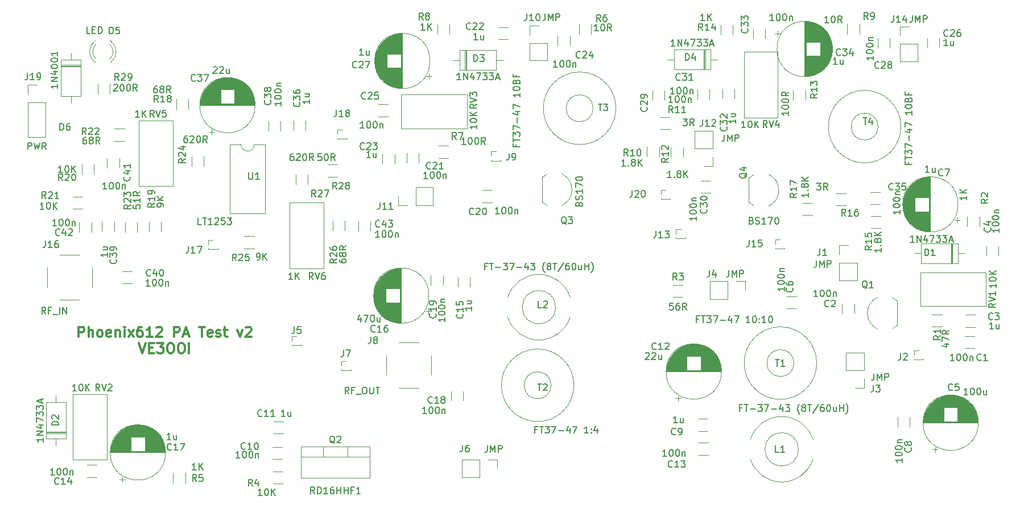
<source format=gbr>
%TF.GenerationSoftware,KiCad,Pcbnew,(6.0.7)*%
%TF.CreationDate,2023-01-27T14:31:18-05:00*%
%TF.ProjectId,Phoenix612_All_Stages_PA_Testing_v2,50686f65-6e69-4783-9631-325f416c6c5f,rev?*%
%TF.SameCoordinates,Original*%
%TF.FileFunction,Legend,Top*%
%TF.FilePolarity,Positive*%
%FSLAX46Y46*%
G04 Gerber Fmt 4.6, Leading zero omitted, Abs format (unit mm)*
G04 Created by KiCad (PCBNEW (6.0.7)) date 2023-01-27 14:31:18*
%MOMM*%
%LPD*%
G01*
G04 APERTURE LIST*
%ADD10C,0.300000*%
%ADD11C,0.150000*%
%ADD12C,0.120000*%
G04 APERTURE END LIST*
D10*
X33590821Y-88942571D02*
X33590821Y-87442571D01*
X34162250Y-87442571D01*
X34305107Y-87514000D01*
X34376535Y-87585428D01*
X34447964Y-87728285D01*
X34447964Y-87942571D01*
X34376535Y-88085428D01*
X34305107Y-88156857D01*
X34162250Y-88228285D01*
X33590821Y-88228285D01*
X35090821Y-88942571D02*
X35090821Y-87442571D01*
X35733678Y-88942571D02*
X35733678Y-88156857D01*
X35662250Y-88014000D01*
X35519392Y-87942571D01*
X35305107Y-87942571D01*
X35162250Y-88014000D01*
X35090821Y-88085428D01*
X36662250Y-88942571D02*
X36519392Y-88871142D01*
X36447964Y-88799714D01*
X36376535Y-88656857D01*
X36376535Y-88228285D01*
X36447964Y-88085428D01*
X36519392Y-88014000D01*
X36662250Y-87942571D01*
X36876535Y-87942571D01*
X37019392Y-88014000D01*
X37090821Y-88085428D01*
X37162250Y-88228285D01*
X37162250Y-88656857D01*
X37090821Y-88799714D01*
X37019392Y-88871142D01*
X36876535Y-88942571D01*
X36662250Y-88942571D01*
X38376535Y-88871142D02*
X38233678Y-88942571D01*
X37947964Y-88942571D01*
X37805107Y-88871142D01*
X37733678Y-88728285D01*
X37733678Y-88156857D01*
X37805107Y-88014000D01*
X37947964Y-87942571D01*
X38233678Y-87942571D01*
X38376535Y-88014000D01*
X38447964Y-88156857D01*
X38447964Y-88299714D01*
X37733678Y-88442571D01*
X39090821Y-87942571D02*
X39090821Y-88942571D01*
X39090821Y-88085428D02*
X39162250Y-88014000D01*
X39305107Y-87942571D01*
X39519392Y-87942571D01*
X39662250Y-88014000D01*
X39733678Y-88156857D01*
X39733678Y-88942571D01*
X40447964Y-88942571D02*
X40447964Y-87942571D01*
X40447964Y-87442571D02*
X40376535Y-87514000D01*
X40447964Y-87585428D01*
X40519392Y-87514000D01*
X40447964Y-87442571D01*
X40447964Y-87585428D01*
X41019392Y-88942571D02*
X41805107Y-87942571D01*
X41019392Y-87942571D02*
X41805107Y-88942571D01*
X43019392Y-87442571D02*
X42733678Y-87442571D01*
X42590821Y-87514000D01*
X42519392Y-87585428D01*
X42376535Y-87799714D01*
X42305107Y-88085428D01*
X42305107Y-88656857D01*
X42376535Y-88799714D01*
X42447964Y-88871142D01*
X42590821Y-88942571D01*
X42876535Y-88942571D01*
X43019392Y-88871142D01*
X43090821Y-88799714D01*
X43162250Y-88656857D01*
X43162250Y-88299714D01*
X43090821Y-88156857D01*
X43019392Y-88085428D01*
X42876535Y-88014000D01*
X42590821Y-88014000D01*
X42447964Y-88085428D01*
X42376535Y-88156857D01*
X42305107Y-88299714D01*
X44590821Y-88942571D02*
X43733678Y-88942571D01*
X44162250Y-88942571D02*
X44162250Y-87442571D01*
X44019392Y-87656857D01*
X43876535Y-87799714D01*
X43733678Y-87871142D01*
X45162250Y-87585428D02*
X45233678Y-87514000D01*
X45376535Y-87442571D01*
X45733678Y-87442571D01*
X45876535Y-87514000D01*
X45947964Y-87585428D01*
X46019392Y-87728285D01*
X46019392Y-87871142D01*
X45947964Y-88085428D01*
X45090821Y-88942571D01*
X46019392Y-88942571D01*
X47805107Y-88942571D02*
X47805107Y-87442571D01*
X48376535Y-87442571D01*
X48519392Y-87514000D01*
X48590821Y-87585428D01*
X48662250Y-87728285D01*
X48662250Y-87942571D01*
X48590821Y-88085428D01*
X48519392Y-88156857D01*
X48376535Y-88228285D01*
X47805107Y-88228285D01*
X49233678Y-88514000D02*
X49947964Y-88514000D01*
X49090821Y-88942571D02*
X49590821Y-87442571D01*
X50090821Y-88942571D01*
X51519392Y-87442571D02*
X52376535Y-87442571D01*
X51947964Y-88942571D02*
X51947964Y-87442571D01*
X53447964Y-88871142D02*
X53305107Y-88942571D01*
X53019392Y-88942571D01*
X52876535Y-88871142D01*
X52805107Y-88728285D01*
X52805107Y-88156857D01*
X52876535Y-88014000D01*
X53019392Y-87942571D01*
X53305107Y-87942571D01*
X53447964Y-88014000D01*
X53519392Y-88156857D01*
X53519392Y-88299714D01*
X52805107Y-88442571D01*
X54090821Y-88871142D02*
X54233678Y-88942571D01*
X54519392Y-88942571D01*
X54662250Y-88871142D01*
X54733678Y-88728285D01*
X54733678Y-88656857D01*
X54662250Y-88514000D01*
X54519392Y-88442571D01*
X54305107Y-88442571D01*
X54162250Y-88371142D01*
X54090821Y-88228285D01*
X54090821Y-88156857D01*
X54162250Y-88014000D01*
X54305107Y-87942571D01*
X54519392Y-87942571D01*
X54662250Y-88014000D01*
X55162250Y-87942571D02*
X55733678Y-87942571D01*
X55376535Y-87442571D02*
X55376535Y-88728285D01*
X55447964Y-88871142D01*
X55590821Y-88942571D01*
X55733678Y-88942571D01*
X57233678Y-87942571D02*
X57590821Y-88942571D01*
X57947964Y-87942571D01*
X58447964Y-87585428D02*
X58519392Y-87514000D01*
X58662250Y-87442571D01*
X59019392Y-87442571D01*
X59162250Y-87514000D01*
X59233678Y-87585428D01*
X59305107Y-87728285D01*
X59305107Y-87871142D01*
X59233678Y-88085428D01*
X58376535Y-88942571D01*
X59305107Y-88942571D01*
X42590821Y-89857571D02*
X43090821Y-91357571D01*
X43590821Y-89857571D01*
X44090821Y-90571857D02*
X44590821Y-90571857D01*
X44805107Y-91357571D02*
X44090821Y-91357571D01*
X44090821Y-89857571D01*
X44805107Y-89857571D01*
X45305107Y-89857571D02*
X46233678Y-89857571D01*
X45733678Y-90429000D01*
X45947964Y-90429000D01*
X46090821Y-90500428D01*
X46162250Y-90571857D01*
X46233678Y-90714714D01*
X46233678Y-91071857D01*
X46162250Y-91214714D01*
X46090821Y-91286142D01*
X45947964Y-91357571D01*
X45519392Y-91357571D01*
X45376535Y-91286142D01*
X45305107Y-91214714D01*
X47162250Y-89857571D02*
X47447964Y-89857571D01*
X47590821Y-89929000D01*
X47733678Y-90071857D01*
X47805107Y-90357571D01*
X47805107Y-90857571D01*
X47733678Y-91143285D01*
X47590821Y-91286142D01*
X47447964Y-91357571D01*
X47162250Y-91357571D01*
X47019392Y-91286142D01*
X46876535Y-91143285D01*
X46805107Y-90857571D01*
X46805107Y-90357571D01*
X46876535Y-90071857D01*
X47019392Y-89929000D01*
X47162250Y-89857571D01*
X48733678Y-89857571D02*
X49019392Y-89857571D01*
X49162250Y-89929000D01*
X49305107Y-90071857D01*
X49376535Y-90357571D01*
X49376535Y-90857571D01*
X49305107Y-91143285D01*
X49162250Y-91286142D01*
X49019392Y-91357571D01*
X48733678Y-91357571D01*
X48590821Y-91286142D01*
X48447964Y-91143285D01*
X48376535Y-90857571D01*
X48376535Y-90357571D01*
X48447964Y-90071857D01*
X48590821Y-89929000D01*
X48733678Y-89857571D01*
X50019392Y-91357571D02*
X50019392Y-89857571D01*
D11*
%TO.C,C36*%
X66454392Y-54046357D02*
X66502011Y-54093976D01*
X66549630Y-54236833D01*
X66549630Y-54332071D01*
X66502011Y-54474928D01*
X66406773Y-54570166D01*
X66311535Y-54617785D01*
X66121059Y-54665404D01*
X65978202Y-54665404D01*
X65787726Y-54617785D01*
X65692488Y-54570166D01*
X65597250Y-54474928D01*
X65549630Y-54332071D01*
X65549630Y-54236833D01*
X65597250Y-54093976D01*
X65644869Y-54046357D01*
X65549630Y-53713023D02*
X65549630Y-53093976D01*
X65930583Y-53427309D01*
X65930583Y-53284452D01*
X65978202Y-53189214D01*
X66025821Y-53141595D01*
X66121059Y-53093976D01*
X66359154Y-53093976D01*
X66454392Y-53141595D01*
X66502011Y-53189214D01*
X66549630Y-53284452D01*
X66549630Y-53570166D01*
X66502011Y-53665404D01*
X66454392Y-53713023D01*
X65549630Y-52236833D02*
X65549630Y-52427309D01*
X65597250Y-52522547D01*
X65644869Y-52570166D01*
X65787726Y-52665404D01*
X65978202Y-52713023D01*
X66359154Y-52713023D01*
X66454392Y-52665404D01*
X66502011Y-52617785D01*
X66549630Y-52522547D01*
X66549630Y-52332071D01*
X66502011Y-52236833D01*
X66454392Y-52189214D01*
X66359154Y-52141595D01*
X66121059Y-52141595D01*
X66025821Y-52189214D01*
X65978202Y-52236833D01*
X65930583Y-52332071D01*
X65930583Y-52522547D01*
X65978202Y-52617785D01*
X66025821Y-52665404D01*
X66121059Y-52713023D01*
X67946630Y-53633666D02*
X67946630Y-54205095D01*
X67946630Y-53919380D02*
X66946630Y-53919380D01*
X67089488Y-54014619D01*
X67184726Y-54109857D01*
X67232345Y-54205095D01*
X67279964Y-52776523D02*
X67946630Y-52776523D01*
X67279964Y-53205095D02*
X67803773Y-53205095D01*
X67899011Y-53157476D01*
X67946630Y-53062238D01*
X67946630Y-52919380D01*
X67899011Y-52824142D01*
X67851392Y-52776523D01*
%TO.C,R8*%
X84853583Y-41727380D02*
X84520250Y-41251190D01*
X84282154Y-41727380D02*
X84282154Y-40727380D01*
X84663107Y-40727380D01*
X84758345Y-40775000D01*
X84805964Y-40822619D01*
X84853583Y-40917857D01*
X84853583Y-41060714D01*
X84805964Y-41155952D01*
X84758345Y-41203571D01*
X84663107Y-41251190D01*
X84282154Y-41251190D01*
X85425011Y-41155952D02*
X85329773Y-41108333D01*
X85282154Y-41060714D01*
X85234535Y-40965476D01*
X85234535Y-40917857D01*
X85282154Y-40822619D01*
X85329773Y-40775000D01*
X85425011Y-40727380D01*
X85615488Y-40727380D01*
X85710726Y-40775000D01*
X85758345Y-40822619D01*
X85805964Y-40917857D01*
X85805964Y-40965476D01*
X85758345Y-41060714D01*
X85710726Y-41108333D01*
X85615488Y-41155952D01*
X85425011Y-41155952D01*
X85329773Y-41203571D01*
X85282154Y-41251190D01*
X85234535Y-41346428D01*
X85234535Y-41536904D01*
X85282154Y-41632142D01*
X85329773Y-41679761D01*
X85425011Y-41727380D01*
X85615488Y-41727380D01*
X85710726Y-41679761D01*
X85758345Y-41632142D01*
X85805964Y-41536904D01*
X85805964Y-41346428D01*
X85758345Y-41251190D01*
X85710726Y-41203571D01*
X85615488Y-41155952D01*
X85123464Y-43251380D02*
X84552035Y-43251380D01*
X84837750Y-43251380D02*
X84837750Y-42251380D01*
X84742511Y-42394238D01*
X84647273Y-42489476D01*
X84552035Y-42537095D01*
X85552035Y-43251380D02*
X85552035Y-42251380D01*
X86123464Y-43251380D02*
X85694892Y-42679952D01*
X86123464Y-42251380D02*
X85552035Y-42822809D01*
%TO.C,D5*%
X38181154Y-43822880D02*
X38181154Y-42822880D01*
X38419250Y-42822880D01*
X38562107Y-42870500D01*
X38657345Y-42965738D01*
X38704964Y-43060976D01*
X38752583Y-43251452D01*
X38752583Y-43394309D01*
X38704964Y-43584785D01*
X38657345Y-43680023D01*
X38562107Y-43775261D01*
X38419250Y-43822880D01*
X38181154Y-43822880D01*
X39657345Y-42822880D02*
X39181154Y-42822880D01*
X39133535Y-43299071D01*
X39181154Y-43251452D01*
X39276392Y-43203833D01*
X39514488Y-43203833D01*
X39609726Y-43251452D01*
X39657345Y-43299071D01*
X39704964Y-43394309D01*
X39704964Y-43632404D01*
X39657345Y-43727642D01*
X39609726Y-43775261D01*
X39514488Y-43822880D01*
X39276392Y-43822880D01*
X39181154Y-43775261D01*
X39133535Y-43727642D01*
X35291892Y-43759380D02*
X34815702Y-43759380D01*
X34815702Y-42759380D01*
X35625226Y-43235571D02*
X35958559Y-43235571D01*
X36101416Y-43759380D02*
X35625226Y-43759380D01*
X35625226Y-42759380D01*
X36101416Y-42759380D01*
X36529988Y-43759380D02*
X36529988Y-42759380D01*
X36768083Y-42759380D01*
X36910940Y-42807000D01*
X37006178Y-42902238D01*
X37053797Y-42997476D01*
X37101416Y-43187952D01*
X37101416Y-43330809D01*
X37053797Y-43521285D01*
X37006178Y-43616523D01*
X36910940Y-43711761D01*
X36768083Y-43759380D01*
X36529988Y-43759380D01*
%TO.C,C19*%
X86710892Y-85478857D02*
X86758511Y-85526476D01*
X86806130Y-85669333D01*
X86806130Y-85764571D01*
X86758511Y-85907428D01*
X86663273Y-86002666D01*
X86568035Y-86050285D01*
X86377559Y-86097904D01*
X86234702Y-86097904D01*
X86044226Y-86050285D01*
X85948988Y-86002666D01*
X85853750Y-85907428D01*
X85806130Y-85764571D01*
X85806130Y-85669333D01*
X85853750Y-85526476D01*
X85901369Y-85478857D01*
X86806130Y-84526476D02*
X86806130Y-85097904D01*
X86806130Y-84812190D02*
X85806130Y-84812190D01*
X85948988Y-84907428D01*
X86044226Y-85002666D01*
X86091845Y-85097904D01*
X86806130Y-84050285D02*
X86806130Y-83859809D01*
X86758511Y-83764571D01*
X86710892Y-83716952D01*
X86568035Y-83621714D01*
X86377559Y-83574095D01*
X85996607Y-83574095D01*
X85901369Y-83621714D01*
X85853750Y-83669333D01*
X85806130Y-83764571D01*
X85806130Y-83955047D01*
X85853750Y-84050285D01*
X85901369Y-84097904D01*
X85996607Y-84145523D01*
X86234702Y-84145523D01*
X86329940Y-84097904D01*
X86377559Y-84050285D01*
X86425178Y-83955047D01*
X86425178Y-83764571D01*
X86377559Y-83669333D01*
X86329940Y-83621714D01*
X86234702Y-83574095D01*
X88139630Y-86082047D02*
X88139630Y-86653476D01*
X88139630Y-86367761D02*
X87139630Y-86367761D01*
X87282488Y-86463000D01*
X87377726Y-86558238D01*
X87425345Y-86653476D01*
X87139630Y-85463000D02*
X87139630Y-85367761D01*
X87187250Y-85272523D01*
X87234869Y-85224904D01*
X87330107Y-85177285D01*
X87520583Y-85129666D01*
X87758678Y-85129666D01*
X87949154Y-85177285D01*
X88044392Y-85224904D01*
X88092011Y-85272523D01*
X88139630Y-85367761D01*
X88139630Y-85463000D01*
X88092011Y-85558238D01*
X88044392Y-85605857D01*
X87949154Y-85653476D01*
X87758678Y-85701095D01*
X87520583Y-85701095D01*
X87330107Y-85653476D01*
X87234869Y-85605857D01*
X87187250Y-85558238D01*
X87139630Y-85463000D01*
X87139630Y-84510619D02*
X87139630Y-84415380D01*
X87187250Y-84320142D01*
X87234869Y-84272523D01*
X87330107Y-84224904D01*
X87520583Y-84177285D01*
X87758678Y-84177285D01*
X87949154Y-84224904D01*
X88044392Y-84272523D01*
X88092011Y-84320142D01*
X88139630Y-84415380D01*
X88139630Y-84510619D01*
X88092011Y-84605857D01*
X88044392Y-84653476D01*
X87949154Y-84701095D01*
X87758678Y-84748714D01*
X87520583Y-84748714D01*
X87330107Y-84701095D01*
X87234869Y-84653476D01*
X87187250Y-84605857D01*
X87139630Y-84510619D01*
X87472964Y-83748714D02*
X88139630Y-83748714D01*
X87568202Y-83748714D02*
X87520583Y-83701095D01*
X87472964Y-83605857D01*
X87472964Y-83463000D01*
X87520583Y-83367761D01*
X87615821Y-83320142D01*
X88139630Y-83320142D01*
%TO.C,C18*%
X86218892Y-98718642D02*
X86171273Y-98766261D01*
X86028416Y-98813880D01*
X85933178Y-98813880D01*
X85790321Y-98766261D01*
X85695083Y-98671023D01*
X85647464Y-98575785D01*
X85599845Y-98385309D01*
X85599845Y-98242452D01*
X85647464Y-98051976D01*
X85695083Y-97956738D01*
X85790321Y-97861500D01*
X85933178Y-97813880D01*
X86028416Y-97813880D01*
X86171273Y-97861500D01*
X86218892Y-97909119D01*
X87171273Y-98813880D02*
X86599845Y-98813880D01*
X86885559Y-98813880D02*
X86885559Y-97813880D01*
X86790321Y-97956738D01*
X86695083Y-98051976D01*
X86599845Y-98099595D01*
X87742702Y-98242452D02*
X87647464Y-98194833D01*
X87599845Y-98147214D01*
X87552226Y-98051976D01*
X87552226Y-98004357D01*
X87599845Y-97909119D01*
X87647464Y-97861500D01*
X87742702Y-97813880D01*
X87933178Y-97813880D01*
X88028416Y-97861500D01*
X88076035Y-97909119D01*
X88123654Y-98004357D01*
X88123654Y-98051976D01*
X88076035Y-98147214D01*
X88028416Y-98194833D01*
X87933178Y-98242452D01*
X87742702Y-98242452D01*
X87647464Y-98290071D01*
X87599845Y-98337690D01*
X87552226Y-98432928D01*
X87552226Y-98623404D01*
X87599845Y-98718642D01*
X87647464Y-98766261D01*
X87742702Y-98813880D01*
X87933178Y-98813880D01*
X88028416Y-98766261D01*
X88076035Y-98718642D01*
X88123654Y-98623404D01*
X88123654Y-98432928D01*
X88076035Y-98337690D01*
X88028416Y-98290071D01*
X87933178Y-98242452D01*
X85361702Y-100337880D02*
X84790273Y-100337880D01*
X85075988Y-100337880D02*
X85075988Y-99337880D01*
X84980750Y-99480738D01*
X84885511Y-99575976D01*
X84790273Y-99623595D01*
X85980750Y-99337880D02*
X86075988Y-99337880D01*
X86171226Y-99385500D01*
X86218845Y-99433119D01*
X86266464Y-99528357D01*
X86314083Y-99718833D01*
X86314083Y-99956928D01*
X86266464Y-100147404D01*
X86218845Y-100242642D01*
X86171226Y-100290261D01*
X86075988Y-100337880D01*
X85980750Y-100337880D01*
X85885511Y-100290261D01*
X85837892Y-100242642D01*
X85790273Y-100147404D01*
X85742654Y-99956928D01*
X85742654Y-99718833D01*
X85790273Y-99528357D01*
X85837892Y-99433119D01*
X85885511Y-99385500D01*
X85980750Y-99337880D01*
X86933130Y-99337880D02*
X87028369Y-99337880D01*
X87123607Y-99385500D01*
X87171226Y-99433119D01*
X87218845Y-99528357D01*
X87266464Y-99718833D01*
X87266464Y-99956928D01*
X87218845Y-100147404D01*
X87171226Y-100242642D01*
X87123607Y-100290261D01*
X87028369Y-100337880D01*
X86933130Y-100337880D01*
X86837892Y-100290261D01*
X86790273Y-100242642D01*
X86742654Y-100147404D01*
X86695035Y-99956928D01*
X86695035Y-99718833D01*
X86742654Y-99528357D01*
X86790273Y-99433119D01*
X86837892Y-99385500D01*
X86933130Y-99337880D01*
X87695035Y-99671214D02*
X87695035Y-100337880D01*
X87695035Y-99766452D02*
X87742654Y-99718833D01*
X87837892Y-99671214D01*
X87980750Y-99671214D01*
X88075988Y-99718833D01*
X88123607Y-99814071D01*
X88123607Y-100337880D01*
%TO.C,C40*%
X44308892Y-79795642D02*
X44261273Y-79843261D01*
X44118416Y-79890880D01*
X44023178Y-79890880D01*
X43880321Y-79843261D01*
X43785083Y-79748023D01*
X43737464Y-79652785D01*
X43689845Y-79462309D01*
X43689845Y-79319452D01*
X43737464Y-79128976D01*
X43785083Y-79033738D01*
X43880321Y-78938500D01*
X44023178Y-78890880D01*
X44118416Y-78890880D01*
X44261273Y-78938500D01*
X44308892Y-78986119D01*
X45166035Y-79224214D02*
X45166035Y-79890880D01*
X44927940Y-78843261D02*
X44689845Y-79557547D01*
X45308892Y-79557547D01*
X45880321Y-78890880D02*
X45975559Y-78890880D01*
X46070797Y-78938500D01*
X46118416Y-78986119D01*
X46166035Y-79081357D01*
X46213654Y-79271833D01*
X46213654Y-79509928D01*
X46166035Y-79700404D01*
X46118416Y-79795642D01*
X46070797Y-79843261D01*
X45975559Y-79890880D01*
X45880321Y-79890880D01*
X45785083Y-79843261D01*
X45737464Y-79795642D01*
X45689845Y-79700404D01*
X45642226Y-79509928D01*
X45642226Y-79271833D01*
X45689845Y-79081357D01*
X45737464Y-78986119D01*
X45785083Y-78938500D01*
X45880321Y-78890880D01*
X44213702Y-81351380D02*
X43642273Y-81351380D01*
X43927988Y-81351380D02*
X43927988Y-80351380D01*
X43832750Y-80494238D01*
X43737511Y-80589476D01*
X43642273Y-80637095D01*
X44832750Y-80351380D02*
X44927988Y-80351380D01*
X45023226Y-80399000D01*
X45070845Y-80446619D01*
X45118464Y-80541857D01*
X45166083Y-80732333D01*
X45166083Y-80970428D01*
X45118464Y-81160904D01*
X45070845Y-81256142D01*
X45023226Y-81303761D01*
X44927988Y-81351380D01*
X44832750Y-81351380D01*
X44737511Y-81303761D01*
X44689892Y-81256142D01*
X44642273Y-81160904D01*
X44594654Y-80970428D01*
X44594654Y-80732333D01*
X44642273Y-80541857D01*
X44689892Y-80446619D01*
X44737511Y-80399000D01*
X44832750Y-80351380D01*
X45785130Y-80351380D02*
X45880369Y-80351380D01*
X45975607Y-80399000D01*
X46023226Y-80446619D01*
X46070845Y-80541857D01*
X46118464Y-80732333D01*
X46118464Y-80970428D01*
X46070845Y-81160904D01*
X46023226Y-81256142D01*
X45975607Y-81303761D01*
X45880369Y-81351380D01*
X45785130Y-81351380D01*
X45689892Y-81303761D01*
X45642273Y-81256142D01*
X45594654Y-81160904D01*
X45547035Y-80970428D01*
X45547035Y-80732333D01*
X45594654Y-80541857D01*
X45642273Y-80446619D01*
X45689892Y-80399000D01*
X45785130Y-80351380D01*
X46547035Y-80684714D02*
X46547035Y-81351380D01*
X46547035Y-80779952D02*
X46594654Y-80732333D01*
X46689892Y-80684714D01*
X46832750Y-80684714D01*
X46927988Y-80732333D01*
X46975607Y-80827571D01*
X46975607Y-81351380D01*
%TO.C,C37*%
X50976392Y-50776142D02*
X50928773Y-50823761D01*
X50785916Y-50871380D01*
X50690678Y-50871380D01*
X50547821Y-50823761D01*
X50452583Y-50728523D01*
X50404964Y-50633285D01*
X50357345Y-50442809D01*
X50357345Y-50299952D01*
X50404964Y-50109476D01*
X50452583Y-50014238D01*
X50547821Y-49919000D01*
X50690678Y-49871380D01*
X50785916Y-49871380D01*
X50928773Y-49919000D01*
X50976392Y-49966619D01*
X51309726Y-49871380D02*
X51928773Y-49871380D01*
X51595440Y-50252333D01*
X51738297Y-50252333D01*
X51833535Y-50299952D01*
X51881154Y-50347571D01*
X51928773Y-50442809D01*
X51928773Y-50680904D01*
X51881154Y-50776142D01*
X51833535Y-50823761D01*
X51738297Y-50871380D01*
X51452583Y-50871380D01*
X51357345Y-50823761D01*
X51309726Y-50776142D01*
X52262107Y-49871380D02*
X52928773Y-49871380D01*
X52500202Y-50871380D01*
X53643464Y-48823619D02*
X53691083Y-48776000D01*
X53786321Y-48728380D01*
X54024416Y-48728380D01*
X54119654Y-48776000D01*
X54167273Y-48823619D01*
X54214892Y-48918857D01*
X54214892Y-49014095D01*
X54167273Y-49156952D01*
X53595845Y-49728380D01*
X54214892Y-49728380D01*
X54595845Y-48823619D02*
X54643464Y-48776000D01*
X54738702Y-48728380D01*
X54976797Y-48728380D01*
X55072035Y-48776000D01*
X55119654Y-48823619D01*
X55167273Y-48918857D01*
X55167273Y-49014095D01*
X55119654Y-49156952D01*
X54548226Y-49728380D01*
X55167273Y-49728380D01*
X56024416Y-49061714D02*
X56024416Y-49728380D01*
X55595845Y-49061714D02*
X55595845Y-49585523D01*
X55643464Y-49680761D01*
X55738702Y-49728380D01*
X55881559Y-49728380D01*
X55976797Y-49680761D01*
X56024416Y-49633142D01*
%TO.C,R10*%
X115365392Y-61983880D02*
X115032059Y-61507690D01*
X114793964Y-61983880D02*
X114793964Y-60983880D01*
X115174916Y-60983880D01*
X115270154Y-61031500D01*
X115317773Y-61079119D01*
X115365392Y-61174357D01*
X115365392Y-61317214D01*
X115317773Y-61412452D01*
X115270154Y-61460071D01*
X115174916Y-61507690D01*
X114793964Y-61507690D01*
X116317773Y-61983880D02*
X115746345Y-61983880D01*
X116032059Y-61983880D02*
X116032059Y-60983880D01*
X115936821Y-61126738D01*
X115841583Y-61221976D01*
X115746345Y-61269595D01*
X116936821Y-60983880D02*
X117032059Y-60983880D01*
X117127297Y-61031500D01*
X117174916Y-61079119D01*
X117222535Y-61174357D01*
X117270154Y-61364833D01*
X117270154Y-61602928D01*
X117222535Y-61793404D01*
X117174916Y-61888642D01*
X117127297Y-61936261D01*
X117032059Y-61983880D01*
X116936821Y-61983880D01*
X116841583Y-61936261D01*
X116793964Y-61888642D01*
X116746345Y-61793404D01*
X116698726Y-61602928D01*
X116698726Y-61364833D01*
X116746345Y-61174357D01*
X116793964Y-61079119D01*
X116841583Y-61031500D01*
X116936821Y-60983880D01*
X115016178Y-63507880D02*
X114444750Y-63507880D01*
X114730464Y-63507880D02*
X114730464Y-62507880D01*
X114635226Y-62650738D01*
X114539988Y-62745976D01*
X114444750Y-62793595D01*
X115444750Y-63412642D02*
X115492369Y-63460261D01*
X115444750Y-63507880D01*
X115397130Y-63460261D01*
X115444750Y-63412642D01*
X115444750Y-63507880D01*
X116063797Y-62936452D02*
X115968559Y-62888833D01*
X115920940Y-62841214D01*
X115873321Y-62745976D01*
X115873321Y-62698357D01*
X115920940Y-62603119D01*
X115968559Y-62555500D01*
X116063797Y-62507880D01*
X116254273Y-62507880D01*
X116349511Y-62555500D01*
X116397130Y-62603119D01*
X116444750Y-62698357D01*
X116444750Y-62745976D01*
X116397130Y-62841214D01*
X116349511Y-62888833D01*
X116254273Y-62936452D01*
X116063797Y-62936452D01*
X115968559Y-62984071D01*
X115920940Y-63031690D01*
X115873321Y-63126928D01*
X115873321Y-63317404D01*
X115920940Y-63412642D01*
X115968559Y-63460261D01*
X116063797Y-63507880D01*
X116254273Y-63507880D01*
X116349511Y-63460261D01*
X116397130Y-63412642D01*
X116444750Y-63317404D01*
X116444750Y-63126928D01*
X116397130Y-63031690D01*
X116349511Y-62984071D01*
X116254273Y-62936452D01*
X116873321Y-63507880D02*
X116873321Y-62507880D01*
X117444750Y-63507880D02*
X117016178Y-62936452D01*
X117444750Y-62507880D02*
X116873321Y-63079309D01*
%TO.C,C7*%
X162206234Y-64873142D02*
X162158615Y-64920761D01*
X162015758Y-64968380D01*
X161920520Y-64968380D01*
X161777662Y-64920761D01*
X161682424Y-64825523D01*
X161634805Y-64730285D01*
X161587186Y-64539809D01*
X161587186Y-64396952D01*
X161634805Y-64206476D01*
X161682424Y-64111238D01*
X161777662Y-64016000D01*
X161920520Y-63968380D01*
X162015758Y-63968380D01*
X162158615Y-64016000D01*
X162206234Y-64063619D01*
X162539567Y-63968380D02*
X163206234Y-63968380D01*
X162777662Y-64968380D01*
X160194234Y-64417380D02*
X159622805Y-64417380D01*
X159908520Y-64417380D02*
X159908520Y-63417380D01*
X159813281Y-63560238D01*
X159718043Y-63655476D01*
X159622805Y-63703095D01*
X161051377Y-63750714D02*
X161051377Y-64417380D01*
X160622805Y-63750714D02*
X160622805Y-64274523D01*
X160670424Y-64369761D01*
X160765662Y-64417380D01*
X160908520Y-64417380D01*
X161003758Y-64369761D01*
X161051377Y-64322142D01*
%TO.C,J16*%
X28648226Y-74636380D02*
X28648226Y-75350666D01*
X28600607Y-75493523D01*
X28505369Y-75588761D01*
X28362511Y-75636380D01*
X28267273Y-75636380D01*
X29648226Y-75636380D02*
X29076797Y-75636380D01*
X29362511Y-75636380D02*
X29362511Y-74636380D01*
X29267273Y-74779238D01*
X29172035Y-74874476D01*
X29076797Y-74922095D01*
X30505369Y-74636380D02*
X30314892Y-74636380D01*
X30219654Y-74684000D01*
X30172035Y-74731619D01*
X30076797Y-74874476D01*
X30029178Y-75064952D01*
X30029178Y-75445904D01*
X30076797Y-75541142D01*
X30124416Y-75588761D01*
X30219654Y-75636380D01*
X30410130Y-75636380D01*
X30505369Y-75588761D01*
X30552988Y-75541142D01*
X30600607Y-75445904D01*
X30600607Y-75207809D01*
X30552988Y-75112571D01*
X30505369Y-75064952D01*
X30410130Y-75017333D01*
X30219654Y-75017333D01*
X30124416Y-75064952D01*
X30076797Y-75112571D01*
X30029178Y-75207809D01*
X28703845Y-85535531D02*
X28370511Y-85059341D01*
X28132416Y-85535531D02*
X28132416Y-84535531D01*
X28513369Y-84535531D01*
X28608607Y-84583151D01*
X28656226Y-84630770D01*
X28703845Y-84726008D01*
X28703845Y-84868865D01*
X28656226Y-84964103D01*
X28608607Y-85011722D01*
X28513369Y-85059341D01*
X28132416Y-85059341D01*
X29465750Y-85011722D02*
X29132416Y-85011722D01*
X29132416Y-85535531D02*
X29132416Y-84535531D01*
X29608607Y-84535531D01*
X29751464Y-85630770D02*
X30513369Y-85630770D01*
X30751464Y-85535531D02*
X30751464Y-84535531D01*
X31227654Y-85535531D02*
X31227654Y-84535531D01*
X31799083Y-85535531D01*
X31799083Y-84535531D01*
%TO.C,C5*%
X163657083Y-96813642D02*
X163609464Y-96861261D01*
X163466607Y-96908880D01*
X163371369Y-96908880D01*
X163228511Y-96861261D01*
X163133273Y-96766023D01*
X163085654Y-96670785D01*
X163038035Y-96480309D01*
X163038035Y-96337452D01*
X163085654Y-96146976D01*
X163133273Y-96051738D01*
X163228511Y-95956500D01*
X163371369Y-95908880D01*
X163466607Y-95908880D01*
X163609464Y-95956500D01*
X163657083Y-96004119D01*
X164561845Y-95908880D02*
X164085654Y-95908880D01*
X164038035Y-96385071D01*
X164085654Y-96337452D01*
X164180892Y-96289833D01*
X164418988Y-96289833D01*
X164514226Y-96337452D01*
X164561845Y-96385071D01*
X164609464Y-96480309D01*
X164609464Y-96718404D01*
X164561845Y-96813642D01*
X164514226Y-96861261D01*
X164418988Y-96908880D01*
X164180892Y-96908880D01*
X164085654Y-96861261D01*
X164038035Y-96813642D01*
X165943202Y-97543880D02*
X165371773Y-97543880D01*
X165657488Y-97543880D02*
X165657488Y-96543880D01*
X165562250Y-96686738D01*
X165467011Y-96781976D01*
X165371773Y-96829595D01*
X166562250Y-96543880D02*
X166657488Y-96543880D01*
X166752726Y-96591500D01*
X166800345Y-96639119D01*
X166847964Y-96734357D01*
X166895583Y-96924833D01*
X166895583Y-97162928D01*
X166847964Y-97353404D01*
X166800345Y-97448642D01*
X166752726Y-97496261D01*
X166657488Y-97543880D01*
X166562250Y-97543880D01*
X166467011Y-97496261D01*
X166419392Y-97448642D01*
X166371773Y-97353404D01*
X166324154Y-97162928D01*
X166324154Y-96924833D01*
X166371773Y-96734357D01*
X166419392Y-96639119D01*
X166467011Y-96591500D01*
X166562250Y-96543880D01*
X167514630Y-96543880D02*
X167609869Y-96543880D01*
X167705107Y-96591500D01*
X167752726Y-96639119D01*
X167800345Y-96734357D01*
X167847964Y-96924833D01*
X167847964Y-97162928D01*
X167800345Y-97353404D01*
X167752726Y-97448642D01*
X167705107Y-97496261D01*
X167609869Y-97543880D01*
X167514630Y-97543880D01*
X167419392Y-97496261D01*
X167371773Y-97448642D01*
X167324154Y-97353404D01*
X167276535Y-97162928D01*
X167276535Y-96924833D01*
X167324154Y-96734357D01*
X167371773Y-96639119D01*
X167419392Y-96591500D01*
X167514630Y-96543880D01*
X168705107Y-96877214D02*
X168705107Y-97543880D01*
X168276535Y-96877214D02*
X168276535Y-97401023D01*
X168324154Y-97496261D01*
X168419392Y-97543880D01*
X168562250Y-97543880D01*
X168657488Y-97496261D01*
X168705107Y-97448642D01*
%TO.C,Q1*%
X150965011Y-81700619D02*
X150869773Y-81653000D01*
X150774535Y-81557761D01*
X150631678Y-81414904D01*
X150536440Y-81367285D01*
X150441202Y-81367285D01*
X150488821Y-81605380D02*
X150393583Y-81557761D01*
X150298345Y-81462523D01*
X150250726Y-81272047D01*
X150250726Y-80938714D01*
X150298345Y-80748238D01*
X150393583Y-80653000D01*
X150488821Y-80605380D01*
X150679297Y-80605380D01*
X150774535Y-80653000D01*
X150869773Y-80748238D01*
X150917392Y-80938714D01*
X150917392Y-81272047D01*
X150869773Y-81462523D01*
X150774535Y-81557761D01*
X150679297Y-81605380D01*
X150488821Y-81605380D01*
X151869773Y-81605380D02*
X151298345Y-81605380D01*
X151584059Y-81605380D02*
X151584059Y-80605380D01*
X151488821Y-80748238D01*
X151393583Y-80843476D01*
X151298345Y-80891095D01*
%TO.C,C39*%
X39149392Y-77414357D02*
X39197011Y-77461976D01*
X39244630Y-77604833D01*
X39244630Y-77700071D01*
X39197011Y-77842928D01*
X39101773Y-77938166D01*
X39006535Y-77985785D01*
X38816059Y-78033404D01*
X38673202Y-78033404D01*
X38482726Y-77985785D01*
X38387488Y-77938166D01*
X38292250Y-77842928D01*
X38244630Y-77700071D01*
X38244630Y-77604833D01*
X38292250Y-77461976D01*
X38339869Y-77414357D01*
X38244630Y-77081023D02*
X38244630Y-76461976D01*
X38625583Y-76795309D01*
X38625583Y-76652452D01*
X38673202Y-76557214D01*
X38720821Y-76509595D01*
X38816059Y-76461976D01*
X39054154Y-76461976D01*
X39149392Y-76509595D01*
X39197011Y-76557214D01*
X39244630Y-76652452D01*
X39244630Y-76938166D01*
X39197011Y-77033404D01*
X39149392Y-77081023D01*
X39244630Y-75985785D02*
X39244630Y-75795309D01*
X39197011Y-75700071D01*
X39149392Y-75652452D01*
X39006535Y-75557214D01*
X38816059Y-75509595D01*
X38435107Y-75509595D01*
X38339869Y-75557214D01*
X38292250Y-75604833D01*
X38244630Y-75700071D01*
X38244630Y-75890547D01*
X38292250Y-75985785D01*
X38339869Y-76033404D01*
X38435107Y-76081023D01*
X38673202Y-76081023D01*
X38768440Y-76033404D01*
X38816059Y-75985785D01*
X38863678Y-75890547D01*
X38863678Y-75700071D01*
X38816059Y-75604833D01*
X38768440Y-75557214D01*
X38673202Y-75509595D01*
X37911130Y-76430166D02*
X37911130Y-77001595D01*
X37911130Y-76715880D02*
X36911130Y-76715880D01*
X37053988Y-76811119D01*
X37149226Y-76906357D01*
X37196845Y-77001595D01*
X37244464Y-75573023D02*
X37911130Y-75573023D01*
X37244464Y-76001595D02*
X37768273Y-76001595D01*
X37863511Y-75953976D01*
X37911130Y-75858738D01*
X37911130Y-75715880D01*
X37863511Y-75620642D01*
X37815892Y-75573023D01*
%TO.C,R3*%
X122636083Y-80462380D02*
X122302750Y-79986190D01*
X122064654Y-80462380D02*
X122064654Y-79462380D01*
X122445607Y-79462380D01*
X122540845Y-79510000D01*
X122588464Y-79557619D01*
X122636083Y-79652857D01*
X122636083Y-79795714D01*
X122588464Y-79890952D01*
X122540845Y-79938571D01*
X122445607Y-79986190D01*
X122064654Y-79986190D01*
X122969416Y-79462380D02*
X123588464Y-79462380D01*
X123255130Y-79843333D01*
X123397988Y-79843333D01*
X123493226Y-79890952D01*
X123540845Y-79938571D01*
X123588464Y-80033809D01*
X123588464Y-80271904D01*
X123540845Y-80367142D01*
X123493226Y-80414761D01*
X123397988Y-80462380D01*
X123112273Y-80462380D01*
X123017035Y-80414761D01*
X122969416Y-80367142D01*
X122064654Y-83907380D02*
X121588464Y-83907380D01*
X121540845Y-84383571D01*
X121588464Y-84335952D01*
X121683702Y-84288333D01*
X121921797Y-84288333D01*
X122017035Y-84335952D01*
X122064654Y-84383571D01*
X122112273Y-84478809D01*
X122112273Y-84716904D01*
X122064654Y-84812142D01*
X122017035Y-84859761D01*
X121921797Y-84907380D01*
X121683702Y-84907380D01*
X121588464Y-84859761D01*
X121540845Y-84812142D01*
X122969416Y-83907380D02*
X122778940Y-83907380D01*
X122683702Y-83955000D01*
X122636083Y-84002619D01*
X122540845Y-84145476D01*
X122493226Y-84335952D01*
X122493226Y-84716904D01*
X122540845Y-84812142D01*
X122588464Y-84859761D01*
X122683702Y-84907380D01*
X122874178Y-84907380D01*
X122969416Y-84859761D01*
X123017035Y-84812142D01*
X123064654Y-84716904D01*
X123064654Y-84478809D01*
X123017035Y-84383571D01*
X122969416Y-84335952D01*
X122874178Y-84288333D01*
X122683702Y-84288333D01*
X122588464Y-84335952D01*
X122540845Y-84383571D01*
X122493226Y-84478809D01*
X124064654Y-84907380D02*
X123731321Y-84431190D01*
X123493226Y-84907380D02*
X123493226Y-83907380D01*
X123874178Y-83907380D01*
X123969416Y-83955000D01*
X124017035Y-84002619D01*
X124064654Y-84097857D01*
X124064654Y-84240714D01*
X124017035Y-84335952D01*
X123969416Y-84383571D01*
X123874178Y-84431190D01*
X123493226Y-84431190D01*
%TO.C,C38*%
X62136392Y-53728857D02*
X62184011Y-53776476D01*
X62231630Y-53919333D01*
X62231630Y-54014571D01*
X62184011Y-54157428D01*
X62088773Y-54252666D01*
X61993535Y-54300285D01*
X61803059Y-54347904D01*
X61660202Y-54347904D01*
X61469726Y-54300285D01*
X61374488Y-54252666D01*
X61279250Y-54157428D01*
X61231630Y-54014571D01*
X61231630Y-53919333D01*
X61279250Y-53776476D01*
X61326869Y-53728857D01*
X61231630Y-53395523D02*
X61231630Y-52776476D01*
X61612583Y-53109809D01*
X61612583Y-52966952D01*
X61660202Y-52871714D01*
X61707821Y-52824095D01*
X61803059Y-52776476D01*
X62041154Y-52776476D01*
X62136392Y-52824095D01*
X62184011Y-52871714D01*
X62231630Y-52966952D01*
X62231630Y-53252666D01*
X62184011Y-53347904D01*
X62136392Y-53395523D01*
X61660202Y-52205047D02*
X61612583Y-52300285D01*
X61564964Y-52347904D01*
X61469726Y-52395523D01*
X61422107Y-52395523D01*
X61326869Y-52347904D01*
X61279250Y-52300285D01*
X61231630Y-52205047D01*
X61231630Y-52014571D01*
X61279250Y-51919333D01*
X61326869Y-51871714D01*
X61422107Y-51824095D01*
X61469726Y-51824095D01*
X61564964Y-51871714D01*
X61612583Y-51919333D01*
X61660202Y-52014571D01*
X61660202Y-52205047D01*
X61707821Y-52300285D01*
X61755440Y-52347904D01*
X61850678Y-52395523D01*
X62041154Y-52395523D01*
X62136392Y-52347904D01*
X62184011Y-52300285D01*
X62231630Y-52205047D01*
X62231630Y-52014571D01*
X62184011Y-51919333D01*
X62136392Y-51871714D01*
X62041154Y-51824095D01*
X61850678Y-51824095D01*
X61755440Y-51871714D01*
X61707821Y-51919333D01*
X61660202Y-52014571D01*
X63755630Y-53951047D02*
X63755630Y-54522476D01*
X63755630Y-54236761D02*
X62755630Y-54236761D01*
X62898488Y-54332000D01*
X62993726Y-54427238D01*
X63041345Y-54522476D01*
X62755630Y-53332000D02*
X62755630Y-53236761D01*
X62803250Y-53141523D01*
X62850869Y-53093904D01*
X62946107Y-53046285D01*
X63136583Y-52998666D01*
X63374678Y-52998666D01*
X63565154Y-53046285D01*
X63660392Y-53093904D01*
X63708011Y-53141523D01*
X63755630Y-53236761D01*
X63755630Y-53332000D01*
X63708011Y-53427238D01*
X63660392Y-53474857D01*
X63565154Y-53522476D01*
X63374678Y-53570095D01*
X63136583Y-53570095D01*
X62946107Y-53522476D01*
X62850869Y-53474857D01*
X62803250Y-53427238D01*
X62755630Y-53332000D01*
X62755630Y-52379619D02*
X62755630Y-52284380D01*
X62803250Y-52189142D01*
X62850869Y-52141523D01*
X62946107Y-52093904D01*
X63136583Y-52046285D01*
X63374678Y-52046285D01*
X63565154Y-52093904D01*
X63660392Y-52141523D01*
X63708011Y-52189142D01*
X63755630Y-52284380D01*
X63755630Y-52379619D01*
X63708011Y-52474857D01*
X63660392Y-52522476D01*
X63565154Y-52570095D01*
X63374678Y-52617714D01*
X63136583Y-52617714D01*
X62946107Y-52570095D01*
X62850869Y-52522476D01*
X62803250Y-52474857D01*
X62755630Y-52379619D01*
X63088964Y-51617714D02*
X63755630Y-51617714D01*
X63184202Y-51617714D02*
X63136583Y-51570095D01*
X63088964Y-51474857D01*
X63088964Y-51332000D01*
X63136583Y-51236761D01*
X63231821Y-51189142D01*
X63755630Y-51189142D01*
%TO.C,L1*%
X137812583Y-106116380D02*
X137336392Y-106116380D01*
X137336392Y-105116380D01*
X138669726Y-106116380D02*
X138098297Y-106116380D01*
X138384011Y-106116380D02*
X138384011Y-105116380D01*
X138288773Y-105259238D01*
X138193535Y-105354476D01*
X138098297Y-105402095D01*
X132273154Y-99496571D02*
X131939821Y-99496571D01*
X131939821Y-100020380D02*
X131939821Y-99020380D01*
X132416011Y-99020380D01*
X132654107Y-99020380D02*
X133225535Y-99020380D01*
X132939821Y-100020380D02*
X132939821Y-99020380D01*
X133558869Y-99639428D02*
X134320773Y-99639428D01*
X134701726Y-99020380D02*
X135320773Y-99020380D01*
X134987440Y-99401333D01*
X135130297Y-99401333D01*
X135225535Y-99448952D01*
X135273154Y-99496571D01*
X135320773Y-99591809D01*
X135320773Y-99829904D01*
X135273154Y-99925142D01*
X135225535Y-99972761D01*
X135130297Y-100020380D01*
X134844583Y-100020380D01*
X134749345Y-99972761D01*
X134701726Y-99925142D01*
X135654107Y-99020380D02*
X136320773Y-99020380D01*
X135892202Y-100020380D01*
X136701726Y-99639428D02*
X137463630Y-99639428D01*
X138368392Y-99353714D02*
X138368392Y-100020380D01*
X138130297Y-98972761D02*
X137892202Y-99687047D01*
X138511250Y-99687047D01*
X138796964Y-99020380D02*
X139416011Y-99020380D01*
X139082678Y-99401333D01*
X139225535Y-99401333D01*
X139320773Y-99448952D01*
X139368392Y-99496571D01*
X139416011Y-99591809D01*
X139416011Y-99829904D01*
X139368392Y-99925142D01*
X139320773Y-99972761D01*
X139225535Y-100020380D01*
X138939821Y-100020380D01*
X138844583Y-99972761D01*
X138796964Y-99925142D01*
X140892202Y-100401333D02*
X140844583Y-100353714D01*
X140749345Y-100210857D01*
X140701726Y-100115619D01*
X140654107Y-99972761D01*
X140606488Y-99734666D01*
X140606488Y-99544190D01*
X140654107Y-99306095D01*
X140701726Y-99163238D01*
X140749345Y-99068000D01*
X140844583Y-98925142D01*
X140892202Y-98877523D01*
X141416011Y-99448952D02*
X141320773Y-99401333D01*
X141273154Y-99353714D01*
X141225535Y-99258476D01*
X141225535Y-99210857D01*
X141273154Y-99115619D01*
X141320773Y-99068000D01*
X141416011Y-99020380D01*
X141606488Y-99020380D01*
X141701726Y-99068000D01*
X141749345Y-99115619D01*
X141796964Y-99210857D01*
X141796964Y-99258476D01*
X141749345Y-99353714D01*
X141701726Y-99401333D01*
X141606488Y-99448952D01*
X141416011Y-99448952D01*
X141320773Y-99496571D01*
X141273154Y-99544190D01*
X141225535Y-99639428D01*
X141225535Y-99829904D01*
X141273154Y-99925142D01*
X141320773Y-99972761D01*
X141416011Y-100020380D01*
X141606488Y-100020380D01*
X141701726Y-99972761D01*
X141749345Y-99925142D01*
X141796964Y-99829904D01*
X141796964Y-99639428D01*
X141749345Y-99544190D01*
X141701726Y-99496571D01*
X141606488Y-99448952D01*
X142082678Y-99020380D02*
X142654107Y-99020380D01*
X142368392Y-100020380D02*
X142368392Y-99020380D01*
X143701726Y-98972761D02*
X142844583Y-100258476D01*
X144463630Y-99020380D02*
X144273154Y-99020380D01*
X144177916Y-99068000D01*
X144130297Y-99115619D01*
X144035059Y-99258476D01*
X143987440Y-99448952D01*
X143987440Y-99829904D01*
X144035059Y-99925142D01*
X144082678Y-99972761D01*
X144177916Y-100020380D01*
X144368392Y-100020380D01*
X144463630Y-99972761D01*
X144511250Y-99925142D01*
X144558869Y-99829904D01*
X144558869Y-99591809D01*
X144511250Y-99496571D01*
X144463630Y-99448952D01*
X144368392Y-99401333D01*
X144177916Y-99401333D01*
X144082678Y-99448952D01*
X144035059Y-99496571D01*
X143987440Y-99591809D01*
X145177916Y-99020380D02*
X145273154Y-99020380D01*
X145368392Y-99068000D01*
X145416011Y-99115619D01*
X145463630Y-99210857D01*
X145511250Y-99401333D01*
X145511250Y-99639428D01*
X145463630Y-99829904D01*
X145416011Y-99925142D01*
X145368392Y-99972761D01*
X145273154Y-100020380D01*
X145177916Y-100020380D01*
X145082678Y-99972761D01*
X145035059Y-99925142D01*
X144987440Y-99829904D01*
X144939821Y-99639428D01*
X144939821Y-99401333D01*
X144987440Y-99210857D01*
X145035059Y-99115619D01*
X145082678Y-99068000D01*
X145177916Y-99020380D01*
X146368392Y-99353714D02*
X146368392Y-100020380D01*
X145939821Y-99353714D02*
X145939821Y-99877523D01*
X145987440Y-99972761D01*
X146082678Y-100020380D01*
X146225535Y-100020380D01*
X146320773Y-99972761D01*
X146368392Y-99925142D01*
X146844583Y-100020380D02*
X146844583Y-99020380D01*
X146844583Y-99496571D02*
X147416011Y-99496571D01*
X147416011Y-100020380D02*
X147416011Y-99020380D01*
X147796964Y-100401333D02*
X147844583Y-100353714D01*
X147939821Y-100210857D01*
X147987440Y-100115619D01*
X148035059Y-99972761D01*
X148082678Y-99734666D01*
X148082678Y-99544190D01*
X148035059Y-99306095D01*
X147987440Y-99163238D01*
X147939821Y-99068000D01*
X147844583Y-98925142D01*
X147796964Y-98877523D01*
%TO.C,R13*%
X143511630Y-52776357D02*
X143035440Y-53109690D01*
X143511630Y-53347785D02*
X142511630Y-53347785D01*
X142511630Y-52966833D01*
X142559250Y-52871595D01*
X142606869Y-52823976D01*
X142702107Y-52776357D01*
X142844964Y-52776357D01*
X142940202Y-52823976D01*
X142987821Y-52871595D01*
X143035440Y-52966833D01*
X143035440Y-53347785D01*
X143511630Y-51823976D02*
X143511630Y-52395404D01*
X143511630Y-52109690D02*
X142511630Y-52109690D01*
X142654488Y-52204928D01*
X142749726Y-52300166D01*
X142797345Y-52395404D01*
X142511630Y-51490642D02*
X142511630Y-50871595D01*
X142892583Y-51204928D01*
X142892583Y-51062071D01*
X142940202Y-50966833D01*
X142987821Y-50919214D01*
X143083059Y-50871595D01*
X143321154Y-50871595D01*
X143416392Y-50919214D01*
X143464011Y-50966833D01*
X143511630Y-51062071D01*
X143511630Y-51347785D01*
X143464011Y-51443023D01*
X143416392Y-51490642D01*
X139257130Y-55395666D02*
X139257130Y-55967095D01*
X139257130Y-55681380D02*
X138257130Y-55681380D01*
X138399988Y-55776619D01*
X138495226Y-55871857D01*
X138542845Y-55967095D01*
X138257130Y-54776619D02*
X138257130Y-54681380D01*
X138304750Y-54586142D01*
X138352369Y-54538523D01*
X138447607Y-54490904D01*
X138638083Y-54443285D01*
X138876178Y-54443285D01*
X139066654Y-54490904D01*
X139161892Y-54538523D01*
X139209511Y-54586142D01*
X139257130Y-54681380D01*
X139257130Y-54776619D01*
X139209511Y-54871857D01*
X139161892Y-54919476D01*
X139066654Y-54967095D01*
X138876178Y-55014714D01*
X138638083Y-55014714D01*
X138447607Y-54967095D01*
X138352369Y-54919476D01*
X138304750Y-54871857D01*
X138257130Y-54776619D01*
X138257130Y-53824238D02*
X138257130Y-53729000D01*
X138304750Y-53633761D01*
X138352369Y-53586142D01*
X138447607Y-53538523D01*
X138638083Y-53490904D01*
X138876178Y-53490904D01*
X139066654Y-53538523D01*
X139161892Y-53586142D01*
X139209511Y-53633761D01*
X139257130Y-53729000D01*
X139257130Y-53824238D01*
X139209511Y-53919476D01*
X139161892Y-53967095D01*
X139066654Y-54014714D01*
X138876178Y-54062333D01*
X138638083Y-54062333D01*
X138447607Y-54014714D01*
X138352369Y-53967095D01*
X138304750Y-53919476D01*
X138257130Y-53824238D01*
X139257130Y-52490904D02*
X138780940Y-52824238D01*
X139257130Y-53062333D02*
X138257130Y-53062333D01*
X138257130Y-52681380D01*
X138304750Y-52586142D01*
X138352369Y-52538523D01*
X138447607Y-52490904D01*
X138590464Y-52490904D01*
X138685702Y-52538523D01*
X138733321Y-52586142D01*
X138780940Y-52681380D01*
X138780940Y-53062333D01*
%TO.C,J11*%
X78432226Y-68921380D02*
X78432226Y-69635666D01*
X78384607Y-69778523D01*
X78289369Y-69873761D01*
X78146511Y-69921380D01*
X78051273Y-69921380D01*
X79432226Y-69921380D02*
X78860797Y-69921380D01*
X79146511Y-69921380D02*
X79146511Y-68921380D01*
X79051273Y-69064238D01*
X78956035Y-69159476D01*
X78860797Y-69207095D01*
X80384607Y-69921380D02*
X79813178Y-69921380D01*
X80098892Y-69921380D02*
X80098892Y-68921380D01*
X80003654Y-69064238D01*
X79908416Y-69159476D01*
X79813178Y-69207095D01*
%TO.C,C27*%
X74979392Y-48807642D02*
X74931773Y-48855261D01*
X74788916Y-48902880D01*
X74693678Y-48902880D01*
X74550821Y-48855261D01*
X74455583Y-48760023D01*
X74407964Y-48664785D01*
X74360345Y-48474309D01*
X74360345Y-48331452D01*
X74407964Y-48140976D01*
X74455583Y-48045738D01*
X74550821Y-47950500D01*
X74693678Y-47902880D01*
X74788916Y-47902880D01*
X74931773Y-47950500D01*
X74979392Y-47998119D01*
X75360345Y-47998119D02*
X75407964Y-47950500D01*
X75503202Y-47902880D01*
X75741297Y-47902880D01*
X75836535Y-47950500D01*
X75884154Y-47998119D01*
X75931773Y-48093357D01*
X75931773Y-48188595D01*
X75884154Y-48331452D01*
X75312726Y-48902880D01*
X75931773Y-48902880D01*
X76265107Y-47902880D02*
X76931773Y-47902880D01*
X76503202Y-48902880D01*
X75963583Y-46997880D02*
X75392154Y-46997880D01*
X75677869Y-46997880D02*
X75677869Y-45997880D01*
X75582630Y-46140738D01*
X75487392Y-46235976D01*
X75392154Y-46283595D01*
X76820726Y-46331214D02*
X76820726Y-46997880D01*
X76392154Y-46331214D02*
X76392154Y-46855023D01*
X76439773Y-46950261D01*
X76535011Y-46997880D01*
X76677869Y-46997880D01*
X76773107Y-46950261D01*
X76820726Y-46902642D01*
%TO.C,C16*%
X77709892Y-88114142D02*
X77662273Y-88161761D01*
X77519416Y-88209380D01*
X77424178Y-88209380D01*
X77281321Y-88161761D01*
X77186083Y-88066523D01*
X77138464Y-87971285D01*
X77090845Y-87780809D01*
X77090845Y-87637952D01*
X77138464Y-87447476D01*
X77186083Y-87352238D01*
X77281321Y-87257000D01*
X77424178Y-87209380D01*
X77519416Y-87209380D01*
X77662273Y-87257000D01*
X77709892Y-87304619D01*
X78662273Y-88209380D02*
X78090845Y-88209380D01*
X78376559Y-88209380D02*
X78376559Y-87209380D01*
X78281321Y-87352238D01*
X78186083Y-87447476D01*
X78090845Y-87495095D01*
X79519416Y-87209380D02*
X79328940Y-87209380D01*
X79233702Y-87257000D01*
X79186083Y-87304619D01*
X79090845Y-87447476D01*
X79043226Y-87637952D01*
X79043226Y-88018904D01*
X79090845Y-88114142D01*
X79138464Y-88161761D01*
X79233702Y-88209380D01*
X79424178Y-88209380D01*
X79519416Y-88161761D01*
X79567035Y-88114142D01*
X79614654Y-88018904D01*
X79614654Y-87780809D01*
X79567035Y-87685571D01*
X79519416Y-87637952D01*
X79424178Y-87590333D01*
X79233702Y-87590333D01*
X79138464Y-87637952D01*
X79090845Y-87685571D01*
X79043226Y-87780809D01*
X75614464Y-86018714D02*
X75614464Y-86685380D01*
X75376369Y-85637761D02*
X75138273Y-86352047D01*
X75757321Y-86352047D01*
X76043035Y-85685380D02*
X76709702Y-85685380D01*
X76281130Y-86685380D01*
X77281130Y-85685380D02*
X77376369Y-85685380D01*
X77471607Y-85733000D01*
X77519226Y-85780619D01*
X77566845Y-85875857D01*
X77614464Y-86066333D01*
X77614464Y-86304428D01*
X77566845Y-86494904D01*
X77519226Y-86590142D01*
X77471607Y-86637761D01*
X77376369Y-86685380D01*
X77281130Y-86685380D01*
X77185892Y-86637761D01*
X77138273Y-86590142D01*
X77090654Y-86494904D01*
X77043035Y-86304428D01*
X77043035Y-86066333D01*
X77090654Y-85875857D01*
X77138273Y-85780619D01*
X77185892Y-85733000D01*
X77281130Y-85685380D01*
X78471607Y-86018714D02*
X78471607Y-86685380D01*
X78043035Y-86018714D02*
X78043035Y-86542523D01*
X78090654Y-86637761D01*
X78185892Y-86685380D01*
X78328750Y-86685380D01*
X78423988Y-86637761D01*
X78471607Y-86590142D01*
%TO.C,R21*%
X28751392Y-68333880D02*
X28418059Y-67857690D01*
X28179964Y-68333880D02*
X28179964Y-67333880D01*
X28560916Y-67333880D01*
X28656154Y-67381500D01*
X28703773Y-67429119D01*
X28751392Y-67524357D01*
X28751392Y-67667214D01*
X28703773Y-67762452D01*
X28656154Y-67810071D01*
X28560916Y-67857690D01*
X28179964Y-67857690D01*
X29132345Y-67429119D02*
X29179964Y-67381500D01*
X29275202Y-67333880D01*
X29513297Y-67333880D01*
X29608535Y-67381500D01*
X29656154Y-67429119D01*
X29703773Y-67524357D01*
X29703773Y-67619595D01*
X29656154Y-67762452D01*
X29084726Y-68333880D01*
X29703773Y-68333880D01*
X30656154Y-68333880D02*
X30084726Y-68333880D01*
X30370440Y-68333880D02*
X30370440Y-67333880D01*
X30275202Y-67476738D01*
X30179964Y-67571976D01*
X30084726Y-67619595D01*
X28449773Y-69921380D02*
X27878345Y-69921380D01*
X28164059Y-69921380D02*
X28164059Y-68921380D01*
X28068821Y-69064238D01*
X27973583Y-69159476D01*
X27878345Y-69207095D01*
X29068821Y-68921380D02*
X29164059Y-68921380D01*
X29259297Y-68969000D01*
X29306916Y-69016619D01*
X29354535Y-69111857D01*
X29402154Y-69302333D01*
X29402154Y-69540428D01*
X29354535Y-69730904D01*
X29306916Y-69826142D01*
X29259297Y-69873761D01*
X29164059Y-69921380D01*
X29068821Y-69921380D01*
X28973583Y-69873761D01*
X28925964Y-69826142D01*
X28878345Y-69730904D01*
X28830726Y-69540428D01*
X28830726Y-69302333D01*
X28878345Y-69111857D01*
X28925964Y-69016619D01*
X28973583Y-68969000D01*
X29068821Y-68921380D01*
X29830726Y-69921380D02*
X29830726Y-68921380D01*
X30402154Y-69921380D02*
X29973583Y-69349952D01*
X30402154Y-68921380D02*
X29830726Y-69492809D01*
%TO.C,R9*%
X151084083Y-41663880D02*
X150750750Y-41187690D01*
X150512654Y-41663880D02*
X150512654Y-40663880D01*
X150893607Y-40663880D01*
X150988845Y-40711500D01*
X151036464Y-40759119D01*
X151084083Y-40854357D01*
X151084083Y-40997214D01*
X151036464Y-41092452D01*
X150988845Y-41140071D01*
X150893607Y-41187690D01*
X150512654Y-41187690D01*
X151560273Y-41663880D02*
X151750750Y-41663880D01*
X151845988Y-41616261D01*
X151893607Y-41568642D01*
X151988845Y-41425785D01*
X152036464Y-41235309D01*
X152036464Y-40854357D01*
X151988845Y-40759119D01*
X151941226Y-40711500D01*
X151845988Y-40663880D01*
X151655511Y-40663880D01*
X151560273Y-40711500D01*
X151512654Y-40759119D01*
X151465035Y-40854357D01*
X151465035Y-41092452D01*
X151512654Y-41187690D01*
X151560273Y-41235309D01*
X151655511Y-41282928D01*
X151845988Y-41282928D01*
X151941226Y-41235309D01*
X151988845Y-41187690D01*
X152036464Y-41092452D01*
X145226273Y-42171880D02*
X144654845Y-42171880D01*
X144940559Y-42171880D02*
X144940559Y-41171880D01*
X144845321Y-41314738D01*
X144750083Y-41409976D01*
X144654845Y-41457595D01*
X145845321Y-41171880D02*
X145940559Y-41171880D01*
X146035797Y-41219500D01*
X146083416Y-41267119D01*
X146131035Y-41362357D01*
X146178654Y-41552833D01*
X146178654Y-41790928D01*
X146131035Y-41981404D01*
X146083416Y-42076642D01*
X146035797Y-42124261D01*
X145940559Y-42171880D01*
X145845321Y-42171880D01*
X145750083Y-42124261D01*
X145702464Y-42076642D01*
X145654845Y-41981404D01*
X145607226Y-41790928D01*
X145607226Y-41552833D01*
X145654845Y-41362357D01*
X145702464Y-41267119D01*
X145750083Y-41219500D01*
X145845321Y-41171880D01*
X147178654Y-42171880D02*
X146845321Y-41695690D01*
X146607226Y-42171880D02*
X146607226Y-41171880D01*
X146988178Y-41171880D01*
X147083416Y-41219500D01*
X147131035Y-41267119D01*
X147178654Y-41362357D01*
X147178654Y-41505214D01*
X147131035Y-41600452D01*
X147083416Y-41648071D01*
X146988178Y-41695690D01*
X146607226Y-41695690D01*
%TO.C,J14*%
X154886226Y-41108380D02*
X154886226Y-41822666D01*
X154838607Y-41965523D01*
X154743369Y-42060761D01*
X154600511Y-42108380D01*
X154505273Y-42108380D01*
X155886226Y-42108380D02*
X155314797Y-42108380D01*
X155600511Y-42108380D02*
X155600511Y-41108380D01*
X155505273Y-41251238D01*
X155410035Y-41346476D01*
X155314797Y-41394095D01*
X156743369Y-41441714D02*
X156743369Y-42108380D01*
X156505273Y-41060761D02*
X156267178Y-41775047D01*
X156886226Y-41775047D01*
X157688178Y-41108380D02*
X157688178Y-41822666D01*
X157640559Y-41965523D01*
X157545321Y-42060761D01*
X157402464Y-42108380D01*
X157307226Y-42108380D01*
X158164369Y-42108380D02*
X158164369Y-41108380D01*
X158497702Y-41822666D01*
X158831035Y-41108380D01*
X158831035Y-42108380D01*
X159307226Y-42108380D02*
X159307226Y-41108380D01*
X159688178Y-41108380D01*
X159783416Y-41156000D01*
X159831035Y-41203619D01*
X159878654Y-41298857D01*
X159878654Y-41441714D01*
X159831035Y-41536952D01*
X159783416Y-41584571D01*
X159688178Y-41632190D01*
X159307226Y-41632190D01*
%TO.C,J3*%
X151869916Y-96099380D02*
X151869916Y-96813666D01*
X151822297Y-96956523D01*
X151727059Y-97051761D01*
X151584202Y-97099380D01*
X151488964Y-97099380D01*
X152250869Y-96099380D02*
X152869916Y-96099380D01*
X152536583Y-96480333D01*
X152679440Y-96480333D01*
X152774678Y-96527952D01*
X152822297Y-96575571D01*
X152869916Y-96670809D01*
X152869916Y-96908904D01*
X152822297Y-97004142D01*
X152774678Y-97051761D01*
X152679440Y-97099380D01*
X152393726Y-97099380D01*
X152298488Y-97051761D01*
X152250869Y-97004142D01*
X151973178Y-94384880D02*
X151973178Y-95099166D01*
X151925559Y-95242023D01*
X151830321Y-95337261D01*
X151687464Y-95384880D01*
X151592226Y-95384880D01*
X152449369Y-95384880D02*
X152449369Y-94384880D01*
X152782702Y-95099166D01*
X153116035Y-94384880D01*
X153116035Y-95384880D01*
X153592226Y-95384880D02*
X153592226Y-94384880D01*
X153973178Y-94384880D01*
X154068416Y-94432500D01*
X154116035Y-94480119D01*
X154163654Y-94575357D01*
X154163654Y-94718214D01*
X154116035Y-94813452D01*
X154068416Y-94861071D01*
X153973178Y-94908690D01*
X153592226Y-94908690D01*
%TO.C,C8*%
X157449892Y-105449666D02*
X157497511Y-105497285D01*
X157545130Y-105640142D01*
X157545130Y-105735380D01*
X157497511Y-105878238D01*
X157402273Y-105973476D01*
X157307035Y-106021095D01*
X157116559Y-106068714D01*
X156973702Y-106068714D01*
X156783226Y-106021095D01*
X156687988Y-105973476D01*
X156592750Y-105878238D01*
X156545130Y-105735380D01*
X156545130Y-105640142D01*
X156592750Y-105497285D01*
X156640369Y-105449666D01*
X156973702Y-104878238D02*
X156926083Y-104973476D01*
X156878464Y-105021095D01*
X156783226Y-105068714D01*
X156735607Y-105068714D01*
X156640369Y-105021095D01*
X156592750Y-104973476D01*
X156545130Y-104878238D01*
X156545130Y-104687761D01*
X156592750Y-104592523D01*
X156640369Y-104544904D01*
X156735607Y-104497285D01*
X156783226Y-104497285D01*
X156878464Y-104544904D01*
X156926083Y-104592523D01*
X156973702Y-104687761D01*
X156973702Y-104878238D01*
X157021321Y-104973476D01*
X157068940Y-105021095D01*
X157164178Y-105068714D01*
X157354654Y-105068714D01*
X157449892Y-105021095D01*
X157497511Y-104973476D01*
X157545130Y-104878238D01*
X157545130Y-104687761D01*
X157497511Y-104592523D01*
X157449892Y-104544904D01*
X157354654Y-104497285D01*
X157164178Y-104497285D01*
X157068940Y-104544904D01*
X157021321Y-104592523D01*
X156973702Y-104687761D01*
X156148130Y-107037047D02*
X156148130Y-107608476D01*
X156148130Y-107322761D02*
X155148130Y-107322761D01*
X155290988Y-107418000D01*
X155386226Y-107513238D01*
X155433845Y-107608476D01*
X155148130Y-106418000D02*
X155148130Y-106322761D01*
X155195750Y-106227523D01*
X155243369Y-106179904D01*
X155338607Y-106132285D01*
X155529083Y-106084666D01*
X155767178Y-106084666D01*
X155957654Y-106132285D01*
X156052892Y-106179904D01*
X156100511Y-106227523D01*
X156148130Y-106322761D01*
X156148130Y-106418000D01*
X156100511Y-106513238D01*
X156052892Y-106560857D01*
X155957654Y-106608476D01*
X155767178Y-106656095D01*
X155529083Y-106656095D01*
X155338607Y-106608476D01*
X155243369Y-106560857D01*
X155195750Y-106513238D01*
X155148130Y-106418000D01*
X155148130Y-105465619D02*
X155148130Y-105370380D01*
X155195750Y-105275142D01*
X155243369Y-105227523D01*
X155338607Y-105179904D01*
X155529083Y-105132285D01*
X155767178Y-105132285D01*
X155957654Y-105179904D01*
X156052892Y-105227523D01*
X156100511Y-105275142D01*
X156148130Y-105370380D01*
X156148130Y-105465619D01*
X156100511Y-105560857D01*
X156052892Y-105608476D01*
X155957654Y-105656095D01*
X155767178Y-105703714D01*
X155529083Y-105703714D01*
X155338607Y-105656095D01*
X155243369Y-105608476D01*
X155195750Y-105560857D01*
X155148130Y-105465619D01*
X155481464Y-104703714D02*
X156148130Y-104703714D01*
X155576702Y-104703714D02*
X155529083Y-104656095D01*
X155481464Y-104560857D01*
X155481464Y-104418000D01*
X155529083Y-104322761D01*
X155624321Y-104275142D01*
X156148130Y-104275142D01*
%TO.C,R23*%
X41340130Y-69286357D02*
X40863940Y-69619690D01*
X41340130Y-69857785D02*
X40340130Y-69857785D01*
X40340130Y-69476833D01*
X40387750Y-69381595D01*
X40435369Y-69333976D01*
X40530607Y-69286357D01*
X40673464Y-69286357D01*
X40768702Y-69333976D01*
X40816321Y-69381595D01*
X40863940Y-69476833D01*
X40863940Y-69857785D01*
X40435369Y-68905404D02*
X40387750Y-68857785D01*
X40340130Y-68762547D01*
X40340130Y-68524452D01*
X40387750Y-68429214D01*
X40435369Y-68381595D01*
X40530607Y-68333976D01*
X40625845Y-68333976D01*
X40768702Y-68381595D01*
X41340130Y-68953023D01*
X41340130Y-68333976D01*
X40340130Y-68000642D02*
X40340130Y-67381595D01*
X40721083Y-67714928D01*
X40721083Y-67572071D01*
X40768702Y-67476833D01*
X40816321Y-67429214D01*
X40911559Y-67381595D01*
X41149654Y-67381595D01*
X41244892Y-67429214D01*
X41292511Y-67476833D01*
X41340130Y-67572071D01*
X41340130Y-67857785D01*
X41292511Y-67953023D01*
X41244892Y-68000642D01*
X41737130Y-69318095D02*
X41737130Y-69794285D01*
X42213321Y-69841904D01*
X42165702Y-69794285D01*
X42118083Y-69699047D01*
X42118083Y-69460952D01*
X42165702Y-69365714D01*
X42213321Y-69318095D01*
X42308559Y-69270476D01*
X42546654Y-69270476D01*
X42641892Y-69318095D01*
X42689511Y-69365714D01*
X42737130Y-69460952D01*
X42737130Y-69699047D01*
X42689511Y-69794285D01*
X42641892Y-69841904D01*
X42737130Y-68318095D02*
X42737130Y-68889523D01*
X42737130Y-68603809D02*
X41737130Y-68603809D01*
X41879988Y-68699047D01*
X41975226Y-68794285D01*
X42022845Y-68889523D01*
X42737130Y-67318095D02*
X42260940Y-67651428D01*
X42737130Y-67889523D02*
X41737130Y-67889523D01*
X41737130Y-67508571D01*
X41784750Y-67413333D01*
X41832369Y-67365714D01*
X41927607Y-67318095D01*
X42070464Y-67318095D01*
X42165702Y-67365714D01*
X42213321Y-67413333D01*
X42260940Y-67508571D01*
X42260940Y-67889523D01*
%TO.C,RV1*%
X170054630Y-83970738D02*
X169578440Y-84304071D01*
X170054630Y-84542166D02*
X169054630Y-84542166D01*
X169054630Y-84161214D01*
X169102250Y-84065976D01*
X169149869Y-84018357D01*
X169245107Y-83970738D01*
X169387964Y-83970738D01*
X169483202Y-84018357D01*
X169530821Y-84065976D01*
X169578440Y-84161214D01*
X169578440Y-84542166D01*
X169054630Y-83685023D02*
X170054630Y-83351690D01*
X169054630Y-83018357D01*
X170054630Y-82161214D02*
X170054630Y-82732642D01*
X170054630Y-82446928D02*
X169054630Y-82446928D01*
X169197488Y-82542166D01*
X169292726Y-82637404D01*
X169340345Y-82732642D01*
X170118130Y-81017976D02*
X170118130Y-81589404D01*
X170118130Y-81303690D02*
X169118130Y-81303690D01*
X169260988Y-81398928D01*
X169356226Y-81494166D01*
X169403845Y-81589404D01*
X169118130Y-80398928D02*
X169118130Y-80303690D01*
X169165750Y-80208452D01*
X169213369Y-80160833D01*
X169308607Y-80113214D01*
X169499083Y-80065595D01*
X169737178Y-80065595D01*
X169927654Y-80113214D01*
X170022892Y-80160833D01*
X170070511Y-80208452D01*
X170118130Y-80303690D01*
X170118130Y-80398928D01*
X170070511Y-80494166D01*
X170022892Y-80541785D01*
X169927654Y-80589404D01*
X169737178Y-80637023D01*
X169499083Y-80637023D01*
X169308607Y-80589404D01*
X169213369Y-80541785D01*
X169165750Y-80494166D01*
X169118130Y-80398928D01*
X170118130Y-79637023D02*
X169118130Y-79637023D01*
X170118130Y-79065595D02*
X169546702Y-79494166D01*
X169118130Y-79065595D02*
X169689559Y-79637023D01*
%TO.C,J8*%
X77066916Y-88923880D02*
X77066916Y-89638166D01*
X77019297Y-89781023D01*
X76924059Y-89876261D01*
X76781202Y-89923880D01*
X76685964Y-89923880D01*
X77685964Y-89352452D02*
X77590726Y-89304833D01*
X77543107Y-89257214D01*
X77495488Y-89161976D01*
X77495488Y-89114357D01*
X77543107Y-89019119D01*
X77590726Y-88971500D01*
X77685964Y-88923880D01*
X77876440Y-88923880D01*
X77971678Y-88971500D01*
X78019297Y-89019119D01*
X78066916Y-89114357D01*
X78066916Y-89161976D01*
X78019297Y-89257214D01*
X77971678Y-89304833D01*
X77876440Y-89352452D01*
X77685964Y-89352452D01*
X77590726Y-89400071D01*
X77543107Y-89447690D01*
X77495488Y-89542928D01*
X77495488Y-89733404D01*
X77543107Y-89828642D01*
X77590726Y-89876261D01*
X77685964Y-89923880D01*
X77876440Y-89923880D01*
X77971678Y-89876261D01*
X78019297Y-89828642D01*
X78066916Y-89733404D01*
X78066916Y-89542928D01*
X78019297Y-89447690D01*
X77971678Y-89400071D01*
X77876440Y-89352452D01*
X73820678Y-97416880D02*
X73487345Y-96940690D01*
X73249250Y-97416880D02*
X73249250Y-96416880D01*
X73630202Y-96416880D01*
X73725440Y-96464500D01*
X73773059Y-96512119D01*
X73820678Y-96607357D01*
X73820678Y-96750214D01*
X73773059Y-96845452D01*
X73725440Y-96893071D01*
X73630202Y-96940690D01*
X73249250Y-96940690D01*
X74582583Y-96893071D02*
X74249250Y-96893071D01*
X74249250Y-97416880D02*
X74249250Y-96416880D01*
X74725440Y-96416880D01*
X74868297Y-97512119D02*
X75630202Y-97512119D01*
X76058773Y-96416880D02*
X76249250Y-96416880D01*
X76344488Y-96464500D01*
X76439726Y-96559738D01*
X76487345Y-96750214D01*
X76487345Y-97083547D01*
X76439726Y-97274023D01*
X76344488Y-97369261D01*
X76249250Y-97416880D01*
X76058773Y-97416880D01*
X75963535Y-97369261D01*
X75868297Y-97274023D01*
X75820678Y-97083547D01*
X75820678Y-96750214D01*
X75868297Y-96559738D01*
X75963535Y-96464500D01*
X76058773Y-96416880D01*
X76915916Y-96416880D02*
X76915916Y-97226404D01*
X76963535Y-97321642D01*
X77011154Y-97369261D01*
X77106392Y-97416880D01*
X77296869Y-97416880D01*
X77392107Y-97369261D01*
X77439726Y-97321642D01*
X77487345Y-97226404D01*
X77487345Y-96416880D01*
X77820678Y-96416880D02*
X78392107Y-96416880D01*
X78106392Y-97416880D02*
X78106392Y-96416880D01*
%TO.C,D4*%
X123906154Y-47759880D02*
X123906154Y-46759880D01*
X124144250Y-46759880D01*
X124287107Y-46807500D01*
X124382345Y-46902738D01*
X124429964Y-46997976D01*
X124477583Y-47188452D01*
X124477583Y-47331309D01*
X124429964Y-47521785D01*
X124382345Y-47617023D01*
X124287107Y-47712261D01*
X124144250Y-47759880D01*
X123906154Y-47759880D01*
X125334726Y-47093214D02*
X125334726Y-47759880D01*
X125096630Y-46712261D02*
X124858535Y-47426547D01*
X125477583Y-47426547D01*
X122349821Y-45655380D02*
X121778392Y-45655380D01*
X122064107Y-45655380D02*
X122064107Y-44655380D01*
X121968869Y-44798238D01*
X121873630Y-44893476D01*
X121778392Y-44941095D01*
X122778392Y-45655380D02*
X122778392Y-44655380D01*
X123349821Y-45655380D01*
X123349821Y-44655380D01*
X124254583Y-44988714D02*
X124254583Y-45655380D01*
X124016488Y-44607761D02*
X123778392Y-45322047D01*
X124397440Y-45322047D01*
X124683154Y-44655380D02*
X125349821Y-44655380D01*
X124921250Y-45655380D01*
X125635535Y-44655380D02*
X126254583Y-44655380D01*
X125921250Y-45036333D01*
X126064107Y-45036333D01*
X126159345Y-45083952D01*
X126206964Y-45131571D01*
X126254583Y-45226809D01*
X126254583Y-45464904D01*
X126206964Y-45560142D01*
X126159345Y-45607761D01*
X126064107Y-45655380D01*
X125778392Y-45655380D01*
X125683154Y-45607761D01*
X125635535Y-45560142D01*
X126587916Y-44655380D02*
X127206964Y-44655380D01*
X126873630Y-45036333D01*
X127016488Y-45036333D01*
X127111726Y-45083952D01*
X127159345Y-45131571D01*
X127206964Y-45226809D01*
X127206964Y-45464904D01*
X127159345Y-45560142D01*
X127111726Y-45607761D01*
X127016488Y-45655380D01*
X126730773Y-45655380D01*
X126635535Y-45607761D01*
X126587916Y-45560142D01*
X127587916Y-45369666D02*
X128064107Y-45369666D01*
X127492678Y-45655380D02*
X127826011Y-44655380D01*
X128159345Y-45655380D01*
%TO.C,J20*%
X115960726Y-67143380D02*
X115960726Y-67857666D01*
X115913107Y-68000523D01*
X115817869Y-68095761D01*
X115675011Y-68143380D01*
X115579773Y-68143380D01*
X116389297Y-67238619D02*
X116436916Y-67191000D01*
X116532154Y-67143380D01*
X116770250Y-67143380D01*
X116865488Y-67191000D01*
X116913107Y-67238619D01*
X116960726Y-67333857D01*
X116960726Y-67429095D01*
X116913107Y-67571952D01*
X116341678Y-68143380D01*
X116960726Y-68143380D01*
X117579773Y-67143380D02*
X117675011Y-67143380D01*
X117770250Y-67191000D01*
X117817869Y-67238619D01*
X117865488Y-67333857D01*
X117913107Y-67524333D01*
X117913107Y-67762428D01*
X117865488Y-67952904D01*
X117817869Y-68048142D01*
X117770250Y-68095761D01*
X117675011Y-68143380D01*
X117579773Y-68143380D01*
X117484535Y-68095761D01*
X117436916Y-68048142D01*
X117389297Y-67952904D01*
X117341678Y-67762428D01*
X117341678Y-67524333D01*
X117389297Y-67333857D01*
X117436916Y-67238619D01*
X117484535Y-67191000D01*
X117579773Y-67143380D01*
%TO.C,R17*%
X140463630Y-67571857D02*
X139987440Y-67905190D01*
X140463630Y-68143285D02*
X139463630Y-68143285D01*
X139463630Y-67762333D01*
X139511250Y-67667095D01*
X139558869Y-67619476D01*
X139654107Y-67571857D01*
X139796964Y-67571857D01*
X139892202Y-67619476D01*
X139939821Y-67667095D01*
X139987440Y-67762333D01*
X139987440Y-68143285D01*
X140463630Y-66619476D02*
X140463630Y-67190904D01*
X140463630Y-66905190D02*
X139463630Y-66905190D01*
X139606488Y-67000428D01*
X139701726Y-67095666D01*
X139749345Y-67190904D01*
X139463630Y-66286142D02*
X139463630Y-65619476D01*
X140463630Y-66048047D01*
X142178130Y-67540071D02*
X142178130Y-68111500D01*
X142178130Y-67825785D02*
X141178130Y-67825785D01*
X141320988Y-67921023D01*
X141416226Y-68016261D01*
X141463845Y-68111500D01*
X142082892Y-67111500D02*
X142130511Y-67063880D01*
X142178130Y-67111500D01*
X142130511Y-67159119D01*
X142082892Y-67111500D01*
X142178130Y-67111500D01*
X141606702Y-66492452D02*
X141559083Y-66587690D01*
X141511464Y-66635309D01*
X141416226Y-66682928D01*
X141368607Y-66682928D01*
X141273369Y-66635309D01*
X141225750Y-66587690D01*
X141178130Y-66492452D01*
X141178130Y-66301976D01*
X141225750Y-66206738D01*
X141273369Y-66159119D01*
X141368607Y-66111500D01*
X141416226Y-66111500D01*
X141511464Y-66159119D01*
X141559083Y-66206738D01*
X141606702Y-66301976D01*
X141606702Y-66492452D01*
X141654321Y-66587690D01*
X141701940Y-66635309D01*
X141797178Y-66682928D01*
X141987654Y-66682928D01*
X142082892Y-66635309D01*
X142130511Y-66587690D01*
X142178130Y-66492452D01*
X142178130Y-66301976D01*
X142130511Y-66206738D01*
X142082892Y-66159119D01*
X141987654Y-66111500D01*
X141797178Y-66111500D01*
X141701940Y-66159119D01*
X141654321Y-66206738D01*
X141606702Y-66301976D01*
X142178130Y-65682928D02*
X141178130Y-65682928D01*
X142178130Y-65111500D02*
X141606702Y-65540071D01*
X141178130Y-65111500D02*
X141749559Y-65682928D01*
%TO.C,R19*%
X44896130Y-69032357D02*
X44419940Y-69365690D01*
X44896130Y-69603785D02*
X43896130Y-69603785D01*
X43896130Y-69222833D01*
X43943750Y-69127595D01*
X43991369Y-69079976D01*
X44086607Y-69032357D01*
X44229464Y-69032357D01*
X44324702Y-69079976D01*
X44372321Y-69127595D01*
X44419940Y-69222833D01*
X44419940Y-69603785D01*
X44896130Y-68079976D02*
X44896130Y-68651404D01*
X44896130Y-68365690D02*
X43896130Y-68365690D01*
X44038988Y-68460928D01*
X44134226Y-68556166D01*
X44181845Y-68651404D01*
X44896130Y-67603785D02*
X44896130Y-67413309D01*
X44848511Y-67318071D01*
X44800892Y-67270452D01*
X44658035Y-67175214D01*
X44467559Y-67127595D01*
X44086607Y-67127595D01*
X43991369Y-67175214D01*
X43943750Y-67222833D01*
X43896130Y-67318071D01*
X43896130Y-67508547D01*
X43943750Y-67603785D01*
X43991369Y-67651404D01*
X44086607Y-67699023D01*
X44324702Y-67699023D01*
X44419940Y-67651404D01*
X44467559Y-67603785D01*
X44515178Y-67508547D01*
X44515178Y-67318071D01*
X44467559Y-67222833D01*
X44419940Y-67175214D01*
X44324702Y-67127595D01*
X46229630Y-69524476D02*
X46229630Y-69334000D01*
X46182011Y-69238761D01*
X46134392Y-69191142D01*
X45991535Y-69095904D01*
X45801059Y-69048285D01*
X45420107Y-69048285D01*
X45324869Y-69095904D01*
X45277250Y-69143523D01*
X45229630Y-69238761D01*
X45229630Y-69429238D01*
X45277250Y-69524476D01*
X45324869Y-69572095D01*
X45420107Y-69619714D01*
X45658202Y-69619714D01*
X45753440Y-69572095D01*
X45801059Y-69524476D01*
X45848678Y-69429238D01*
X45848678Y-69238761D01*
X45801059Y-69143523D01*
X45753440Y-69095904D01*
X45658202Y-69048285D01*
X46229630Y-68619714D02*
X45229630Y-68619714D01*
X46229630Y-68048285D02*
X45658202Y-68476857D01*
X45229630Y-68048285D02*
X45801059Y-68619714D01*
%TO.C,C41*%
X41181392Y-65095357D02*
X41229011Y-65142976D01*
X41276630Y-65285833D01*
X41276630Y-65381071D01*
X41229011Y-65523928D01*
X41133773Y-65619166D01*
X41038535Y-65666785D01*
X40848059Y-65714404D01*
X40705202Y-65714404D01*
X40514726Y-65666785D01*
X40419488Y-65619166D01*
X40324250Y-65523928D01*
X40276630Y-65381071D01*
X40276630Y-65285833D01*
X40324250Y-65142976D01*
X40371869Y-65095357D01*
X40609964Y-64238214D02*
X41276630Y-64238214D01*
X40229011Y-64476309D02*
X40943297Y-64714404D01*
X40943297Y-64095357D01*
X41276630Y-63190595D02*
X41276630Y-63762023D01*
X41276630Y-63476309D02*
X40276630Y-63476309D01*
X40419488Y-63571547D01*
X40514726Y-63666785D01*
X40562345Y-63762023D01*
X37800202Y-66936880D02*
X37228773Y-66936880D01*
X37514488Y-66936880D02*
X37514488Y-65936880D01*
X37419250Y-66079738D01*
X37324011Y-66174976D01*
X37228773Y-66222595D01*
X38419250Y-65936880D02*
X38514488Y-65936880D01*
X38609726Y-65984500D01*
X38657345Y-66032119D01*
X38704964Y-66127357D01*
X38752583Y-66317833D01*
X38752583Y-66555928D01*
X38704964Y-66746404D01*
X38657345Y-66841642D01*
X38609726Y-66889261D01*
X38514488Y-66936880D01*
X38419250Y-66936880D01*
X38324011Y-66889261D01*
X38276392Y-66841642D01*
X38228773Y-66746404D01*
X38181154Y-66555928D01*
X38181154Y-66317833D01*
X38228773Y-66127357D01*
X38276392Y-66032119D01*
X38324011Y-65984500D01*
X38419250Y-65936880D01*
X39371630Y-65936880D02*
X39466869Y-65936880D01*
X39562107Y-65984500D01*
X39609726Y-66032119D01*
X39657345Y-66127357D01*
X39704964Y-66317833D01*
X39704964Y-66555928D01*
X39657345Y-66746404D01*
X39609726Y-66841642D01*
X39562107Y-66889261D01*
X39466869Y-66936880D01*
X39371630Y-66936880D01*
X39276392Y-66889261D01*
X39228773Y-66841642D01*
X39181154Y-66746404D01*
X39133535Y-66555928D01*
X39133535Y-66317833D01*
X39181154Y-66127357D01*
X39228773Y-66032119D01*
X39276392Y-65984500D01*
X39371630Y-65936880D01*
X40133535Y-66270214D02*
X40133535Y-66936880D01*
X40133535Y-66365452D02*
X40181154Y-66317833D01*
X40276392Y-66270214D01*
X40419250Y-66270214D01*
X40514488Y-66317833D01*
X40562107Y-66413071D01*
X40562107Y-66936880D01*
%TO.C,R16*%
X147750392Y-70937380D02*
X147417059Y-70461190D01*
X147178964Y-70937380D02*
X147178964Y-69937380D01*
X147559916Y-69937380D01*
X147655154Y-69985000D01*
X147702773Y-70032619D01*
X147750392Y-70127857D01*
X147750392Y-70270714D01*
X147702773Y-70365952D01*
X147655154Y-70413571D01*
X147559916Y-70461190D01*
X147178964Y-70461190D01*
X148702773Y-70937380D02*
X148131345Y-70937380D01*
X148417059Y-70937380D02*
X148417059Y-69937380D01*
X148321821Y-70080238D01*
X148226583Y-70175476D01*
X148131345Y-70223095D01*
X149559916Y-69937380D02*
X149369440Y-69937380D01*
X149274202Y-69985000D01*
X149226583Y-70032619D01*
X149131345Y-70175476D01*
X149083726Y-70365952D01*
X149083726Y-70746904D01*
X149131345Y-70842142D01*
X149178964Y-70889761D01*
X149274202Y-70937380D01*
X149464678Y-70937380D01*
X149559916Y-70889761D01*
X149607535Y-70842142D01*
X149655154Y-70746904D01*
X149655154Y-70508809D01*
X149607535Y-70413571D01*
X149559916Y-70365952D01*
X149464678Y-70318333D01*
X149274202Y-70318333D01*
X149178964Y-70365952D01*
X149131345Y-70413571D01*
X149083726Y-70508809D01*
X143432416Y-66063880D02*
X144051464Y-66063880D01*
X143718130Y-66444833D01*
X143860988Y-66444833D01*
X143956226Y-66492452D01*
X144003845Y-66540071D01*
X144051464Y-66635309D01*
X144051464Y-66873404D01*
X144003845Y-66968642D01*
X143956226Y-67016261D01*
X143860988Y-67063880D01*
X143575273Y-67063880D01*
X143480035Y-67016261D01*
X143432416Y-66968642D01*
X145051464Y-67063880D02*
X144718130Y-66587690D01*
X144480035Y-67063880D02*
X144480035Y-66063880D01*
X144860988Y-66063880D01*
X144956226Y-66111500D01*
X145003845Y-66159119D01*
X145051464Y-66254357D01*
X145051464Y-66397214D01*
X145003845Y-66492452D01*
X144956226Y-66540071D01*
X144860988Y-66587690D01*
X144480035Y-66587690D01*
%TO.C,C42*%
X30783392Y-73763142D02*
X30735773Y-73810761D01*
X30592916Y-73858380D01*
X30497678Y-73858380D01*
X30354821Y-73810761D01*
X30259583Y-73715523D01*
X30211964Y-73620285D01*
X30164345Y-73429809D01*
X30164345Y-73286952D01*
X30211964Y-73096476D01*
X30259583Y-73001238D01*
X30354821Y-72906000D01*
X30497678Y-72858380D01*
X30592916Y-72858380D01*
X30735773Y-72906000D01*
X30783392Y-72953619D01*
X31640535Y-73191714D02*
X31640535Y-73858380D01*
X31402440Y-72810761D02*
X31164345Y-73525047D01*
X31783392Y-73525047D01*
X32116726Y-72953619D02*
X32164345Y-72906000D01*
X32259583Y-72858380D01*
X32497678Y-72858380D01*
X32592916Y-72906000D01*
X32640535Y-72953619D01*
X32688154Y-73048857D01*
X32688154Y-73144095D01*
X32640535Y-73286952D01*
X32069107Y-73858380D01*
X32688154Y-73858380D01*
X30307202Y-72397880D02*
X29735773Y-72397880D01*
X30021488Y-72397880D02*
X30021488Y-71397880D01*
X29926250Y-71540738D01*
X29831011Y-71635976D01*
X29735773Y-71683595D01*
X30926250Y-71397880D02*
X31021488Y-71397880D01*
X31116726Y-71445500D01*
X31164345Y-71493119D01*
X31211964Y-71588357D01*
X31259583Y-71778833D01*
X31259583Y-72016928D01*
X31211964Y-72207404D01*
X31164345Y-72302642D01*
X31116726Y-72350261D01*
X31021488Y-72397880D01*
X30926250Y-72397880D01*
X30831011Y-72350261D01*
X30783392Y-72302642D01*
X30735773Y-72207404D01*
X30688154Y-72016928D01*
X30688154Y-71778833D01*
X30735773Y-71588357D01*
X30783392Y-71493119D01*
X30831011Y-71445500D01*
X30926250Y-71397880D01*
X31878630Y-71397880D02*
X31973869Y-71397880D01*
X32069107Y-71445500D01*
X32116726Y-71493119D01*
X32164345Y-71588357D01*
X32211964Y-71778833D01*
X32211964Y-72016928D01*
X32164345Y-72207404D01*
X32116726Y-72302642D01*
X32069107Y-72350261D01*
X31973869Y-72397880D01*
X31878630Y-72397880D01*
X31783392Y-72350261D01*
X31735773Y-72302642D01*
X31688154Y-72207404D01*
X31640535Y-72016928D01*
X31640535Y-71778833D01*
X31688154Y-71588357D01*
X31735773Y-71493119D01*
X31783392Y-71445500D01*
X31878630Y-71397880D01*
X32640535Y-71731214D02*
X32640535Y-72397880D01*
X32640535Y-71826452D02*
X32688154Y-71778833D01*
X32783392Y-71731214D01*
X32926250Y-71731214D01*
X33021488Y-71778833D01*
X33069107Y-71874071D01*
X33069107Y-72397880D01*
%TO.C,C29*%
X118143392Y-54744857D02*
X118191011Y-54792476D01*
X118238630Y-54935333D01*
X118238630Y-55030571D01*
X118191011Y-55173428D01*
X118095773Y-55268666D01*
X118000535Y-55316285D01*
X117810059Y-55363904D01*
X117667202Y-55363904D01*
X117476726Y-55316285D01*
X117381488Y-55268666D01*
X117286250Y-55173428D01*
X117238630Y-55030571D01*
X117238630Y-54935333D01*
X117286250Y-54792476D01*
X117333869Y-54744857D01*
X117333869Y-54363904D02*
X117286250Y-54316285D01*
X117238630Y-54221047D01*
X117238630Y-53982952D01*
X117286250Y-53887714D01*
X117333869Y-53840095D01*
X117429107Y-53792476D01*
X117524345Y-53792476D01*
X117667202Y-53840095D01*
X118238630Y-54411523D01*
X118238630Y-53792476D01*
X118238630Y-53316285D02*
X118238630Y-53125809D01*
X118191011Y-53030571D01*
X118143392Y-52982952D01*
X118000535Y-52887714D01*
X117810059Y-52840095D01*
X117429107Y-52840095D01*
X117333869Y-52887714D01*
X117286250Y-52935333D01*
X117238630Y-53030571D01*
X117238630Y-53221047D01*
X117286250Y-53316285D01*
X117333869Y-53363904D01*
X117429107Y-53411523D01*
X117667202Y-53411523D01*
X117762440Y-53363904D01*
X117810059Y-53316285D01*
X117857678Y-53221047D01*
X117857678Y-53030571D01*
X117810059Y-52935333D01*
X117762440Y-52887714D01*
X117667202Y-52840095D01*
X122001202Y-54046380D02*
X121429773Y-54046380D01*
X121715488Y-54046380D02*
X121715488Y-53046380D01*
X121620250Y-53189238D01*
X121525011Y-53284476D01*
X121429773Y-53332095D01*
X122620250Y-53046380D02*
X122715488Y-53046380D01*
X122810726Y-53094000D01*
X122858345Y-53141619D01*
X122905964Y-53236857D01*
X122953583Y-53427333D01*
X122953583Y-53665428D01*
X122905964Y-53855904D01*
X122858345Y-53951142D01*
X122810726Y-53998761D01*
X122715488Y-54046380D01*
X122620250Y-54046380D01*
X122525011Y-53998761D01*
X122477392Y-53951142D01*
X122429773Y-53855904D01*
X122382154Y-53665428D01*
X122382154Y-53427333D01*
X122429773Y-53236857D01*
X122477392Y-53141619D01*
X122525011Y-53094000D01*
X122620250Y-53046380D01*
X123572630Y-53046380D02*
X123667869Y-53046380D01*
X123763107Y-53094000D01*
X123810726Y-53141619D01*
X123858345Y-53236857D01*
X123905964Y-53427333D01*
X123905964Y-53665428D01*
X123858345Y-53855904D01*
X123810726Y-53951142D01*
X123763107Y-53998761D01*
X123667869Y-54046380D01*
X123572630Y-54046380D01*
X123477392Y-53998761D01*
X123429773Y-53951142D01*
X123382154Y-53855904D01*
X123334535Y-53665428D01*
X123334535Y-53427333D01*
X123382154Y-53236857D01*
X123429773Y-53141619D01*
X123477392Y-53094000D01*
X123572630Y-53046380D01*
X124334535Y-53379714D02*
X124334535Y-54046380D01*
X124334535Y-53474952D02*
X124382154Y-53427333D01*
X124477392Y-53379714D01*
X124620250Y-53379714D01*
X124715488Y-53427333D01*
X124763107Y-53522571D01*
X124763107Y-54046380D01*
%TO.C,D3*%
X92410154Y-47950380D02*
X92410154Y-46950380D01*
X92648250Y-46950380D01*
X92791107Y-46998000D01*
X92886345Y-47093238D01*
X92933964Y-47188476D01*
X92981583Y-47378952D01*
X92981583Y-47521809D01*
X92933964Y-47712285D01*
X92886345Y-47807523D01*
X92791107Y-47902761D01*
X92648250Y-47950380D01*
X92410154Y-47950380D01*
X93314916Y-46950380D02*
X93933964Y-46950380D01*
X93600630Y-47331333D01*
X93743488Y-47331333D01*
X93838726Y-47378952D01*
X93886345Y-47426571D01*
X93933964Y-47521809D01*
X93933964Y-47759904D01*
X93886345Y-47855142D01*
X93838726Y-47902761D01*
X93743488Y-47950380D01*
X93457773Y-47950380D01*
X93362535Y-47902761D01*
X93314916Y-47855142D01*
X90472821Y-50658880D02*
X89901392Y-50658880D01*
X90187107Y-50658880D02*
X90187107Y-49658880D01*
X90091869Y-49801738D01*
X89996630Y-49896976D01*
X89901392Y-49944595D01*
X90901392Y-50658880D02*
X90901392Y-49658880D01*
X91472821Y-50658880D01*
X91472821Y-49658880D01*
X92377583Y-49992214D02*
X92377583Y-50658880D01*
X92139488Y-49611261D02*
X91901392Y-50325547D01*
X92520440Y-50325547D01*
X92806154Y-49658880D02*
X93472821Y-49658880D01*
X93044250Y-50658880D01*
X93758535Y-49658880D02*
X94377583Y-49658880D01*
X94044250Y-50039833D01*
X94187107Y-50039833D01*
X94282345Y-50087452D01*
X94329964Y-50135071D01*
X94377583Y-50230309D01*
X94377583Y-50468404D01*
X94329964Y-50563642D01*
X94282345Y-50611261D01*
X94187107Y-50658880D01*
X93901392Y-50658880D01*
X93806154Y-50611261D01*
X93758535Y-50563642D01*
X94710916Y-49658880D02*
X95329964Y-49658880D01*
X94996630Y-50039833D01*
X95139488Y-50039833D01*
X95234726Y-50087452D01*
X95282345Y-50135071D01*
X95329964Y-50230309D01*
X95329964Y-50468404D01*
X95282345Y-50563642D01*
X95234726Y-50611261D01*
X95139488Y-50658880D01*
X94853773Y-50658880D01*
X94758535Y-50611261D01*
X94710916Y-50563642D01*
X95710916Y-50373166D02*
X96187107Y-50373166D01*
X95615678Y-50658880D02*
X95949011Y-49658880D01*
X96282345Y-50658880D01*
%TO.C,J12*%
X126438226Y-56602380D02*
X126438226Y-57316666D01*
X126390607Y-57459523D01*
X126295369Y-57554761D01*
X126152511Y-57602380D01*
X126057273Y-57602380D01*
X127438226Y-57602380D02*
X126866797Y-57602380D01*
X127152511Y-57602380D02*
X127152511Y-56602380D01*
X127057273Y-56745238D01*
X126962035Y-56840476D01*
X126866797Y-56888095D01*
X127819178Y-56697619D02*
X127866797Y-56650000D01*
X127962035Y-56602380D01*
X128200130Y-56602380D01*
X128295369Y-56650000D01*
X128342988Y-56697619D01*
X128390607Y-56792857D01*
X128390607Y-56888095D01*
X128342988Y-57030952D01*
X127771559Y-57602380D01*
X128390607Y-57602380D01*
X129684678Y-58824880D02*
X129684678Y-59539166D01*
X129637059Y-59682023D01*
X129541821Y-59777261D01*
X129398964Y-59824880D01*
X129303726Y-59824880D01*
X130160869Y-59824880D02*
X130160869Y-58824880D01*
X130494202Y-59539166D01*
X130827535Y-58824880D01*
X130827535Y-59824880D01*
X131303726Y-59824880D02*
X131303726Y-58824880D01*
X131684678Y-58824880D01*
X131779916Y-58872500D01*
X131827535Y-58920119D01*
X131875154Y-59015357D01*
X131875154Y-59158214D01*
X131827535Y-59253452D01*
X131779916Y-59301071D01*
X131684678Y-59348690D01*
X131303726Y-59348690D01*
%TO.C,R20*%
X31227892Y-65666880D02*
X30894559Y-65190690D01*
X30656464Y-65666880D02*
X30656464Y-64666880D01*
X31037416Y-64666880D01*
X31132654Y-64714500D01*
X31180273Y-64762119D01*
X31227892Y-64857357D01*
X31227892Y-65000214D01*
X31180273Y-65095452D01*
X31132654Y-65143071D01*
X31037416Y-65190690D01*
X30656464Y-65190690D01*
X31608845Y-64762119D02*
X31656464Y-64714500D01*
X31751702Y-64666880D01*
X31989797Y-64666880D01*
X32085035Y-64714500D01*
X32132654Y-64762119D01*
X32180273Y-64857357D01*
X32180273Y-64952595D01*
X32132654Y-65095452D01*
X31561226Y-65666880D01*
X32180273Y-65666880D01*
X32799321Y-64666880D02*
X32894559Y-64666880D01*
X32989797Y-64714500D01*
X33037416Y-64762119D01*
X33085035Y-64857357D01*
X33132654Y-65047833D01*
X33132654Y-65285928D01*
X33085035Y-65476404D01*
X33037416Y-65571642D01*
X32989797Y-65619261D01*
X32894559Y-65666880D01*
X32799321Y-65666880D01*
X32704083Y-65619261D01*
X32656464Y-65571642D01*
X32608845Y-65476404D01*
X32561226Y-65285928D01*
X32561226Y-65047833D01*
X32608845Y-64857357D01*
X32656464Y-64762119D01*
X32704083Y-64714500D01*
X32799321Y-64666880D01*
X31180273Y-64460380D02*
X30608845Y-64460380D01*
X30894559Y-64460380D02*
X30894559Y-63460380D01*
X30799321Y-63603238D01*
X30704083Y-63698476D01*
X30608845Y-63746095D01*
X31799321Y-63460380D02*
X31894559Y-63460380D01*
X31989797Y-63508000D01*
X32037416Y-63555619D01*
X32085035Y-63650857D01*
X32132654Y-63841333D01*
X32132654Y-64079428D01*
X32085035Y-64269904D01*
X32037416Y-64365142D01*
X31989797Y-64412761D01*
X31894559Y-64460380D01*
X31799321Y-64460380D01*
X31704083Y-64412761D01*
X31656464Y-64365142D01*
X31608845Y-64269904D01*
X31561226Y-64079428D01*
X31561226Y-63841333D01*
X31608845Y-63650857D01*
X31656464Y-63555619D01*
X31704083Y-63508000D01*
X31799321Y-63460380D01*
X32561226Y-64460380D02*
X32561226Y-63460380D01*
X33132654Y-64460380D02*
X32704083Y-63888952D01*
X33132654Y-63460380D02*
X32561226Y-64031809D01*
%TO.C,C20*%
X92378392Y-70651642D02*
X92330773Y-70699261D01*
X92187916Y-70746880D01*
X92092678Y-70746880D01*
X91949821Y-70699261D01*
X91854583Y-70604023D01*
X91806964Y-70508785D01*
X91759345Y-70318309D01*
X91759345Y-70175452D01*
X91806964Y-69984976D01*
X91854583Y-69889738D01*
X91949821Y-69794500D01*
X92092678Y-69746880D01*
X92187916Y-69746880D01*
X92330773Y-69794500D01*
X92378392Y-69842119D01*
X92759345Y-69842119D02*
X92806964Y-69794500D01*
X92902202Y-69746880D01*
X93140297Y-69746880D01*
X93235535Y-69794500D01*
X93283154Y-69842119D01*
X93330773Y-69937357D01*
X93330773Y-70032595D01*
X93283154Y-70175452D01*
X92711726Y-70746880D01*
X93330773Y-70746880D01*
X93949821Y-69746880D02*
X94045059Y-69746880D01*
X94140297Y-69794500D01*
X94187916Y-69842119D01*
X94235535Y-69937357D01*
X94283154Y-70127833D01*
X94283154Y-70365928D01*
X94235535Y-70556404D01*
X94187916Y-70651642D01*
X94140297Y-70699261D01*
X94045059Y-70746880D01*
X93949821Y-70746880D01*
X93854583Y-70699261D01*
X93806964Y-70651642D01*
X93759345Y-70556404D01*
X93711726Y-70365928D01*
X93711726Y-70127833D01*
X93759345Y-69937357D01*
X93806964Y-69842119D01*
X93854583Y-69794500D01*
X93949821Y-69746880D01*
X96220202Y-70619880D02*
X95648773Y-70619880D01*
X95934488Y-70619880D02*
X95934488Y-69619880D01*
X95839250Y-69762738D01*
X95744011Y-69857976D01*
X95648773Y-69905595D01*
X96839250Y-69619880D02*
X96934488Y-69619880D01*
X97029726Y-69667500D01*
X97077345Y-69715119D01*
X97124964Y-69810357D01*
X97172583Y-70000833D01*
X97172583Y-70238928D01*
X97124964Y-70429404D01*
X97077345Y-70524642D01*
X97029726Y-70572261D01*
X96934488Y-70619880D01*
X96839250Y-70619880D01*
X96744011Y-70572261D01*
X96696392Y-70524642D01*
X96648773Y-70429404D01*
X96601154Y-70238928D01*
X96601154Y-70000833D01*
X96648773Y-69810357D01*
X96696392Y-69715119D01*
X96744011Y-69667500D01*
X96839250Y-69619880D01*
X97791630Y-69619880D02*
X97886869Y-69619880D01*
X97982107Y-69667500D01*
X98029726Y-69715119D01*
X98077345Y-69810357D01*
X98124964Y-70000833D01*
X98124964Y-70238928D01*
X98077345Y-70429404D01*
X98029726Y-70524642D01*
X97982107Y-70572261D01*
X97886869Y-70619880D01*
X97791630Y-70619880D01*
X97696392Y-70572261D01*
X97648773Y-70524642D01*
X97601154Y-70429404D01*
X97553535Y-70238928D01*
X97553535Y-70000833D01*
X97601154Y-69810357D01*
X97648773Y-69715119D01*
X97696392Y-69667500D01*
X97791630Y-69619880D01*
X98553535Y-69953214D02*
X98553535Y-70619880D01*
X98553535Y-70048452D02*
X98601154Y-70000833D01*
X98696392Y-69953214D01*
X98839250Y-69953214D01*
X98934488Y-70000833D01*
X98982107Y-70096071D01*
X98982107Y-70619880D01*
%TO.C,C4*%
X169260892Y-72683666D02*
X169308511Y-72731285D01*
X169356130Y-72874142D01*
X169356130Y-72969380D01*
X169308511Y-73112238D01*
X169213273Y-73207476D01*
X169118035Y-73255095D01*
X168927559Y-73302714D01*
X168784702Y-73302714D01*
X168594226Y-73255095D01*
X168498988Y-73207476D01*
X168403750Y-73112238D01*
X168356130Y-72969380D01*
X168356130Y-72874142D01*
X168403750Y-72731285D01*
X168451369Y-72683666D01*
X168689464Y-71826523D02*
X169356130Y-71826523D01*
X168308511Y-72064619D02*
X169022797Y-72302714D01*
X169022797Y-71683666D01*
X170562630Y-72810547D02*
X170562630Y-73381976D01*
X170562630Y-73096261D02*
X169562630Y-73096261D01*
X169705488Y-73191500D01*
X169800726Y-73286738D01*
X169848345Y-73381976D01*
X169562630Y-72191500D02*
X169562630Y-72096261D01*
X169610250Y-72001023D01*
X169657869Y-71953404D01*
X169753107Y-71905785D01*
X169943583Y-71858166D01*
X170181678Y-71858166D01*
X170372154Y-71905785D01*
X170467392Y-71953404D01*
X170515011Y-72001023D01*
X170562630Y-72096261D01*
X170562630Y-72191500D01*
X170515011Y-72286738D01*
X170467392Y-72334357D01*
X170372154Y-72381976D01*
X170181678Y-72429595D01*
X169943583Y-72429595D01*
X169753107Y-72381976D01*
X169657869Y-72334357D01*
X169610250Y-72286738D01*
X169562630Y-72191500D01*
X169562630Y-71239119D02*
X169562630Y-71143880D01*
X169610250Y-71048642D01*
X169657869Y-71001023D01*
X169753107Y-70953404D01*
X169943583Y-70905785D01*
X170181678Y-70905785D01*
X170372154Y-70953404D01*
X170467392Y-71001023D01*
X170515011Y-71048642D01*
X170562630Y-71143880D01*
X170562630Y-71239119D01*
X170515011Y-71334357D01*
X170467392Y-71381976D01*
X170372154Y-71429595D01*
X170181678Y-71477214D01*
X169943583Y-71477214D01*
X169753107Y-71429595D01*
X169657869Y-71381976D01*
X169610250Y-71334357D01*
X169562630Y-71239119D01*
X169895964Y-70477214D02*
X170562630Y-70477214D01*
X169991202Y-70477214D02*
X169943583Y-70429595D01*
X169895964Y-70334357D01*
X169895964Y-70191500D01*
X169943583Y-70096261D01*
X170038821Y-70048642D01*
X170562630Y-70048642D01*
%TO.C,R4*%
X59453583Y-111132880D02*
X59120250Y-110656690D01*
X58882154Y-111132880D02*
X58882154Y-110132880D01*
X59263107Y-110132880D01*
X59358345Y-110180500D01*
X59405964Y-110228119D01*
X59453583Y-110323357D01*
X59453583Y-110466214D01*
X59405964Y-110561452D01*
X59358345Y-110609071D01*
X59263107Y-110656690D01*
X58882154Y-110656690D01*
X60310726Y-110466214D02*
X60310726Y-111132880D01*
X60072630Y-110085261D02*
X59834535Y-110799547D01*
X60453583Y-110799547D01*
X60898273Y-112529880D02*
X60326845Y-112529880D01*
X60612559Y-112529880D02*
X60612559Y-111529880D01*
X60517321Y-111672738D01*
X60422083Y-111767976D01*
X60326845Y-111815595D01*
X61517321Y-111529880D02*
X61612559Y-111529880D01*
X61707797Y-111577500D01*
X61755416Y-111625119D01*
X61803035Y-111720357D01*
X61850654Y-111910833D01*
X61850654Y-112148928D01*
X61803035Y-112339404D01*
X61755416Y-112434642D01*
X61707797Y-112482261D01*
X61612559Y-112529880D01*
X61517321Y-112529880D01*
X61422083Y-112482261D01*
X61374464Y-112434642D01*
X61326845Y-112339404D01*
X61279226Y-112148928D01*
X61279226Y-111910833D01*
X61326845Y-111720357D01*
X61374464Y-111625119D01*
X61422083Y-111577500D01*
X61517321Y-111529880D01*
X62279226Y-112529880D02*
X62279226Y-111529880D01*
X62850654Y-112529880D02*
X62422083Y-111958452D01*
X62850654Y-111529880D02*
X62279226Y-112101309D01*
%TO.C,RV5*%
X44801011Y-56205380D02*
X44467678Y-55729190D01*
X44229583Y-56205380D02*
X44229583Y-55205380D01*
X44610535Y-55205380D01*
X44705773Y-55253000D01*
X44753392Y-55300619D01*
X44801011Y-55395857D01*
X44801011Y-55538714D01*
X44753392Y-55633952D01*
X44705773Y-55681571D01*
X44610535Y-55729190D01*
X44229583Y-55729190D01*
X45086726Y-55205380D02*
X45420059Y-56205380D01*
X45753392Y-55205380D01*
X46562916Y-55205380D02*
X46086726Y-55205380D01*
X46039107Y-55681571D01*
X46086726Y-55633952D01*
X46181964Y-55586333D01*
X46420059Y-55586333D01*
X46515297Y-55633952D01*
X46562916Y-55681571D01*
X46610535Y-55776809D01*
X46610535Y-56014904D01*
X46562916Y-56110142D01*
X46515297Y-56157761D01*
X46420059Y-56205380D01*
X46181964Y-56205380D01*
X46086726Y-56157761D01*
X46039107Y-56110142D01*
X42641964Y-56205380D02*
X42070535Y-56205380D01*
X42356250Y-56205380D02*
X42356250Y-55205380D01*
X42261011Y-55348238D01*
X42165773Y-55443476D01*
X42070535Y-55491095D01*
X43070535Y-56205380D02*
X43070535Y-55205380D01*
X43641964Y-56205380D02*
X43213392Y-55633952D01*
X43641964Y-55205380D02*
X43070535Y-55776809D01*
%TO.C,J19*%
X25981226Y-49665880D02*
X25981226Y-50380166D01*
X25933607Y-50523023D01*
X25838369Y-50618261D01*
X25695511Y-50665880D01*
X25600273Y-50665880D01*
X26981226Y-50665880D02*
X26409797Y-50665880D01*
X26695511Y-50665880D02*
X26695511Y-49665880D01*
X26600273Y-49808738D01*
X26505035Y-49903976D01*
X26409797Y-49951595D01*
X27457416Y-50665880D02*
X27647892Y-50665880D01*
X27743130Y-50618261D01*
X27790750Y-50570642D01*
X27885988Y-50427785D01*
X27933607Y-50237309D01*
X27933607Y-49856357D01*
X27885988Y-49761119D01*
X27838369Y-49713500D01*
X27743130Y-49665880D01*
X27552654Y-49665880D01*
X27457416Y-49713500D01*
X27409797Y-49761119D01*
X27362178Y-49856357D01*
X27362178Y-50094452D01*
X27409797Y-50189690D01*
X27457416Y-50237309D01*
X27552654Y-50284928D01*
X27743130Y-50284928D01*
X27838369Y-50237309D01*
X27885988Y-50189690D01*
X27933607Y-50094452D01*
X26028916Y-61016380D02*
X26028916Y-60016380D01*
X26409869Y-60016380D01*
X26505107Y-60064000D01*
X26552726Y-60111619D01*
X26600345Y-60206857D01*
X26600345Y-60349714D01*
X26552726Y-60444952D01*
X26505107Y-60492571D01*
X26409869Y-60540190D01*
X26028916Y-60540190D01*
X26933678Y-60016380D02*
X27171773Y-61016380D01*
X27362250Y-60302095D01*
X27552726Y-61016380D01*
X27790821Y-60016380D01*
X28743202Y-61016380D02*
X28409869Y-60540190D01*
X28171773Y-61016380D02*
X28171773Y-60016380D01*
X28552726Y-60016380D01*
X28647964Y-60064000D01*
X28695583Y-60111619D01*
X28743202Y-60206857D01*
X28743202Y-60349714D01*
X28695583Y-60444952D01*
X28647964Y-60492571D01*
X28552726Y-60540190D01*
X28171773Y-60540190D01*
%TO.C,C43*%
X78408392Y-72493142D02*
X78360773Y-72540761D01*
X78217916Y-72588380D01*
X78122678Y-72588380D01*
X77979821Y-72540761D01*
X77884583Y-72445523D01*
X77836964Y-72350285D01*
X77789345Y-72159809D01*
X77789345Y-72016952D01*
X77836964Y-71826476D01*
X77884583Y-71731238D01*
X77979821Y-71636000D01*
X78122678Y-71588380D01*
X78217916Y-71588380D01*
X78360773Y-71636000D01*
X78408392Y-71683619D01*
X79265535Y-71921714D02*
X79265535Y-72588380D01*
X79027440Y-71540761D02*
X78789345Y-72255047D01*
X79408392Y-72255047D01*
X79694107Y-71588380D02*
X80313154Y-71588380D01*
X79979821Y-71969333D01*
X80122678Y-71969333D01*
X80217916Y-72016952D01*
X80265535Y-72064571D01*
X80313154Y-72159809D01*
X80313154Y-72397904D01*
X80265535Y-72493142D01*
X80217916Y-72540761D01*
X80122678Y-72588380D01*
X79836964Y-72588380D01*
X79741726Y-72540761D01*
X79694107Y-72493142D01*
X78376702Y-74112380D02*
X77805273Y-74112380D01*
X78090988Y-74112380D02*
X78090988Y-73112380D01*
X77995750Y-73255238D01*
X77900511Y-73350476D01*
X77805273Y-73398095D01*
X78995750Y-73112380D02*
X79090988Y-73112380D01*
X79186226Y-73160000D01*
X79233845Y-73207619D01*
X79281464Y-73302857D01*
X79329083Y-73493333D01*
X79329083Y-73731428D01*
X79281464Y-73921904D01*
X79233845Y-74017142D01*
X79186226Y-74064761D01*
X79090988Y-74112380D01*
X78995750Y-74112380D01*
X78900511Y-74064761D01*
X78852892Y-74017142D01*
X78805273Y-73921904D01*
X78757654Y-73731428D01*
X78757654Y-73493333D01*
X78805273Y-73302857D01*
X78852892Y-73207619D01*
X78900511Y-73160000D01*
X78995750Y-73112380D01*
X79948130Y-73112380D02*
X80043369Y-73112380D01*
X80138607Y-73160000D01*
X80186226Y-73207619D01*
X80233845Y-73302857D01*
X80281464Y-73493333D01*
X80281464Y-73731428D01*
X80233845Y-73921904D01*
X80186226Y-74017142D01*
X80138607Y-74064761D01*
X80043369Y-74112380D01*
X79948130Y-74112380D01*
X79852892Y-74064761D01*
X79805273Y-74017142D01*
X79757654Y-73921904D01*
X79710035Y-73731428D01*
X79710035Y-73493333D01*
X79757654Y-73302857D01*
X79805273Y-73207619D01*
X79852892Y-73160000D01*
X79948130Y-73112380D01*
X80710035Y-73445714D02*
X80710035Y-74112380D01*
X80710035Y-73540952D02*
X80757654Y-73493333D01*
X80852892Y-73445714D01*
X80995750Y-73445714D01*
X81090988Y-73493333D01*
X81138607Y-73588571D01*
X81138607Y-74112380D01*
%TO.C,C21*%
X85964892Y-63857142D02*
X85917273Y-63904761D01*
X85774416Y-63952380D01*
X85679178Y-63952380D01*
X85536321Y-63904761D01*
X85441083Y-63809523D01*
X85393464Y-63714285D01*
X85345845Y-63523809D01*
X85345845Y-63380952D01*
X85393464Y-63190476D01*
X85441083Y-63095238D01*
X85536321Y-63000000D01*
X85679178Y-62952380D01*
X85774416Y-62952380D01*
X85917273Y-63000000D01*
X85964892Y-63047619D01*
X86345845Y-63047619D02*
X86393464Y-63000000D01*
X86488702Y-62952380D01*
X86726797Y-62952380D01*
X86822035Y-63000000D01*
X86869654Y-63047619D01*
X86917273Y-63142857D01*
X86917273Y-63238095D01*
X86869654Y-63380952D01*
X86298226Y-63952380D01*
X86917273Y-63952380D01*
X87869654Y-63952380D02*
X87298226Y-63952380D01*
X87583940Y-63952380D02*
X87583940Y-62952380D01*
X87488702Y-63095238D01*
X87393464Y-63190476D01*
X87298226Y-63238095D01*
X85552202Y-65349380D02*
X84980773Y-65349380D01*
X85266488Y-65349380D02*
X85266488Y-64349380D01*
X85171250Y-64492238D01*
X85076011Y-64587476D01*
X84980773Y-64635095D01*
X86171250Y-64349380D02*
X86266488Y-64349380D01*
X86361726Y-64397000D01*
X86409345Y-64444619D01*
X86456964Y-64539857D01*
X86504583Y-64730333D01*
X86504583Y-64968428D01*
X86456964Y-65158904D01*
X86409345Y-65254142D01*
X86361726Y-65301761D01*
X86266488Y-65349380D01*
X86171250Y-65349380D01*
X86076011Y-65301761D01*
X86028392Y-65254142D01*
X85980773Y-65158904D01*
X85933154Y-64968428D01*
X85933154Y-64730333D01*
X85980773Y-64539857D01*
X86028392Y-64444619D01*
X86076011Y-64397000D01*
X86171250Y-64349380D01*
X87123630Y-64349380D02*
X87218869Y-64349380D01*
X87314107Y-64397000D01*
X87361726Y-64444619D01*
X87409345Y-64539857D01*
X87456964Y-64730333D01*
X87456964Y-64968428D01*
X87409345Y-65158904D01*
X87361726Y-65254142D01*
X87314107Y-65301761D01*
X87218869Y-65349380D01*
X87123630Y-65349380D01*
X87028392Y-65301761D01*
X86980773Y-65254142D01*
X86933154Y-65158904D01*
X86885535Y-64968428D01*
X86885535Y-64730333D01*
X86933154Y-64539857D01*
X86980773Y-64444619D01*
X87028392Y-64397000D01*
X87123630Y-64349380D01*
X87885535Y-64682714D02*
X87885535Y-65349380D01*
X87885535Y-64777952D02*
X87933154Y-64730333D01*
X88028392Y-64682714D01*
X88171250Y-64682714D01*
X88266488Y-64730333D01*
X88314107Y-64825571D01*
X88314107Y-65349380D01*
%TO.C,R29*%
X39609892Y-50744380D02*
X39276559Y-50268190D01*
X39038464Y-50744380D02*
X39038464Y-49744380D01*
X39419416Y-49744380D01*
X39514654Y-49792000D01*
X39562273Y-49839619D01*
X39609892Y-49934857D01*
X39609892Y-50077714D01*
X39562273Y-50172952D01*
X39514654Y-50220571D01*
X39419416Y-50268190D01*
X39038464Y-50268190D01*
X39990845Y-49839619D02*
X40038464Y-49792000D01*
X40133702Y-49744380D01*
X40371797Y-49744380D01*
X40467035Y-49792000D01*
X40514654Y-49839619D01*
X40562273Y-49934857D01*
X40562273Y-50030095D01*
X40514654Y-50172952D01*
X39943226Y-50744380D01*
X40562273Y-50744380D01*
X41038464Y-50744380D02*
X41228940Y-50744380D01*
X41324178Y-50696761D01*
X41371797Y-50649142D01*
X41467035Y-50506285D01*
X41514654Y-50315809D01*
X41514654Y-49934857D01*
X41467035Y-49839619D01*
X41419416Y-49792000D01*
X41324178Y-49744380D01*
X41133702Y-49744380D01*
X41038464Y-49792000D01*
X40990845Y-49839619D01*
X40943226Y-49934857D01*
X40943226Y-50172952D01*
X40990845Y-50268190D01*
X41038464Y-50315809D01*
X41133702Y-50363428D01*
X41324178Y-50363428D01*
X41419416Y-50315809D01*
X41467035Y-50268190D01*
X41514654Y-50172952D01*
X38832154Y-51427119D02*
X38879773Y-51379500D01*
X38975011Y-51331880D01*
X39213107Y-51331880D01*
X39308345Y-51379500D01*
X39355964Y-51427119D01*
X39403583Y-51522357D01*
X39403583Y-51617595D01*
X39355964Y-51760452D01*
X38784535Y-52331880D01*
X39403583Y-52331880D01*
X40022630Y-51331880D02*
X40117869Y-51331880D01*
X40213107Y-51379500D01*
X40260726Y-51427119D01*
X40308345Y-51522357D01*
X40355964Y-51712833D01*
X40355964Y-51950928D01*
X40308345Y-52141404D01*
X40260726Y-52236642D01*
X40213107Y-52284261D01*
X40117869Y-52331880D01*
X40022630Y-52331880D01*
X39927392Y-52284261D01*
X39879773Y-52236642D01*
X39832154Y-52141404D01*
X39784535Y-51950928D01*
X39784535Y-51712833D01*
X39832154Y-51522357D01*
X39879773Y-51427119D01*
X39927392Y-51379500D01*
X40022630Y-51331880D01*
X40975011Y-51331880D02*
X41070250Y-51331880D01*
X41165488Y-51379500D01*
X41213107Y-51427119D01*
X41260726Y-51522357D01*
X41308345Y-51712833D01*
X41308345Y-51950928D01*
X41260726Y-52141404D01*
X41213107Y-52236642D01*
X41165488Y-52284261D01*
X41070250Y-52331880D01*
X40975011Y-52331880D01*
X40879773Y-52284261D01*
X40832154Y-52236642D01*
X40784535Y-52141404D01*
X40736916Y-51950928D01*
X40736916Y-51712833D01*
X40784535Y-51522357D01*
X40832154Y-51427119D01*
X40879773Y-51379500D01*
X40975011Y-51331880D01*
X42308345Y-52331880D02*
X41975011Y-51855690D01*
X41736916Y-52331880D02*
X41736916Y-51331880D01*
X42117869Y-51331880D01*
X42213107Y-51379500D01*
X42260726Y-51427119D01*
X42308345Y-51522357D01*
X42308345Y-51665214D01*
X42260726Y-51760452D01*
X42213107Y-51808071D01*
X42117869Y-51855690D01*
X41736916Y-51855690D01*
%TO.C,C24*%
X108253392Y-47347142D02*
X108205773Y-47394761D01*
X108062916Y-47442380D01*
X107967678Y-47442380D01*
X107824821Y-47394761D01*
X107729583Y-47299523D01*
X107681964Y-47204285D01*
X107634345Y-47013809D01*
X107634345Y-46870952D01*
X107681964Y-46680476D01*
X107729583Y-46585238D01*
X107824821Y-46490000D01*
X107967678Y-46442380D01*
X108062916Y-46442380D01*
X108205773Y-46490000D01*
X108253392Y-46537619D01*
X108634345Y-46537619D02*
X108681964Y-46490000D01*
X108777202Y-46442380D01*
X109015297Y-46442380D01*
X109110535Y-46490000D01*
X109158154Y-46537619D01*
X109205773Y-46632857D01*
X109205773Y-46728095D01*
X109158154Y-46870952D01*
X108586726Y-47442380D01*
X109205773Y-47442380D01*
X110062916Y-46775714D02*
X110062916Y-47442380D01*
X109824821Y-46394761D02*
X109586726Y-47109047D01*
X110205773Y-47109047D01*
X104856202Y-48775880D02*
X104284773Y-48775880D01*
X104570488Y-48775880D02*
X104570488Y-47775880D01*
X104475250Y-47918738D01*
X104380011Y-48013976D01*
X104284773Y-48061595D01*
X105475250Y-47775880D02*
X105570488Y-47775880D01*
X105665726Y-47823500D01*
X105713345Y-47871119D01*
X105760964Y-47966357D01*
X105808583Y-48156833D01*
X105808583Y-48394928D01*
X105760964Y-48585404D01*
X105713345Y-48680642D01*
X105665726Y-48728261D01*
X105570488Y-48775880D01*
X105475250Y-48775880D01*
X105380011Y-48728261D01*
X105332392Y-48680642D01*
X105284773Y-48585404D01*
X105237154Y-48394928D01*
X105237154Y-48156833D01*
X105284773Y-47966357D01*
X105332392Y-47871119D01*
X105380011Y-47823500D01*
X105475250Y-47775880D01*
X106427630Y-47775880D02*
X106522869Y-47775880D01*
X106618107Y-47823500D01*
X106665726Y-47871119D01*
X106713345Y-47966357D01*
X106760964Y-48156833D01*
X106760964Y-48394928D01*
X106713345Y-48585404D01*
X106665726Y-48680642D01*
X106618107Y-48728261D01*
X106522869Y-48775880D01*
X106427630Y-48775880D01*
X106332392Y-48728261D01*
X106284773Y-48680642D01*
X106237154Y-48585404D01*
X106189535Y-48394928D01*
X106189535Y-48156833D01*
X106237154Y-47966357D01*
X106284773Y-47871119D01*
X106332392Y-47823500D01*
X106427630Y-47775880D01*
X107189535Y-48109214D02*
X107189535Y-48775880D01*
X107189535Y-48204452D02*
X107237154Y-48156833D01*
X107332392Y-48109214D01*
X107475250Y-48109214D01*
X107570488Y-48156833D01*
X107618107Y-48252071D01*
X107618107Y-48775880D01*
%TO.C,R6*%
X111269583Y-41981380D02*
X110936250Y-41505190D01*
X110698154Y-41981380D02*
X110698154Y-40981380D01*
X111079107Y-40981380D01*
X111174345Y-41029000D01*
X111221964Y-41076619D01*
X111269583Y-41171857D01*
X111269583Y-41314714D01*
X111221964Y-41409952D01*
X111174345Y-41457571D01*
X111079107Y-41505190D01*
X110698154Y-41505190D01*
X112126726Y-40981380D02*
X111936250Y-40981380D01*
X111841011Y-41029000D01*
X111793392Y-41076619D01*
X111698154Y-41219476D01*
X111650535Y-41409952D01*
X111650535Y-41790904D01*
X111698154Y-41886142D01*
X111745773Y-41933761D01*
X111841011Y-41981380D01*
X112031488Y-41981380D01*
X112126726Y-41933761D01*
X112174345Y-41886142D01*
X112221964Y-41790904D01*
X112221964Y-41552809D01*
X112174345Y-41457571D01*
X112126726Y-41409952D01*
X112031488Y-41362333D01*
X111841011Y-41362333D01*
X111745773Y-41409952D01*
X111698154Y-41457571D01*
X111650535Y-41552809D01*
X110936273Y-43378380D02*
X110364845Y-43378380D01*
X110650559Y-43378380D02*
X110650559Y-42378380D01*
X110555321Y-42521238D01*
X110460083Y-42616476D01*
X110364845Y-42664095D01*
X111555321Y-42378380D02*
X111650559Y-42378380D01*
X111745797Y-42426000D01*
X111793416Y-42473619D01*
X111841035Y-42568857D01*
X111888654Y-42759333D01*
X111888654Y-42997428D01*
X111841035Y-43187904D01*
X111793416Y-43283142D01*
X111745797Y-43330761D01*
X111650559Y-43378380D01*
X111555321Y-43378380D01*
X111460083Y-43330761D01*
X111412464Y-43283142D01*
X111364845Y-43187904D01*
X111317226Y-42997428D01*
X111317226Y-42759333D01*
X111364845Y-42568857D01*
X111412464Y-42473619D01*
X111460083Y-42426000D01*
X111555321Y-42378380D01*
X112888654Y-43378380D02*
X112555321Y-42902190D01*
X112317226Y-43378380D02*
X112317226Y-42378380D01*
X112698178Y-42378380D01*
X112793416Y-42426000D01*
X112841035Y-42473619D01*
X112888654Y-42568857D01*
X112888654Y-42711714D01*
X112841035Y-42806952D01*
X112793416Y-42854571D01*
X112698178Y-42902190D01*
X112317226Y-42902190D01*
%TO.C,R25*%
X57072392Y-77604880D02*
X56739059Y-77128690D01*
X56500964Y-77604880D02*
X56500964Y-76604880D01*
X56881916Y-76604880D01*
X56977154Y-76652500D01*
X57024773Y-76700119D01*
X57072392Y-76795357D01*
X57072392Y-76938214D01*
X57024773Y-77033452D01*
X56977154Y-77081071D01*
X56881916Y-77128690D01*
X56500964Y-77128690D01*
X57453345Y-76700119D02*
X57500964Y-76652500D01*
X57596202Y-76604880D01*
X57834297Y-76604880D01*
X57929535Y-76652500D01*
X57977154Y-76700119D01*
X58024773Y-76795357D01*
X58024773Y-76890595D01*
X57977154Y-77033452D01*
X57405726Y-77604880D01*
X58024773Y-77604880D01*
X58929535Y-76604880D02*
X58453345Y-76604880D01*
X58405726Y-77081071D01*
X58453345Y-77033452D01*
X58548583Y-76985833D01*
X58786678Y-76985833D01*
X58881916Y-77033452D01*
X58929535Y-77081071D01*
X58977154Y-77176309D01*
X58977154Y-77414404D01*
X58929535Y-77509642D01*
X58881916Y-77557261D01*
X58786678Y-77604880D01*
X58548583Y-77604880D01*
X58453345Y-77557261D01*
X58405726Y-77509642D01*
X60136273Y-77477880D02*
X60326750Y-77477880D01*
X60421988Y-77430261D01*
X60469607Y-77382642D01*
X60564845Y-77239785D01*
X60612464Y-77049309D01*
X60612464Y-76668357D01*
X60564845Y-76573119D01*
X60517226Y-76525500D01*
X60421988Y-76477880D01*
X60231511Y-76477880D01*
X60136273Y-76525500D01*
X60088654Y-76573119D01*
X60041035Y-76668357D01*
X60041035Y-76906452D01*
X60088654Y-77001690D01*
X60136273Y-77049309D01*
X60231511Y-77096928D01*
X60421988Y-77096928D01*
X60517226Y-77049309D01*
X60564845Y-77001690D01*
X60612464Y-76906452D01*
X61041035Y-77477880D02*
X61041035Y-76477880D01*
X61612464Y-77477880D02*
X61183892Y-76906452D01*
X61612464Y-76477880D02*
X61041035Y-77049309D01*
%TO.C,C28*%
X152703392Y-48871142D02*
X152655773Y-48918761D01*
X152512916Y-48966380D01*
X152417678Y-48966380D01*
X152274821Y-48918761D01*
X152179583Y-48823523D01*
X152131964Y-48728285D01*
X152084345Y-48537809D01*
X152084345Y-48394952D01*
X152131964Y-48204476D01*
X152179583Y-48109238D01*
X152274821Y-48014000D01*
X152417678Y-47966380D01*
X152512916Y-47966380D01*
X152655773Y-48014000D01*
X152703392Y-48061619D01*
X153084345Y-48061619D02*
X153131964Y-48014000D01*
X153227202Y-47966380D01*
X153465297Y-47966380D01*
X153560535Y-48014000D01*
X153608154Y-48061619D01*
X153655773Y-48156857D01*
X153655773Y-48252095D01*
X153608154Y-48394952D01*
X153036726Y-48966380D01*
X153655773Y-48966380D01*
X154227202Y-48394952D02*
X154131964Y-48347333D01*
X154084345Y-48299714D01*
X154036726Y-48204476D01*
X154036726Y-48156857D01*
X154084345Y-48061619D01*
X154131964Y-48014000D01*
X154227202Y-47966380D01*
X154417678Y-47966380D01*
X154512916Y-48014000D01*
X154560535Y-48061619D01*
X154608154Y-48156857D01*
X154608154Y-48204476D01*
X154560535Y-48299714D01*
X154512916Y-48347333D01*
X154417678Y-48394952D01*
X154227202Y-48394952D01*
X154131964Y-48442571D01*
X154084345Y-48490190D01*
X154036726Y-48585428D01*
X154036726Y-48775904D01*
X154084345Y-48871142D01*
X154131964Y-48918761D01*
X154227202Y-48966380D01*
X154417678Y-48966380D01*
X154512916Y-48918761D01*
X154560535Y-48871142D01*
X154608154Y-48775904D01*
X154608154Y-48585428D01*
X154560535Y-48490190D01*
X154512916Y-48442571D01*
X154417678Y-48394952D01*
X151830130Y-47156547D02*
X151830130Y-47727976D01*
X151830130Y-47442261D02*
X150830130Y-47442261D01*
X150972988Y-47537500D01*
X151068226Y-47632738D01*
X151115845Y-47727976D01*
X150830130Y-46537500D02*
X150830130Y-46442261D01*
X150877750Y-46347023D01*
X150925369Y-46299404D01*
X151020607Y-46251785D01*
X151211083Y-46204166D01*
X151449178Y-46204166D01*
X151639654Y-46251785D01*
X151734892Y-46299404D01*
X151782511Y-46347023D01*
X151830130Y-46442261D01*
X151830130Y-46537500D01*
X151782511Y-46632738D01*
X151734892Y-46680357D01*
X151639654Y-46727976D01*
X151449178Y-46775595D01*
X151211083Y-46775595D01*
X151020607Y-46727976D01*
X150925369Y-46680357D01*
X150877750Y-46632738D01*
X150830130Y-46537500D01*
X150830130Y-45585119D02*
X150830130Y-45489880D01*
X150877750Y-45394642D01*
X150925369Y-45347023D01*
X151020607Y-45299404D01*
X151211083Y-45251785D01*
X151449178Y-45251785D01*
X151639654Y-45299404D01*
X151734892Y-45347023D01*
X151782511Y-45394642D01*
X151830130Y-45489880D01*
X151830130Y-45585119D01*
X151782511Y-45680357D01*
X151734892Y-45727976D01*
X151639654Y-45775595D01*
X151449178Y-45823214D01*
X151211083Y-45823214D01*
X151020607Y-45775595D01*
X150925369Y-45727976D01*
X150877750Y-45680357D01*
X150830130Y-45585119D01*
X151163464Y-44823214D02*
X151830130Y-44823214D01*
X151258702Y-44823214D02*
X151211083Y-44775595D01*
X151163464Y-44680357D01*
X151163464Y-44537500D01*
X151211083Y-44442261D01*
X151306321Y-44394642D01*
X151830130Y-44394642D01*
%TO.C,R22*%
X34720392Y-58808880D02*
X34387059Y-58332690D01*
X34148964Y-58808880D02*
X34148964Y-57808880D01*
X34529916Y-57808880D01*
X34625154Y-57856500D01*
X34672773Y-57904119D01*
X34720392Y-57999357D01*
X34720392Y-58142214D01*
X34672773Y-58237452D01*
X34625154Y-58285071D01*
X34529916Y-58332690D01*
X34148964Y-58332690D01*
X35101345Y-57904119D02*
X35148964Y-57856500D01*
X35244202Y-57808880D01*
X35482297Y-57808880D01*
X35577535Y-57856500D01*
X35625154Y-57904119D01*
X35672773Y-57999357D01*
X35672773Y-58094595D01*
X35625154Y-58237452D01*
X35053726Y-58808880D01*
X35672773Y-58808880D01*
X36053726Y-57904119D02*
X36101345Y-57856500D01*
X36196583Y-57808880D01*
X36434678Y-57808880D01*
X36529916Y-57856500D01*
X36577535Y-57904119D01*
X36625154Y-57999357D01*
X36625154Y-58094595D01*
X36577535Y-58237452D01*
X36006107Y-58808880D01*
X36625154Y-58808880D01*
X34704535Y-59205880D02*
X34514059Y-59205880D01*
X34418821Y-59253500D01*
X34371202Y-59301119D01*
X34275964Y-59443976D01*
X34228345Y-59634452D01*
X34228345Y-60015404D01*
X34275964Y-60110642D01*
X34323583Y-60158261D01*
X34418821Y-60205880D01*
X34609297Y-60205880D01*
X34704535Y-60158261D01*
X34752154Y-60110642D01*
X34799773Y-60015404D01*
X34799773Y-59777309D01*
X34752154Y-59682071D01*
X34704535Y-59634452D01*
X34609297Y-59586833D01*
X34418821Y-59586833D01*
X34323583Y-59634452D01*
X34275964Y-59682071D01*
X34228345Y-59777309D01*
X35371202Y-59634452D02*
X35275964Y-59586833D01*
X35228345Y-59539214D01*
X35180726Y-59443976D01*
X35180726Y-59396357D01*
X35228345Y-59301119D01*
X35275964Y-59253500D01*
X35371202Y-59205880D01*
X35561678Y-59205880D01*
X35656916Y-59253500D01*
X35704535Y-59301119D01*
X35752154Y-59396357D01*
X35752154Y-59443976D01*
X35704535Y-59539214D01*
X35656916Y-59586833D01*
X35561678Y-59634452D01*
X35371202Y-59634452D01*
X35275964Y-59682071D01*
X35228345Y-59729690D01*
X35180726Y-59824928D01*
X35180726Y-60015404D01*
X35228345Y-60110642D01*
X35275964Y-60158261D01*
X35371202Y-60205880D01*
X35561678Y-60205880D01*
X35656916Y-60158261D01*
X35704535Y-60110642D01*
X35752154Y-60015404D01*
X35752154Y-59824928D01*
X35704535Y-59729690D01*
X35656916Y-59682071D01*
X35561678Y-59634452D01*
X36752154Y-60205880D02*
X36418821Y-59729690D01*
X36180726Y-60205880D02*
X36180726Y-59205880D01*
X36561678Y-59205880D01*
X36656916Y-59253500D01*
X36704535Y-59301119D01*
X36752154Y-59396357D01*
X36752154Y-59539214D01*
X36704535Y-59634452D01*
X36656916Y-59682071D01*
X36561678Y-59729690D01*
X36180726Y-59729690D01*
%TO.C,R5*%
X51135083Y-110434380D02*
X50801750Y-109958190D01*
X50563654Y-110434380D02*
X50563654Y-109434380D01*
X50944607Y-109434380D01*
X51039845Y-109482000D01*
X51087464Y-109529619D01*
X51135083Y-109624857D01*
X51135083Y-109767714D01*
X51087464Y-109862952D01*
X51039845Y-109910571D01*
X50944607Y-109958190D01*
X50563654Y-109958190D01*
X52039845Y-109434380D02*
X51563654Y-109434380D01*
X51516035Y-109910571D01*
X51563654Y-109862952D01*
X51658892Y-109815333D01*
X51896988Y-109815333D01*
X51992226Y-109862952D01*
X52039845Y-109910571D01*
X52087464Y-110005809D01*
X52087464Y-110243904D01*
X52039845Y-110339142D01*
X51992226Y-110386761D01*
X51896988Y-110434380D01*
X51658892Y-110434380D01*
X51563654Y-110386761D01*
X51516035Y-110339142D01*
X51087464Y-108719880D02*
X50516035Y-108719880D01*
X50801750Y-108719880D02*
X50801750Y-107719880D01*
X50706511Y-107862738D01*
X50611273Y-107957976D01*
X50516035Y-108005595D01*
X51516035Y-108719880D02*
X51516035Y-107719880D01*
X52087464Y-108719880D02*
X51658892Y-108148452D01*
X52087464Y-107719880D02*
X51516035Y-108291309D01*
%TO.C,C15*%
X90711392Y-85542357D02*
X90759011Y-85589976D01*
X90806630Y-85732833D01*
X90806630Y-85828071D01*
X90759011Y-85970928D01*
X90663773Y-86066166D01*
X90568535Y-86113785D01*
X90378059Y-86161404D01*
X90235202Y-86161404D01*
X90044726Y-86113785D01*
X89949488Y-86066166D01*
X89854250Y-85970928D01*
X89806630Y-85828071D01*
X89806630Y-85732833D01*
X89854250Y-85589976D01*
X89901869Y-85542357D01*
X90806630Y-84589976D02*
X90806630Y-85161404D01*
X90806630Y-84875690D02*
X89806630Y-84875690D01*
X89949488Y-84970928D01*
X90044726Y-85066166D01*
X90092345Y-85161404D01*
X89806630Y-83685214D02*
X89806630Y-84161404D01*
X90282821Y-84209023D01*
X90235202Y-84161404D01*
X90187583Y-84066166D01*
X90187583Y-83828071D01*
X90235202Y-83732833D01*
X90282821Y-83685214D01*
X90378059Y-83637595D01*
X90616154Y-83637595D01*
X90711392Y-83685214D01*
X90759011Y-83732833D01*
X90806630Y-83828071D01*
X90806630Y-84066166D01*
X90759011Y-84161404D01*
X90711392Y-84209023D01*
X92076630Y-84431166D02*
X92076630Y-85002595D01*
X92076630Y-84716880D02*
X91076630Y-84716880D01*
X91219488Y-84812119D01*
X91314726Y-84907357D01*
X91362345Y-85002595D01*
X91409964Y-83574023D02*
X92076630Y-83574023D01*
X91409964Y-84002595D02*
X91933773Y-84002595D01*
X92029011Y-83954976D01*
X92076630Y-83859738D01*
X92076630Y-83716880D01*
X92029011Y-83621642D01*
X91981392Y-83574023D01*
%TO.C,J1*%
X143932416Y-75779380D02*
X143932416Y-76493666D01*
X143884797Y-76636523D01*
X143789559Y-76731761D01*
X143646702Y-76779380D01*
X143551464Y-76779380D01*
X144932416Y-76779380D02*
X144360988Y-76779380D01*
X144646702Y-76779380D02*
X144646702Y-75779380D01*
X144551464Y-75922238D01*
X144456226Y-76017476D01*
X144360988Y-76065095D01*
X143400678Y-77557380D02*
X143400678Y-78271666D01*
X143353059Y-78414523D01*
X143257821Y-78509761D01*
X143114964Y-78557380D01*
X143019726Y-78557380D01*
X143876869Y-78557380D02*
X143876869Y-77557380D01*
X144210202Y-78271666D01*
X144543535Y-77557380D01*
X144543535Y-78557380D01*
X145019726Y-78557380D02*
X145019726Y-77557380D01*
X145400678Y-77557380D01*
X145495916Y-77605000D01*
X145543535Y-77652619D01*
X145591154Y-77747857D01*
X145591154Y-77890714D01*
X145543535Y-77985952D01*
X145495916Y-78033571D01*
X145400678Y-78081190D01*
X145019726Y-78081190D01*
%TO.C,D2*%
X30608630Y-102084095D02*
X29608630Y-102084095D01*
X29608630Y-101846000D01*
X29656250Y-101703142D01*
X29751488Y-101607904D01*
X29846726Y-101560285D01*
X30037202Y-101512666D01*
X30180059Y-101512666D01*
X30370535Y-101560285D01*
X30465773Y-101607904D01*
X30561011Y-101703142D01*
X30608630Y-101846000D01*
X30608630Y-102084095D01*
X29703869Y-101131714D02*
X29656250Y-101084095D01*
X29608630Y-100988857D01*
X29608630Y-100750761D01*
X29656250Y-100655523D01*
X29703869Y-100607904D01*
X29799107Y-100560285D01*
X29894345Y-100560285D01*
X30037202Y-100607904D01*
X30608630Y-101179333D01*
X30608630Y-100560285D01*
X28322630Y-103980928D02*
X28322630Y-104552357D01*
X28322630Y-104266642D02*
X27322630Y-104266642D01*
X27465488Y-104361880D01*
X27560726Y-104457119D01*
X27608345Y-104552357D01*
X28322630Y-103552357D02*
X27322630Y-103552357D01*
X28322630Y-102980928D01*
X27322630Y-102980928D01*
X27655964Y-102076166D02*
X28322630Y-102076166D01*
X27275011Y-102314261D02*
X27989297Y-102552357D01*
X27989297Y-101933309D01*
X27322630Y-101647595D02*
X27322630Y-100980928D01*
X28322630Y-101409500D01*
X27322630Y-100695214D02*
X27322630Y-100076166D01*
X27703583Y-100409500D01*
X27703583Y-100266642D01*
X27751202Y-100171404D01*
X27798821Y-100123785D01*
X27894059Y-100076166D01*
X28132154Y-100076166D01*
X28227392Y-100123785D01*
X28275011Y-100171404D01*
X28322630Y-100266642D01*
X28322630Y-100552357D01*
X28275011Y-100647595D01*
X28227392Y-100695214D01*
X27322630Y-99742833D02*
X27322630Y-99123785D01*
X27703583Y-99457119D01*
X27703583Y-99314261D01*
X27751202Y-99219023D01*
X27798821Y-99171404D01*
X27894059Y-99123785D01*
X28132154Y-99123785D01*
X28227392Y-99171404D01*
X28275011Y-99219023D01*
X28322630Y-99314261D01*
X28322630Y-99599976D01*
X28275011Y-99695214D01*
X28227392Y-99742833D01*
X28036916Y-98742833D02*
X28036916Y-98266642D01*
X28322630Y-98838071D02*
X27322630Y-98504738D01*
X28322630Y-98171404D01*
%TO.C,Q3*%
X106197511Y-72175619D02*
X106102273Y-72128000D01*
X106007035Y-72032761D01*
X105864178Y-71889904D01*
X105768940Y-71842285D01*
X105673702Y-71842285D01*
X105721321Y-72080380D02*
X105626083Y-72032761D01*
X105530845Y-71937523D01*
X105483226Y-71747047D01*
X105483226Y-71413714D01*
X105530845Y-71223238D01*
X105626083Y-71128000D01*
X105721321Y-71080380D01*
X105911797Y-71080380D01*
X106007035Y-71128000D01*
X106102273Y-71223238D01*
X106149892Y-71413714D01*
X106149892Y-71747047D01*
X106102273Y-71937523D01*
X106007035Y-72032761D01*
X105911797Y-72080380D01*
X105721321Y-72080380D01*
X106483226Y-71080380D02*
X107102273Y-71080380D01*
X106768940Y-71461333D01*
X106911797Y-71461333D01*
X107007035Y-71508952D01*
X107054654Y-71556571D01*
X107102273Y-71651809D01*
X107102273Y-71889904D01*
X107054654Y-71985142D01*
X107007035Y-72032761D01*
X106911797Y-72080380D01*
X106626083Y-72080380D01*
X106530845Y-72032761D01*
X106483226Y-71985142D01*
X108062821Y-69143333D02*
X108110440Y-69000476D01*
X108158059Y-68952857D01*
X108253297Y-68905238D01*
X108396154Y-68905238D01*
X108491392Y-68952857D01*
X108539011Y-69000476D01*
X108586630Y-69095714D01*
X108586630Y-69476666D01*
X107586630Y-69476666D01*
X107586630Y-69143333D01*
X107634250Y-69048095D01*
X107681869Y-69000476D01*
X107777107Y-68952857D01*
X107872345Y-68952857D01*
X107967583Y-69000476D01*
X108015202Y-69048095D01*
X108062821Y-69143333D01*
X108062821Y-69476666D01*
X108539011Y-68524285D02*
X108586630Y-68381428D01*
X108586630Y-68143333D01*
X108539011Y-68048095D01*
X108491392Y-68000476D01*
X108396154Y-67952857D01*
X108300916Y-67952857D01*
X108205678Y-68000476D01*
X108158059Y-68048095D01*
X108110440Y-68143333D01*
X108062821Y-68333809D01*
X108015202Y-68429047D01*
X107967583Y-68476666D01*
X107872345Y-68524285D01*
X107777107Y-68524285D01*
X107681869Y-68476666D01*
X107634250Y-68429047D01*
X107586630Y-68333809D01*
X107586630Y-68095714D01*
X107634250Y-67952857D01*
X108586630Y-67000476D02*
X108586630Y-67571904D01*
X108586630Y-67286190D02*
X107586630Y-67286190D01*
X107729488Y-67381428D01*
X107824726Y-67476666D01*
X107872345Y-67571904D01*
X107586630Y-66667142D02*
X107586630Y-66000476D01*
X108586630Y-66429047D01*
X107586630Y-65429047D02*
X107586630Y-65333809D01*
X107634250Y-65238571D01*
X107681869Y-65190952D01*
X107777107Y-65143333D01*
X107967583Y-65095714D01*
X108205678Y-65095714D01*
X108396154Y-65143333D01*
X108491392Y-65190952D01*
X108539011Y-65238571D01*
X108586630Y-65333809D01*
X108586630Y-65429047D01*
X108539011Y-65524285D01*
X108491392Y-65571904D01*
X108396154Y-65619523D01*
X108205678Y-65667142D01*
X107967583Y-65667142D01*
X107777107Y-65619523D01*
X107681869Y-65571904D01*
X107634250Y-65524285D01*
X107586630Y-65429047D01*
%TO.C,T2*%
X101911345Y-95908880D02*
X102482773Y-95908880D01*
X102197059Y-96908880D02*
X102197059Y-95908880D01*
X102768488Y-96004119D02*
X102816107Y-95956500D01*
X102911345Y-95908880D01*
X103149440Y-95908880D01*
X103244678Y-95956500D01*
X103292297Y-96004119D01*
X103339916Y-96099357D01*
X103339916Y-96194595D01*
X103292297Y-96337452D01*
X102720869Y-96908880D01*
X103339916Y-96908880D01*
X101832416Y-102735071D02*
X101499083Y-102735071D01*
X101499083Y-103258880D02*
X101499083Y-102258880D01*
X101975273Y-102258880D01*
X102213369Y-102258880D02*
X102784797Y-102258880D01*
X102499083Y-103258880D02*
X102499083Y-102258880D01*
X103022892Y-102258880D02*
X103641940Y-102258880D01*
X103308607Y-102639833D01*
X103451464Y-102639833D01*
X103546702Y-102687452D01*
X103594321Y-102735071D01*
X103641940Y-102830309D01*
X103641940Y-103068404D01*
X103594321Y-103163642D01*
X103546702Y-103211261D01*
X103451464Y-103258880D01*
X103165750Y-103258880D01*
X103070511Y-103211261D01*
X103022892Y-103163642D01*
X103975273Y-102258880D02*
X104641940Y-102258880D01*
X104213369Y-103258880D01*
X105022892Y-102877928D02*
X105784797Y-102877928D01*
X106689559Y-102592214D02*
X106689559Y-103258880D01*
X106451464Y-102211261D02*
X106213369Y-102925547D01*
X106832416Y-102925547D01*
X107118130Y-102258880D02*
X107784797Y-102258880D01*
X107356226Y-103258880D01*
X109451464Y-103258880D02*
X108880035Y-103258880D01*
X109165750Y-103258880D02*
X109165750Y-102258880D01*
X109070511Y-102401738D01*
X108975273Y-102496976D01*
X108880035Y-102544595D01*
X109880035Y-103163642D02*
X109927654Y-103211261D01*
X109880035Y-103258880D01*
X109832416Y-103211261D01*
X109880035Y-103163642D01*
X109880035Y-103258880D01*
X109880035Y-102639833D02*
X109927654Y-102687452D01*
X109880035Y-102735071D01*
X109832416Y-102687452D01*
X109880035Y-102639833D01*
X109880035Y-102735071D01*
X110784797Y-102592214D02*
X110784797Y-103258880D01*
X110546702Y-102211261D02*
X110308607Y-102925547D01*
X110927654Y-102925547D01*
%TO.C,U1*%
X58921845Y-64476380D02*
X58921845Y-65285904D01*
X58969464Y-65381142D01*
X59017083Y-65428761D01*
X59112321Y-65476380D01*
X59302797Y-65476380D01*
X59398035Y-65428761D01*
X59445654Y-65381142D01*
X59493273Y-65285904D01*
X59493273Y-64476380D01*
X60493273Y-65476380D02*
X59921845Y-65476380D01*
X60207559Y-65476380D02*
X60207559Y-64476380D01*
X60112321Y-64619238D01*
X60017083Y-64714476D01*
X59921845Y-64762095D01*
X51865559Y-72207380D02*
X51389369Y-72207380D01*
X51389369Y-71207380D01*
X52056035Y-71207380D02*
X52627464Y-71207380D01*
X52341750Y-72207380D02*
X52341750Y-71207380D01*
X53484607Y-72207380D02*
X52913178Y-72207380D01*
X53198892Y-72207380D02*
X53198892Y-71207380D01*
X53103654Y-71350238D01*
X53008416Y-71445476D01*
X52913178Y-71493095D01*
X53865559Y-71302619D02*
X53913178Y-71255000D01*
X54008416Y-71207380D01*
X54246511Y-71207380D01*
X54341750Y-71255000D01*
X54389369Y-71302619D01*
X54436988Y-71397857D01*
X54436988Y-71493095D01*
X54389369Y-71635952D01*
X53817940Y-72207380D01*
X54436988Y-72207380D01*
X55341750Y-71207380D02*
X54865559Y-71207380D01*
X54817940Y-71683571D01*
X54865559Y-71635952D01*
X54960797Y-71588333D01*
X55198892Y-71588333D01*
X55294130Y-71635952D01*
X55341750Y-71683571D01*
X55389369Y-71778809D01*
X55389369Y-72016904D01*
X55341750Y-72112142D01*
X55294130Y-72159761D01*
X55198892Y-72207380D01*
X54960797Y-72207380D01*
X54865559Y-72159761D01*
X54817940Y-72112142D01*
X55722702Y-71207380D02*
X56341750Y-71207380D01*
X56008416Y-71588333D01*
X56151273Y-71588333D01*
X56246511Y-71635952D01*
X56294130Y-71683571D01*
X56341750Y-71778809D01*
X56341750Y-72016904D01*
X56294130Y-72112142D01*
X56246511Y-72159761D01*
X56151273Y-72207380D01*
X55865559Y-72207380D01*
X55770321Y-72159761D01*
X55722702Y-72112142D01*
%TO.C,Q2*%
X71717011Y-104791619D02*
X71621773Y-104744000D01*
X71526535Y-104648761D01*
X71383678Y-104505904D01*
X71288440Y-104458285D01*
X71193202Y-104458285D01*
X71240821Y-104696380D02*
X71145583Y-104648761D01*
X71050345Y-104553523D01*
X71002726Y-104363047D01*
X71002726Y-104029714D01*
X71050345Y-103839238D01*
X71145583Y-103744000D01*
X71240821Y-103696380D01*
X71431297Y-103696380D01*
X71526535Y-103744000D01*
X71621773Y-103839238D01*
X71669392Y-104029714D01*
X71669392Y-104363047D01*
X71621773Y-104553523D01*
X71526535Y-104648761D01*
X71431297Y-104696380D01*
X71240821Y-104696380D01*
X72050345Y-103791619D02*
X72097964Y-103744000D01*
X72193202Y-103696380D01*
X72431297Y-103696380D01*
X72526535Y-103744000D01*
X72574154Y-103791619D01*
X72621773Y-103886857D01*
X72621773Y-103982095D01*
X72574154Y-104124952D01*
X72002726Y-104696380D01*
X72621773Y-104696380D01*
X68717011Y-112275880D02*
X68383678Y-111799690D01*
X68145583Y-112275880D02*
X68145583Y-111275880D01*
X68526535Y-111275880D01*
X68621773Y-111323500D01*
X68669392Y-111371119D01*
X68717011Y-111466357D01*
X68717011Y-111609214D01*
X68669392Y-111704452D01*
X68621773Y-111752071D01*
X68526535Y-111799690D01*
X68145583Y-111799690D01*
X69145583Y-112275880D02*
X69145583Y-111275880D01*
X69383678Y-111275880D01*
X69526535Y-111323500D01*
X69621773Y-111418738D01*
X69669392Y-111513976D01*
X69717011Y-111704452D01*
X69717011Y-111847309D01*
X69669392Y-112037785D01*
X69621773Y-112133023D01*
X69526535Y-112228261D01*
X69383678Y-112275880D01*
X69145583Y-112275880D01*
X70669392Y-112275880D02*
X70097964Y-112275880D01*
X70383678Y-112275880D02*
X70383678Y-111275880D01*
X70288440Y-111418738D01*
X70193202Y-111513976D01*
X70097964Y-111561595D01*
X71526535Y-111275880D02*
X71336059Y-111275880D01*
X71240821Y-111323500D01*
X71193202Y-111371119D01*
X71097964Y-111513976D01*
X71050345Y-111704452D01*
X71050345Y-112085404D01*
X71097964Y-112180642D01*
X71145583Y-112228261D01*
X71240821Y-112275880D01*
X71431297Y-112275880D01*
X71526535Y-112228261D01*
X71574154Y-112180642D01*
X71621773Y-112085404D01*
X71621773Y-111847309D01*
X71574154Y-111752071D01*
X71526535Y-111704452D01*
X71431297Y-111656833D01*
X71240821Y-111656833D01*
X71145583Y-111704452D01*
X71097964Y-111752071D01*
X71050345Y-111847309D01*
X72050345Y-112275880D02*
X72050345Y-111275880D01*
X72050345Y-111752071D02*
X72621773Y-111752071D01*
X72621773Y-112275880D02*
X72621773Y-111275880D01*
X73097964Y-112275880D02*
X73097964Y-111275880D01*
X73097964Y-111752071D02*
X73669392Y-111752071D01*
X73669392Y-112275880D02*
X73669392Y-111275880D01*
X74478916Y-111752071D02*
X74145583Y-111752071D01*
X74145583Y-112275880D02*
X74145583Y-111275880D01*
X74621773Y-111275880D01*
X75526535Y-112275880D02*
X74955107Y-112275880D01*
X75240821Y-112275880D02*
X75240821Y-111275880D01*
X75145583Y-111418738D01*
X75050345Y-111513976D01*
X74955107Y-111561595D01*
%TO.C,J15*%
X133359726Y-74509380D02*
X133359726Y-75223666D01*
X133312107Y-75366523D01*
X133216869Y-75461761D01*
X133074011Y-75509380D01*
X132978773Y-75509380D01*
X134359726Y-75509380D02*
X133788297Y-75509380D01*
X134074011Y-75509380D02*
X134074011Y-74509380D01*
X133978773Y-74652238D01*
X133883535Y-74747476D01*
X133788297Y-74795095D01*
X135264488Y-74509380D02*
X134788297Y-74509380D01*
X134740678Y-74985571D01*
X134788297Y-74937952D01*
X134883535Y-74890333D01*
X135121630Y-74890333D01*
X135216869Y-74937952D01*
X135264488Y-74985571D01*
X135312107Y-75080809D01*
X135312107Y-75318904D01*
X135264488Y-75414142D01*
X135216869Y-75461761D01*
X135121630Y-75509380D01*
X134883535Y-75509380D01*
X134788297Y-75461761D01*
X134740678Y-75414142D01*
%TO.C,C1*%
X167911583Y-92368642D02*
X167863964Y-92416261D01*
X167721107Y-92463880D01*
X167625869Y-92463880D01*
X167483011Y-92416261D01*
X167387773Y-92321023D01*
X167340154Y-92225785D01*
X167292535Y-92035309D01*
X167292535Y-91892452D01*
X167340154Y-91701976D01*
X167387773Y-91606738D01*
X167483011Y-91511500D01*
X167625869Y-91463880D01*
X167721107Y-91463880D01*
X167863964Y-91511500D01*
X167911583Y-91559119D01*
X168863964Y-92463880D02*
X168292535Y-92463880D01*
X168578250Y-92463880D02*
X168578250Y-91463880D01*
X168483011Y-91606738D01*
X168387773Y-91701976D01*
X168292535Y-91749595D01*
X163911202Y-92463880D02*
X163339773Y-92463880D01*
X163625488Y-92463880D02*
X163625488Y-91463880D01*
X163530250Y-91606738D01*
X163435011Y-91701976D01*
X163339773Y-91749595D01*
X164530250Y-91463880D02*
X164625488Y-91463880D01*
X164720726Y-91511500D01*
X164768345Y-91559119D01*
X164815964Y-91654357D01*
X164863583Y-91844833D01*
X164863583Y-92082928D01*
X164815964Y-92273404D01*
X164768345Y-92368642D01*
X164720726Y-92416261D01*
X164625488Y-92463880D01*
X164530250Y-92463880D01*
X164435011Y-92416261D01*
X164387392Y-92368642D01*
X164339773Y-92273404D01*
X164292154Y-92082928D01*
X164292154Y-91844833D01*
X164339773Y-91654357D01*
X164387392Y-91559119D01*
X164435011Y-91511500D01*
X164530250Y-91463880D01*
X165482630Y-91463880D02*
X165577869Y-91463880D01*
X165673107Y-91511500D01*
X165720726Y-91559119D01*
X165768345Y-91654357D01*
X165815964Y-91844833D01*
X165815964Y-92082928D01*
X165768345Y-92273404D01*
X165720726Y-92368642D01*
X165673107Y-92416261D01*
X165577869Y-92463880D01*
X165482630Y-92463880D01*
X165387392Y-92416261D01*
X165339773Y-92368642D01*
X165292154Y-92273404D01*
X165244535Y-92082928D01*
X165244535Y-91844833D01*
X165292154Y-91654357D01*
X165339773Y-91559119D01*
X165387392Y-91511500D01*
X165482630Y-91463880D01*
X166244535Y-91797214D02*
X166244535Y-92463880D01*
X166244535Y-91892452D02*
X166292154Y-91844833D01*
X166387392Y-91797214D01*
X166530250Y-91797214D01*
X166625488Y-91844833D01*
X166673107Y-91940071D01*
X166673107Y-92463880D01*
%TO.C,D6*%
X30815154Y-58173880D02*
X30815154Y-57173880D01*
X31053250Y-57173880D01*
X31196107Y-57221500D01*
X31291345Y-57316738D01*
X31338964Y-57411976D01*
X31386583Y-57602452D01*
X31386583Y-57745309D01*
X31338964Y-57935785D01*
X31291345Y-58031023D01*
X31196107Y-58126261D01*
X31053250Y-58173880D01*
X30815154Y-58173880D01*
X32243726Y-57173880D02*
X32053250Y-57173880D01*
X31958011Y-57221500D01*
X31910392Y-57269119D01*
X31815154Y-57411976D01*
X31767535Y-57602452D01*
X31767535Y-57983404D01*
X31815154Y-58078642D01*
X31862773Y-58126261D01*
X31958011Y-58173880D01*
X32148488Y-58173880D01*
X32243726Y-58126261D01*
X32291345Y-58078642D01*
X32338964Y-57983404D01*
X32338964Y-57745309D01*
X32291345Y-57650071D01*
X32243726Y-57602452D01*
X32148488Y-57554833D01*
X31958011Y-57554833D01*
X31862773Y-57602452D01*
X31815154Y-57650071D01*
X31767535Y-57745309D01*
X30481630Y-51355357D02*
X30481630Y-51926785D01*
X30481630Y-51641071D02*
X29481630Y-51641071D01*
X29624488Y-51736309D01*
X29719726Y-51831547D01*
X29767345Y-51926785D01*
X30481630Y-50926785D02*
X29481630Y-50926785D01*
X30481630Y-50355357D01*
X29481630Y-50355357D01*
X29814964Y-49450595D02*
X30481630Y-49450595D01*
X29434011Y-49688690D02*
X30148297Y-49926785D01*
X30148297Y-49307738D01*
X29481630Y-48736309D02*
X29481630Y-48641071D01*
X29529250Y-48545833D01*
X29576869Y-48498214D01*
X29672107Y-48450595D01*
X29862583Y-48402976D01*
X30100678Y-48402976D01*
X30291154Y-48450595D01*
X30386392Y-48498214D01*
X30434011Y-48545833D01*
X30481630Y-48641071D01*
X30481630Y-48736309D01*
X30434011Y-48831547D01*
X30386392Y-48879166D01*
X30291154Y-48926785D01*
X30100678Y-48974404D01*
X29862583Y-48974404D01*
X29672107Y-48926785D01*
X29576869Y-48879166D01*
X29529250Y-48831547D01*
X29481630Y-48736309D01*
X29481630Y-47783928D02*
X29481630Y-47688690D01*
X29529250Y-47593452D01*
X29576869Y-47545833D01*
X29672107Y-47498214D01*
X29862583Y-47450595D01*
X30100678Y-47450595D01*
X30291154Y-47498214D01*
X30386392Y-47545833D01*
X30434011Y-47593452D01*
X30481630Y-47688690D01*
X30481630Y-47783928D01*
X30434011Y-47879166D01*
X30386392Y-47926785D01*
X30291154Y-47974404D01*
X30100678Y-48022023D01*
X29862583Y-48022023D01*
X29672107Y-47974404D01*
X29576869Y-47926785D01*
X29529250Y-47879166D01*
X29481630Y-47783928D01*
X30481630Y-46498214D02*
X30481630Y-47069642D01*
X30481630Y-46783928D02*
X29481630Y-46783928D01*
X29624488Y-46879166D01*
X29719726Y-46974404D01*
X29767345Y-47069642D01*
%TO.C,RV4*%
X136050511Y-57729380D02*
X135717178Y-57253190D01*
X135479083Y-57729380D02*
X135479083Y-56729380D01*
X135860035Y-56729380D01*
X135955273Y-56777000D01*
X136002892Y-56824619D01*
X136050511Y-56919857D01*
X136050511Y-57062714D01*
X136002892Y-57157952D01*
X135955273Y-57205571D01*
X135860035Y-57253190D01*
X135479083Y-57253190D01*
X136336226Y-56729380D02*
X136669559Y-57729380D01*
X137002892Y-56729380D01*
X137764797Y-57062714D02*
X137764797Y-57729380D01*
X137526702Y-56681761D02*
X137288607Y-57396047D01*
X137907654Y-57396047D01*
X132843773Y-57792880D02*
X132272345Y-57792880D01*
X132558059Y-57792880D02*
X132558059Y-56792880D01*
X132462821Y-56935738D01*
X132367583Y-57030976D01*
X132272345Y-57078595D01*
X133462821Y-56792880D02*
X133558059Y-56792880D01*
X133653297Y-56840500D01*
X133700916Y-56888119D01*
X133748535Y-56983357D01*
X133796154Y-57173833D01*
X133796154Y-57411928D01*
X133748535Y-57602404D01*
X133700916Y-57697642D01*
X133653297Y-57745261D01*
X133558059Y-57792880D01*
X133462821Y-57792880D01*
X133367583Y-57745261D01*
X133319964Y-57697642D01*
X133272345Y-57602404D01*
X133224726Y-57411928D01*
X133224726Y-57173833D01*
X133272345Y-56983357D01*
X133319964Y-56888119D01*
X133367583Y-56840500D01*
X133462821Y-56792880D01*
X134224726Y-57792880D02*
X134224726Y-56792880D01*
X134796154Y-57792880D02*
X134367583Y-57221452D01*
X134796154Y-56792880D02*
X134224726Y-57364309D01*
%TO.C,R14*%
X126477892Y-43314880D02*
X126144559Y-42838690D01*
X125906464Y-43314880D02*
X125906464Y-42314880D01*
X126287416Y-42314880D01*
X126382654Y-42362500D01*
X126430273Y-42410119D01*
X126477892Y-42505357D01*
X126477892Y-42648214D01*
X126430273Y-42743452D01*
X126382654Y-42791071D01*
X126287416Y-42838690D01*
X125906464Y-42838690D01*
X127430273Y-43314880D02*
X126858845Y-43314880D01*
X127144559Y-43314880D02*
X127144559Y-42314880D01*
X127049321Y-42457738D01*
X126954083Y-42552976D01*
X126858845Y-42600595D01*
X128287416Y-42648214D02*
X128287416Y-43314880D01*
X128049321Y-42267261D02*
X127811226Y-42981547D01*
X128430273Y-42981547D01*
X126779464Y-41854380D02*
X126208035Y-41854380D01*
X126493750Y-41854380D02*
X126493750Y-40854380D01*
X126398511Y-40997238D01*
X126303273Y-41092476D01*
X126208035Y-41140095D01*
X127208035Y-41854380D02*
X127208035Y-40854380D01*
X127779464Y-41854380D02*
X127350892Y-41282952D01*
X127779464Y-40854380D02*
X127208035Y-41425809D01*
%TO.C,R11*%
X122032892Y-55570380D02*
X121699559Y-55094190D01*
X121461464Y-55570380D02*
X121461464Y-54570380D01*
X121842416Y-54570380D01*
X121937654Y-54618000D01*
X121985273Y-54665619D01*
X122032892Y-54760857D01*
X122032892Y-54903714D01*
X121985273Y-54998952D01*
X121937654Y-55046571D01*
X121842416Y-55094190D01*
X121461464Y-55094190D01*
X122985273Y-55570380D02*
X122413845Y-55570380D01*
X122699559Y-55570380D02*
X122699559Y-54570380D01*
X122604321Y-54713238D01*
X122509083Y-54808476D01*
X122413845Y-54856095D01*
X123937654Y-55570380D02*
X123366226Y-55570380D01*
X123651940Y-55570380D02*
X123651940Y-54570380D01*
X123556702Y-54713238D01*
X123461464Y-54808476D01*
X123366226Y-54856095D01*
X123556916Y-56475380D02*
X124175964Y-56475380D01*
X123842630Y-56856333D01*
X123985488Y-56856333D01*
X124080726Y-56903952D01*
X124128345Y-56951571D01*
X124175964Y-57046809D01*
X124175964Y-57284904D01*
X124128345Y-57380142D01*
X124080726Y-57427761D01*
X123985488Y-57475380D01*
X123699773Y-57475380D01*
X123604535Y-57427761D01*
X123556916Y-57380142D01*
X125175964Y-57475380D02*
X124842630Y-56999190D01*
X124604535Y-57475380D02*
X124604535Y-56475380D01*
X124985488Y-56475380D01*
X125080726Y-56523000D01*
X125128345Y-56570619D01*
X125175964Y-56665857D01*
X125175964Y-56808714D01*
X125128345Y-56903952D01*
X125080726Y-56951571D01*
X124985488Y-56999190D01*
X124604535Y-56999190D01*
%TO.C,C22*%
X91933892Y-43092642D02*
X91886273Y-43140261D01*
X91743416Y-43187880D01*
X91648178Y-43187880D01*
X91505321Y-43140261D01*
X91410083Y-43045023D01*
X91362464Y-42949785D01*
X91314845Y-42759309D01*
X91314845Y-42616452D01*
X91362464Y-42425976D01*
X91410083Y-42330738D01*
X91505321Y-42235500D01*
X91648178Y-42187880D01*
X91743416Y-42187880D01*
X91886273Y-42235500D01*
X91933892Y-42283119D01*
X92314845Y-42283119D02*
X92362464Y-42235500D01*
X92457702Y-42187880D01*
X92695797Y-42187880D01*
X92791035Y-42235500D01*
X92838654Y-42283119D01*
X92886273Y-42378357D01*
X92886273Y-42473595D01*
X92838654Y-42616452D01*
X92267226Y-43187880D01*
X92886273Y-43187880D01*
X93267226Y-42283119D02*
X93314845Y-42235500D01*
X93410083Y-42187880D01*
X93648178Y-42187880D01*
X93743416Y-42235500D01*
X93791035Y-42283119D01*
X93838654Y-42378357D01*
X93838654Y-42473595D01*
X93791035Y-42616452D01*
X93219607Y-43187880D01*
X93838654Y-43187880D01*
X92981583Y-44711880D02*
X92410154Y-44711880D01*
X92695869Y-44711880D02*
X92695869Y-43711880D01*
X92600630Y-43854738D01*
X92505392Y-43949976D01*
X92410154Y-43997595D01*
X93838726Y-44045214D02*
X93838726Y-44711880D01*
X93410154Y-44045214D02*
X93410154Y-44569023D01*
X93457773Y-44664261D01*
X93553011Y-44711880D01*
X93695869Y-44711880D01*
X93791107Y-44664261D01*
X93838726Y-44616642D01*
%TO.C,Q4*%
X133065869Y-64547738D02*
X133018250Y-64642976D01*
X132923011Y-64738214D01*
X132780154Y-64881071D01*
X132732535Y-64976309D01*
X132732535Y-65071547D01*
X132970630Y-65023928D02*
X132923011Y-65119166D01*
X132827773Y-65214404D01*
X132637297Y-65262023D01*
X132303964Y-65262023D01*
X132113488Y-65214404D01*
X132018250Y-65119166D01*
X131970630Y-65023928D01*
X131970630Y-64833452D01*
X132018250Y-64738214D01*
X132113488Y-64642976D01*
X132303964Y-64595357D01*
X132637297Y-64595357D01*
X132827773Y-64642976D01*
X132923011Y-64738214D01*
X132970630Y-64833452D01*
X132970630Y-65023928D01*
X132303964Y-63738214D02*
X132970630Y-63738214D01*
X131923011Y-63976309D02*
X132637297Y-64214404D01*
X132637297Y-63595357D01*
X133732916Y-71620071D02*
X133875773Y-71667690D01*
X133923392Y-71715309D01*
X133971011Y-71810547D01*
X133971011Y-71953404D01*
X133923392Y-72048642D01*
X133875773Y-72096261D01*
X133780535Y-72143880D01*
X133399583Y-72143880D01*
X133399583Y-71143880D01*
X133732916Y-71143880D01*
X133828154Y-71191500D01*
X133875773Y-71239119D01*
X133923392Y-71334357D01*
X133923392Y-71429595D01*
X133875773Y-71524833D01*
X133828154Y-71572452D01*
X133732916Y-71620071D01*
X133399583Y-71620071D01*
X134351964Y-72096261D02*
X134494821Y-72143880D01*
X134732916Y-72143880D01*
X134828154Y-72096261D01*
X134875773Y-72048642D01*
X134923392Y-71953404D01*
X134923392Y-71858166D01*
X134875773Y-71762928D01*
X134828154Y-71715309D01*
X134732916Y-71667690D01*
X134542440Y-71620071D01*
X134447202Y-71572452D01*
X134399583Y-71524833D01*
X134351964Y-71429595D01*
X134351964Y-71334357D01*
X134399583Y-71239119D01*
X134447202Y-71191500D01*
X134542440Y-71143880D01*
X134780535Y-71143880D01*
X134923392Y-71191500D01*
X135875773Y-72143880D02*
X135304345Y-72143880D01*
X135590059Y-72143880D02*
X135590059Y-71143880D01*
X135494821Y-71286738D01*
X135399583Y-71381976D01*
X135304345Y-71429595D01*
X136209107Y-71143880D02*
X136875773Y-71143880D01*
X136447202Y-72143880D01*
X137447202Y-71143880D02*
X137542440Y-71143880D01*
X137637678Y-71191500D01*
X137685297Y-71239119D01*
X137732916Y-71334357D01*
X137780535Y-71524833D01*
X137780535Y-71762928D01*
X137732916Y-71953404D01*
X137685297Y-72048642D01*
X137637678Y-72096261D01*
X137542440Y-72143880D01*
X137447202Y-72143880D01*
X137351964Y-72096261D01*
X137304345Y-72048642D01*
X137256726Y-71953404D01*
X137209107Y-71762928D01*
X137209107Y-71524833D01*
X137256726Y-71334357D01*
X137304345Y-71239119D01*
X137351964Y-71191500D01*
X137447202Y-71143880D01*
%TO.C,C12*%
X119556392Y-90717642D02*
X119508773Y-90765261D01*
X119365916Y-90812880D01*
X119270678Y-90812880D01*
X119127821Y-90765261D01*
X119032583Y-90670023D01*
X118984964Y-90574785D01*
X118937345Y-90384309D01*
X118937345Y-90241452D01*
X118984964Y-90050976D01*
X119032583Y-89955738D01*
X119127821Y-89860500D01*
X119270678Y-89812880D01*
X119365916Y-89812880D01*
X119508773Y-89860500D01*
X119556392Y-89908119D01*
X120508773Y-90812880D02*
X119937345Y-90812880D01*
X120223059Y-90812880D02*
X120223059Y-89812880D01*
X120127821Y-89955738D01*
X120032583Y-90050976D01*
X119937345Y-90098595D01*
X120889726Y-89908119D02*
X120937345Y-89860500D01*
X121032583Y-89812880D01*
X121270678Y-89812880D01*
X121365916Y-89860500D01*
X121413535Y-89908119D01*
X121461154Y-90003357D01*
X121461154Y-90098595D01*
X121413535Y-90241452D01*
X120842107Y-90812880D01*
X121461154Y-90812880D01*
X117968964Y-91368619D02*
X118016583Y-91321000D01*
X118111821Y-91273380D01*
X118349916Y-91273380D01*
X118445154Y-91321000D01*
X118492773Y-91368619D01*
X118540392Y-91463857D01*
X118540392Y-91559095D01*
X118492773Y-91701952D01*
X117921345Y-92273380D01*
X118540392Y-92273380D01*
X118921345Y-91368619D02*
X118968964Y-91321000D01*
X119064202Y-91273380D01*
X119302297Y-91273380D01*
X119397535Y-91321000D01*
X119445154Y-91368619D01*
X119492773Y-91463857D01*
X119492773Y-91559095D01*
X119445154Y-91701952D01*
X118873726Y-92273380D01*
X119492773Y-92273380D01*
X120349916Y-91606714D02*
X120349916Y-92273380D01*
X119921345Y-91606714D02*
X119921345Y-92130523D01*
X119968964Y-92225761D01*
X120064202Y-92273380D01*
X120207059Y-92273380D01*
X120302297Y-92225761D01*
X120349916Y-92178142D01*
%TO.C,R15*%
X151639630Y-75382357D02*
X151163440Y-75715690D01*
X151639630Y-75953785D02*
X150639630Y-75953785D01*
X150639630Y-75572833D01*
X150687250Y-75477595D01*
X150734869Y-75429976D01*
X150830107Y-75382357D01*
X150972964Y-75382357D01*
X151068202Y-75429976D01*
X151115821Y-75477595D01*
X151163440Y-75572833D01*
X151163440Y-75953785D01*
X151639630Y-74429976D02*
X151639630Y-75001404D01*
X151639630Y-74715690D02*
X150639630Y-74715690D01*
X150782488Y-74810928D01*
X150877726Y-74906166D01*
X150925345Y-75001404D01*
X150639630Y-73525214D02*
X150639630Y-74001404D01*
X151115821Y-74049023D01*
X151068202Y-74001404D01*
X151020583Y-73906166D01*
X151020583Y-73668071D01*
X151068202Y-73572833D01*
X151115821Y-73525214D01*
X151211059Y-73477595D01*
X151449154Y-73477595D01*
X151544392Y-73525214D01*
X151592011Y-73572833D01*
X151639630Y-73668071D01*
X151639630Y-73906166D01*
X151592011Y-74001404D01*
X151544392Y-74049023D01*
X153036630Y-75731571D02*
X153036630Y-76303000D01*
X153036630Y-76017285D02*
X152036630Y-76017285D01*
X152179488Y-76112523D01*
X152274726Y-76207761D01*
X152322345Y-76303000D01*
X152941392Y-75303000D02*
X152989011Y-75255380D01*
X153036630Y-75303000D01*
X152989011Y-75350619D01*
X152941392Y-75303000D01*
X153036630Y-75303000D01*
X152465202Y-74683952D02*
X152417583Y-74779190D01*
X152369964Y-74826809D01*
X152274726Y-74874428D01*
X152227107Y-74874428D01*
X152131869Y-74826809D01*
X152084250Y-74779190D01*
X152036630Y-74683952D01*
X152036630Y-74493476D01*
X152084250Y-74398238D01*
X152131869Y-74350619D01*
X152227107Y-74303000D01*
X152274726Y-74303000D01*
X152369964Y-74350619D01*
X152417583Y-74398238D01*
X152465202Y-74493476D01*
X152465202Y-74683952D01*
X152512821Y-74779190D01*
X152560440Y-74826809D01*
X152655678Y-74874428D01*
X152846154Y-74874428D01*
X152941392Y-74826809D01*
X152989011Y-74779190D01*
X153036630Y-74683952D01*
X153036630Y-74493476D01*
X152989011Y-74398238D01*
X152941392Y-74350619D01*
X152846154Y-74303000D01*
X152655678Y-74303000D01*
X152560440Y-74350619D01*
X152512821Y-74398238D01*
X152465202Y-74493476D01*
X153036630Y-73874428D02*
X152036630Y-73874428D01*
X153036630Y-73303000D02*
X152465202Y-73731571D01*
X152036630Y-73303000D02*
X152608059Y-73874428D01*
%TO.C,J10*%
X100276226Y-40854380D02*
X100276226Y-41568666D01*
X100228607Y-41711523D01*
X100133369Y-41806761D01*
X99990511Y-41854380D01*
X99895273Y-41854380D01*
X101276226Y-41854380D02*
X100704797Y-41854380D01*
X100990511Y-41854380D02*
X100990511Y-40854380D01*
X100895273Y-40997238D01*
X100800035Y-41092476D01*
X100704797Y-41140095D01*
X101895273Y-40854380D02*
X101990511Y-40854380D01*
X102085750Y-40902000D01*
X102133369Y-40949619D01*
X102180988Y-41044857D01*
X102228607Y-41235333D01*
X102228607Y-41473428D01*
X102180988Y-41663904D01*
X102133369Y-41759142D01*
X102085750Y-41806761D01*
X101990511Y-41854380D01*
X101895273Y-41854380D01*
X101800035Y-41806761D01*
X101752416Y-41759142D01*
X101704797Y-41663904D01*
X101657178Y-41473428D01*
X101657178Y-41235333D01*
X101704797Y-41044857D01*
X101752416Y-40949619D01*
X101800035Y-40902000D01*
X101895273Y-40854380D01*
X103014678Y-40854380D02*
X103014678Y-41568666D01*
X102967059Y-41711523D01*
X102871821Y-41806761D01*
X102728964Y-41854380D01*
X102633726Y-41854380D01*
X103490869Y-41854380D02*
X103490869Y-40854380D01*
X103824202Y-41568666D01*
X104157535Y-40854380D01*
X104157535Y-41854380D01*
X104633726Y-41854380D02*
X104633726Y-40854380D01*
X105014678Y-40854380D01*
X105109916Y-40902000D01*
X105157535Y-40949619D01*
X105205154Y-41044857D01*
X105205154Y-41187714D01*
X105157535Y-41282952D01*
X105109916Y-41330571D01*
X105014678Y-41378190D01*
X104633726Y-41378190D01*
%TO.C,C31*%
X123112392Y-50649142D02*
X123064773Y-50696761D01*
X122921916Y-50744380D01*
X122826678Y-50744380D01*
X122683821Y-50696761D01*
X122588583Y-50601523D01*
X122540964Y-50506285D01*
X122493345Y-50315809D01*
X122493345Y-50172952D01*
X122540964Y-49982476D01*
X122588583Y-49887238D01*
X122683821Y-49792000D01*
X122826678Y-49744380D01*
X122921916Y-49744380D01*
X123064773Y-49792000D01*
X123112392Y-49839619D01*
X123445726Y-49744380D02*
X124064773Y-49744380D01*
X123731440Y-50125333D01*
X123874297Y-50125333D01*
X123969535Y-50172952D01*
X124017154Y-50220571D01*
X124064773Y-50315809D01*
X124064773Y-50553904D01*
X124017154Y-50649142D01*
X123969535Y-50696761D01*
X123874297Y-50744380D01*
X123588583Y-50744380D01*
X123493345Y-50696761D01*
X123445726Y-50649142D01*
X125017154Y-50744380D02*
X124445726Y-50744380D01*
X124731440Y-50744380D02*
X124731440Y-49744380D01*
X124636202Y-49887238D01*
X124540964Y-49982476D01*
X124445726Y-50030095D01*
X122255202Y-52776380D02*
X121683773Y-52776380D01*
X121969488Y-52776380D02*
X121969488Y-51776380D01*
X121874250Y-51919238D01*
X121779011Y-52014476D01*
X121683773Y-52062095D01*
X122874250Y-51776380D02*
X122969488Y-51776380D01*
X123064726Y-51824000D01*
X123112345Y-51871619D01*
X123159964Y-51966857D01*
X123207583Y-52157333D01*
X123207583Y-52395428D01*
X123159964Y-52585904D01*
X123112345Y-52681142D01*
X123064726Y-52728761D01*
X122969488Y-52776380D01*
X122874250Y-52776380D01*
X122779011Y-52728761D01*
X122731392Y-52681142D01*
X122683773Y-52585904D01*
X122636154Y-52395428D01*
X122636154Y-52157333D01*
X122683773Y-51966857D01*
X122731392Y-51871619D01*
X122779011Y-51824000D01*
X122874250Y-51776380D01*
X123826630Y-51776380D02*
X123921869Y-51776380D01*
X124017107Y-51824000D01*
X124064726Y-51871619D01*
X124112345Y-51966857D01*
X124159964Y-52157333D01*
X124159964Y-52395428D01*
X124112345Y-52585904D01*
X124064726Y-52681142D01*
X124017107Y-52728761D01*
X123921869Y-52776380D01*
X123826630Y-52776380D01*
X123731392Y-52728761D01*
X123683773Y-52681142D01*
X123636154Y-52585904D01*
X123588535Y-52395428D01*
X123588535Y-52157333D01*
X123636154Y-51966857D01*
X123683773Y-51871619D01*
X123731392Y-51824000D01*
X123826630Y-51776380D01*
X124588535Y-52109714D02*
X124588535Y-52776380D01*
X124588535Y-52204952D02*
X124636154Y-52157333D01*
X124731392Y-52109714D01*
X124874250Y-52109714D01*
X124969488Y-52157333D01*
X125017107Y-52252571D01*
X125017107Y-52776380D01*
%TO.C,J7*%
X73002916Y-90892380D02*
X73002916Y-91606666D01*
X72955297Y-91749523D01*
X72860059Y-91844761D01*
X72717202Y-91892380D01*
X72621964Y-91892380D01*
X73383869Y-90892380D02*
X74050535Y-90892380D01*
X73621964Y-91892380D01*
%TO.C,C3*%
X169626083Y-86272642D02*
X169578464Y-86320261D01*
X169435607Y-86367880D01*
X169340369Y-86367880D01*
X169197511Y-86320261D01*
X169102273Y-86225023D01*
X169054654Y-86129785D01*
X169007035Y-85939309D01*
X169007035Y-85796452D01*
X169054654Y-85605976D01*
X169102273Y-85510738D01*
X169197511Y-85415500D01*
X169340369Y-85367880D01*
X169435607Y-85367880D01*
X169578464Y-85415500D01*
X169626083Y-85463119D01*
X169959416Y-85367880D02*
X170578464Y-85367880D01*
X170245130Y-85748833D01*
X170387988Y-85748833D01*
X170483226Y-85796452D01*
X170530845Y-85844071D01*
X170578464Y-85939309D01*
X170578464Y-86177404D01*
X170530845Y-86272642D01*
X170483226Y-86320261D01*
X170387988Y-86367880D01*
X170102273Y-86367880D01*
X170007035Y-86320261D01*
X169959416Y-86272642D01*
X169753083Y-87764880D02*
X169181654Y-87764880D01*
X169467369Y-87764880D02*
X169467369Y-86764880D01*
X169372130Y-86907738D01*
X169276892Y-87002976D01*
X169181654Y-87050595D01*
X170610226Y-87098214D02*
X170610226Y-87764880D01*
X170181654Y-87098214D02*
X170181654Y-87622023D01*
X170229273Y-87717261D01*
X170324511Y-87764880D01*
X170467369Y-87764880D01*
X170562607Y-87717261D01*
X170610226Y-87669642D01*
%TO.C,C10*%
X58405892Y-105576642D02*
X58358273Y-105624261D01*
X58215416Y-105671880D01*
X58120178Y-105671880D01*
X57977321Y-105624261D01*
X57882083Y-105529023D01*
X57834464Y-105433785D01*
X57786845Y-105243309D01*
X57786845Y-105100452D01*
X57834464Y-104909976D01*
X57882083Y-104814738D01*
X57977321Y-104719500D01*
X58120178Y-104671880D01*
X58215416Y-104671880D01*
X58358273Y-104719500D01*
X58405892Y-104767119D01*
X59358273Y-105671880D02*
X58786845Y-105671880D01*
X59072559Y-105671880D02*
X59072559Y-104671880D01*
X58977321Y-104814738D01*
X58882083Y-104909976D01*
X58786845Y-104957595D01*
X59977321Y-104671880D02*
X60072559Y-104671880D01*
X60167797Y-104719500D01*
X60215416Y-104767119D01*
X60263035Y-104862357D01*
X60310654Y-105052833D01*
X60310654Y-105290928D01*
X60263035Y-105481404D01*
X60215416Y-105576642D01*
X60167797Y-105624261D01*
X60072559Y-105671880D01*
X59977321Y-105671880D01*
X59882083Y-105624261D01*
X59834464Y-105576642D01*
X59786845Y-105481404D01*
X59739226Y-105290928D01*
X59739226Y-105052833D01*
X59786845Y-104862357D01*
X59834464Y-104767119D01*
X59882083Y-104719500D01*
X59977321Y-104671880D01*
X57612202Y-106941880D02*
X57040773Y-106941880D01*
X57326488Y-106941880D02*
X57326488Y-105941880D01*
X57231250Y-106084738D01*
X57136011Y-106179976D01*
X57040773Y-106227595D01*
X58231250Y-105941880D02*
X58326488Y-105941880D01*
X58421726Y-105989500D01*
X58469345Y-106037119D01*
X58516964Y-106132357D01*
X58564583Y-106322833D01*
X58564583Y-106560928D01*
X58516964Y-106751404D01*
X58469345Y-106846642D01*
X58421726Y-106894261D01*
X58326488Y-106941880D01*
X58231250Y-106941880D01*
X58136011Y-106894261D01*
X58088392Y-106846642D01*
X58040773Y-106751404D01*
X57993154Y-106560928D01*
X57993154Y-106322833D01*
X58040773Y-106132357D01*
X58088392Y-106037119D01*
X58136011Y-105989500D01*
X58231250Y-105941880D01*
X59183630Y-105941880D02*
X59278869Y-105941880D01*
X59374107Y-105989500D01*
X59421726Y-106037119D01*
X59469345Y-106132357D01*
X59516964Y-106322833D01*
X59516964Y-106560928D01*
X59469345Y-106751404D01*
X59421726Y-106846642D01*
X59374107Y-106894261D01*
X59278869Y-106941880D01*
X59183630Y-106941880D01*
X59088392Y-106894261D01*
X59040773Y-106846642D01*
X58993154Y-106751404D01*
X58945535Y-106560928D01*
X58945535Y-106322833D01*
X58993154Y-106132357D01*
X59040773Y-106037119D01*
X59088392Y-105989500D01*
X59183630Y-105941880D01*
X59945535Y-106275214D02*
X59945535Y-106941880D01*
X59945535Y-106370452D02*
X59993154Y-106322833D01*
X60088392Y-106275214D01*
X60231250Y-106275214D01*
X60326488Y-106322833D01*
X60374107Y-106418071D01*
X60374107Y-106941880D01*
%TO.C,J18*%
X71955226Y-55141880D02*
X71955226Y-55856166D01*
X71907607Y-55999023D01*
X71812369Y-56094261D01*
X71669511Y-56141880D01*
X71574273Y-56141880D01*
X72955226Y-56141880D02*
X72383797Y-56141880D01*
X72669511Y-56141880D02*
X72669511Y-55141880D01*
X72574273Y-55284738D01*
X72479035Y-55379976D01*
X72383797Y-55427595D01*
X73526654Y-55570452D02*
X73431416Y-55522833D01*
X73383797Y-55475214D01*
X73336178Y-55379976D01*
X73336178Y-55332357D01*
X73383797Y-55237119D01*
X73431416Y-55189500D01*
X73526654Y-55141880D01*
X73717130Y-55141880D01*
X73812369Y-55189500D01*
X73859988Y-55237119D01*
X73907607Y-55332357D01*
X73907607Y-55379976D01*
X73859988Y-55475214D01*
X73812369Y-55522833D01*
X73717130Y-55570452D01*
X73526654Y-55570452D01*
X73431416Y-55618071D01*
X73383797Y-55665690D01*
X73336178Y-55760928D01*
X73336178Y-55951404D01*
X73383797Y-56046642D01*
X73431416Y-56094261D01*
X73526654Y-56141880D01*
X73717130Y-56141880D01*
X73812369Y-56094261D01*
X73859988Y-56046642D01*
X73907607Y-55951404D01*
X73907607Y-55760928D01*
X73859988Y-55665690D01*
X73812369Y-55618071D01*
X73717130Y-55570452D01*
%TO.C,C2*%
X145242083Y-84367642D02*
X145194464Y-84415261D01*
X145051607Y-84462880D01*
X144956369Y-84462880D01*
X144813511Y-84415261D01*
X144718273Y-84320023D01*
X144670654Y-84224785D01*
X144623035Y-84034309D01*
X144623035Y-83891452D01*
X144670654Y-83700976D01*
X144718273Y-83605738D01*
X144813511Y-83510500D01*
X144956369Y-83462880D01*
X145051607Y-83462880D01*
X145194464Y-83510500D01*
X145242083Y-83558119D01*
X145623035Y-83558119D02*
X145670654Y-83510500D01*
X145765892Y-83462880D01*
X146003988Y-83462880D01*
X146099226Y-83510500D01*
X146146845Y-83558119D01*
X146194464Y-83653357D01*
X146194464Y-83748595D01*
X146146845Y-83891452D01*
X145575416Y-84462880D01*
X146194464Y-84462880D01*
X143591202Y-82938880D02*
X143019773Y-82938880D01*
X143305488Y-82938880D02*
X143305488Y-81938880D01*
X143210250Y-82081738D01*
X143115011Y-82176976D01*
X143019773Y-82224595D01*
X144210250Y-81938880D02*
X144305488Y-81938880D01*
X144400726Y-81986500D01*
X144448345Y-82034119D01*
X144495964Y-82129357D01*
X144543583Y-82319833D01*
X144543583Y-82557928D01*
X144495964Y-82748404D01*
X144448345Y-82843642D01*
X144400726Y-82891261D01*
X144305488Y-82938880D01*
X144210250Y-82938880D01*
X144115011Y-82891261D01*
X144067392Y-82843642D01*
X144019773Y-82748404D01*
X143972154Y-82557928D01*
X143972154Y-82319833D01*
X144019773Y-82129357D01*
X144067392Y-82034119D01*
X144115011Y-81986500D01*
X144210250Y-81938880D01*
X145162630Y-81938880D02*
X145257869Y-81938880D01*
X145353107Y-81986500D01*
X145400726Y-82034119D01*
X145448345Y-82129357D01*
X145495964Y-82319833D01*
X145495964Y-82557928D01*
X145448345Y-82748404D01*
X145400726Y-82843642D01*
X145353107Y-82891261D01*
X145257869Y-82938880D01*
X145162630Y-82938880D01*
X145067392Y-82891261D01*
X145019773Y-82843642D01*
X144972154Y-82748404D01*
X144924535Y-82557928D01*
X144924535Y-82319833D01*
X144972154Y-82129357D01*
X145019773Y-82034119D01*
X145067392Y-81986500D01*
X145162630Y-81938880D01*
X145924535Y-82272214D02*
X145924535Y-82938880D01*
X145924535Y-82367452D02*
X145972154Y-82319833D01*
X146067392Y-82272214D01*
X146210250Y-82272214D01*
X146305488Y-82319833D01*
X146353107Y-82415071D01*
X146353107Y-82938880D01*
%TO.C,R7*%
X89806583Y-59507380D02*
X89473250Y-59031190D01*
X89235154Y-59507380D02*
X89235154Y-58507380D01*
X89616107Y-58507380D01*
X89711345Y-58555000D01*
X89758964Y-58602619D01*
X89806583Y-58697857D01*
X89806583Y-58840714D01*
X89758964Y-58935952D01*
X89711345Y-58983571D01*
X89616107Y-59031190D01*
X89235154Y-59031190D01*
X90139916Y-58507380D02*
X90806583Y-58507380D01*
X90378011Y-59507380D01*
X91219583Y-60269380D02*
X90648154Y-60269380D01*
X90933869Y-60269380D02*
X90933869Y-59269380D01*
X90838630Y-59412238D01*
X90743392Y-59507476D01*
X90648154Y-59555095D01*
X91838630Y-59269380D02*
X91933869Y-59269380D01*
X92029107Y-59317000D01*
X92076726Y-59364619D01*
X92124345Y-59459857D01*
X92171964Y-59650333D01*
X92171964Y-59888428D01*
X92124345Y-60078904D01*
X92076726Y-60174142D01*
X92029107Y-60221761D01*
X91933869Y-60269380D01*
X91838630Y-60269380D01*
X91743392Y-60221761D01*
X91695773Y-60174142D01*
X91648154Y-60078904D01*
X91600535Y-59888428D01*
X91600535Y-59650333D01*
X91648154Y-59459857D01*
X91695773Y-59364619D01*
X91743392Y-59317000D01*
X91838630Y-59269380D01*
X92791011Y-59269380D02*
X92886250Y-59269380D01*
X92981488Y-59317000D01*
X93029107Y-59364619D01*
X93076726Y-59459857D01*
X93124345Y-59650333D01*
X93124345Y-59888428D01*
X93076726Y-60078904D01*
X93029107Y-60174142D01*
X92981488Y-60221761D01*
X92886250Y-60269380D01*
X92791011Y-60269380D01*
X92695773Y-60221761D01*
X92648154Y-60174142D01*
X92600535Y-60078904D01*
X92552916Y-59888428D01*
X92552916Y-59650333D01*
X92600535Y-59459857D01*
X92648154Y-59364619D01*
X92695773Y-59317000D01*
X92791011Y-59269380D01*
X94124345Y-60269380D02*
X93791011Y-59793190D01*
X93552916Y-60269380D02*
X93552916Y-59269380D01*
X93933869Y-59269380D01*
X94029107Y-59317000D01*
X94076726Y-59364619D01*
X94124345Y-59459857D01*
X94124345Y-59602714D01*
X94076726Y-59697952D01*
X94029107Y-59745571D01*
X93933869Y-59793190D01*
X93552916Y-59793190D01*
%TO.C,T4*%
X150361845Y-56348380D02*
X150933273Y-56348380D01*
X150647559Y-57348380D02*
X150647559Y-56348380D01*
X151695178Y-56681714D02*
X151695178Y-57348380D01*
X151457083Y-56300761D02*
X151218988Y-57015047D01*
X151838035Y-57015047D01*
X157084821Y-62935809D02*
X157084821Y-63269142D01*
X157608630Y-63269142D02*
X156608630Y-63269142D01*
X156608630Y-62792952D01*
X156608630Y-62554857D02*
X156608630Y-61983428D01*
X157608630Y-62269142D02*
X156608630Y-62269142D01*
X156608630Y-61745333D02*
X156608630Y-61126285D01*
X156989583Y-61459619D01*
X156989583Y-61316761D01*
X157037202Y-61221523D01*
X157084821Y-61173904D01*
X157180059Y-61126285D01*
X157418154Y-61126285D01*
X157513392Y-61173904D01*
X157561011Y-61221523D01*
X157608630Y-61316761D01*
X157608630Y-61602476D01*
X157561011Y-61697714D01*
X157513392Y-61745333D01*
X156608630Y-60792952D02*
X156608630Y-60126285D01*
X157608630Y-60554857D01*
X157227678Y-59745333D02*
X157227678Y-58983428D01*
X156941964Y-58078666D02*
X157608630Y-58078666D01*
X156561011Y-58316761D02*
X157275297Y-58554857D01*
X157275297Y-57935809D01*
X156608630Y-57650095D02*
X156608630Y-56983428D01*
X157608630Y-57412000D01*
X157608630Y-55316761D02*
X157608630Y-55888190D01*
X157608630Y-55602476D02*
X156608630Y-55602476D01*
X156751488Y-55697714D01*
X156846726Y-55792952D01*
X156894345Y-55888190D01*
X156608630Y-54697714D02*
X156608630Y-54602476D01*
X156656250Y-54507238D01*
X156703869Y-54459619D01*
X156799107Y-54412000D01*
X156989583Y-54364380D01*
X157227678Y-54364380D01*
X157418154Y-54412000D01*
X157513392Y-54459619D01*
X157561011Y-54507238D01*
X157608630Y-54602476D01*
X157608630Y-54697714D01*
X157561011Y-54792952D01*
X157513392Y-54840571D01*
X157418154Y-54888190D01*
X157227678Y-54935809D01*
X156989583Y-54935809D01*
X156799107Y-54888190D01*
X156703869Y-54840571D01*
X156656250Y-54792952D01*
X156608630Y-54697714D01*
X157084821Y-53602476D02*
X157132440Y-53459619D01*
X157180059Y-53412000D01*
X157275297Y-53364380D01*
X157418154Y-53364380D01*
X157513392Y-53412000D01*
X157561011Y-53459619D01*
X157608630Y-53554857D01*
X157608630Y-53935809D01*
X156608630Y-53935809D01*
X156608630Y-53602476D01*
X156656250Y-53507238D01*
X156703869Y-53459619D01*
X156799107Y-53412000D01*
X156894345Y-53412000D01*
X156989583Y-53459619D01*
X157037202Y-53507238D01*
X157084821Y-53602476D01*
X157084821Y-53935809D01*
X157084821Y-52602476D02*
X157084821Y-52935809D01*
X157608630Y-52935809D02*
X156608630Y-52935809D01*
X156608630Y-52459619D01*
%TO.C,C11*%
X60882392Y-100687142D02*
X60834773Y-100734761D01*
X60691916Y-100782380D01*
X60596678Y-100782380D01*
X60453821Y-100734761D01*
X60358583Y-100639523D01*
X60310964Y-100544285D01*
X60263345Y-100353809D01*
X60263345Y-100210952D01*
X60310964Y-100020476D01*
X60358583Y-99925238D01*
X60453821Y-99830000D01*
X60596678Y-99782380D01*
X60691916Y-99782380D01*
X60834773Y-99830000D01*
X60882392Y-99877619D01*
X61834773Y-100782380D02*
X61263345Y-100782380D01*
X61549059Y-100782380D02*
X61549059Y-99782380D01*
X61453821Y-99925238D01*
X61358583Y-100020476D01*
X61263345Y-100068095D01*
X62787154Y-100782380D02*
X62215726Y-100782380D01*
X62501440Y-100782380D02*
X62501440Y-99782380D01*
X62406202Y-99925238D01*
X62310964Y-100020476D01*
X62215726Y-100068095D01*
X64343083Y-100782380D02*
X63771654Y-100782380D01*
X64057369Y-100782380D02*
X64057369Y-99782380D01*
X63962130Y-99925238D01*
X63866892Y-100020476D01*
X63771654Y-100068095D01*
X65200226Y-100115714D02*
X65200226Y-100782380D01*
X64771654Y-100115714D02*
X64771654Y-100639523D01*
X64819273Y-100734761D01*
X64914511Y-100782380D01*
X65057369Y-100782380D01*
X65152607Y-100734761D01*
X65200226Y-100687142D01*
%TO.C,C25*%
X76312892Y-53443142D02*
X76265273Y-53490761D01*
X76122416Y-53538380D01*
X76027178Y-53538380D01*
X75884321Y-53490761D01*
X75789083Y-53395523D01*
X75741464Y-53300285D01*
X75693845Y-53109809D01*
X75693845Y-52966952D01*
X75741464Y-52776476D01*
X75789083Y-52681238D01*
X75884321Y-52586000D01*
X76027178Y-52538380D01*
X76122416Y-52538380D01*
X76265273Y-52586000D01*
X76312892Y-52633619D01*
X76693845Y-52633619D02*
X76741464Y-52586000D01*
X76836702Y-52538380D01*
X77074797Y-52538380D01*
X77170035Y-52586000D01*
X77217654Y-52633619D01*
X77265273Y-52728857D01*
X77265273Y-52824095D01*
X77217654Y-52966952D01*
X76646226Y-53538380D01*
X77265273Y-53538380D01*
X78170035Y-52538380D02*
X77693845Y-52538380D01*
X77646226Y-53014571D01*
X77693845Y-52966952D01*
X77789083Y-52919333D01*
X78027178Y-52919333D01*
X78122416Y-52966952D01*
X78170035Y-53014571D01*
X78217654Y-53109809D01*
X78217654Y-53347904D01*
X78170035Y-53443142D01*
X78122416Y-53490761D01*
X78027178Y-53538380D01*
X77789083Y-53538380D01*
X77693845Y-53490761D01*
X77646226Y-53443142D01*
X76090702Y-57856380D02*
X75519273Y-57856380D01*
X75804988Y-57856380D02*
X75804988Y-56856380D01*
X75709750Y-56999238D01*
X75614511Y-57094476D01*
X75519273Y-57142095D01*
X76709750Y-56856380D02*
X76804988Y-56856380D01*
X76900226Y-56904000D01*
X76947845Y-56951619D01*
X76995464Y-57046857D01*
X77043083Y-57237333D01*
X77043083Y-57475428D01*
X76995464Y-57665904D01*
X76947845Y-57761142D01*
X76900226Y-57808761D01*
X76804988Y-57856380D01*
X76709750Y-57856380D01*
X76614511Y-57808761D01*
X76566892Y-57761142D01*
X76519273Y-57665904D01*
X76471654Y-57475428D01*
X76471654Y-57237333D01*
X76519273Y-57046857D01*
X76566892Y-56951619D01*
X76614511Y-56904000D01*
X76709750Y-56856380D01*
X77662130Y-56856380D02*
X77757369Y-56856380D01*
X77852607Y-56904000D01*
X77900226Y-56951619D01*
X77947845Y-57046857D01*
X77995464Y-57237333D01*
X77995464Y-57475428D01*
X77947845Y-57665904D01*
X77900226Y-57761142D01*
X77852607Y-57808761D01*
X77757369Y-57856380D01*
X77662130Y-57856380D01*
X77566892Y-57808761D01*
X77519273Y-57761142D01*
X77471654Y-57665904D01*
X77424035Y-57475428D01*
X77424035Y-57237333D01*
X77471654Y-57046857D01*
X77519273Y-56951619D01*
X77566892Y-56904000D01*
X77662130Y-56856380D01*
X78424035Y-57189714D02*
X78424035Y-57856380D01*
X78424035Y-57284952D02*
X78471654Y-57237333D01*
X78566892Y-57189714D01*
X78709750Y-57189714D01*
X78804988Y-57237333D01*
X78852607Y-57332571D01*
X78852607Y-57856380D01*
%TO.C,J4*%
X127485916Y-79017880D02*
X127485916Y-79732166D01*
X127438297Y-79875023D01*
X127343059Y-79970261D01*
X127200202Y-80017880D01*
X127104964Y-80017880D01*
X128390678Y-79351214D02*
X128390678Y-80017880D01*
X128152583Y-78970261D02*
X127914488Y-79684547D01*
X128533535Y-79684547D01*
X130383178Y-79017880D02*
X130383178Y-79732166D01*
X130335559Y-79875023D01*
X130240321Y-79970261D01*
X130097464Y-80017880D01*
X130002226Y-80017880D01*
X130859369Y-80017880D02*
X130859369Y-79017880D01*
X131192702Y-79732166D01*
X131526035Y-79017880D01*
X131526035Y-80017880D01*
X132002226Y-80017880D02*
X132002226Y-79017880D01*
X132383178Y-79017880D01*
X132478416Y-79065500D01*
X132526035Y-79113119D01*
X132573654Y-79208357D01*
X132573654Y-79351214D01*
X132526035Y-79446452D01*
X132478416Y-79494071D01*
X132383178Y-79541690D01*
X132002226Y-79541690D01*
%TO.C,C32*%
X130017892Y-57665857D02*
X130065511Y-57713476D01*
X130113130Y-57856333D01*
X130113130Y-57951571D01*
X130065511Y-58094428D01*
X129970273Y-58189666D01*
X129875035Y-58237285D01*
X129684559Y-58284904D01*
X129541702Y-58284904D01*
X129351226Y-58237285D01*
X129255988Y-58189666D01*
X129160750Y-58094428D01*
X129113130Y-57951571D01*
X129113130Y-57856333D01*
X129160750Y-57713476D01*
X129208369Y-57665857D01*
X129113130Y-57332523D02*
X129113130Y-56713476D01*
X129494083Y-57046809D01*
X129494083Y-56903952D01*
X129541702Y-56808714D01*
X129589321Y-56761095D01*
X129684559Y-56713476D01*
X129922654Y-56713476D01*
X130017892Y-56761095D01*
X130065511Y-56808714D01*
X130113130Y-56903952D01*
X130113130Y-57189666D01*
X130065511Y-57284904D01*
X130017892Y-57332523D01*
X129208369Y-56332523D02*
X129160750Y-56284904D01*
X129113130Y-56189666D01*
X129113130Y-55951571D01*
X129160750Y-55856333D01*
X129208369Y-55808714D01*
X129303607Y-55761095D01*
X129398845Y-55761095D01*
X129541702Y-55808714D01*
X130113130Y-56380142D01*
X130113130Y-55761095D01*
X131383130Y-56554666D02*
X131383130Y-57126095D01*
X131383130Y-56840380D02*
X130383130Y-56840380D01*
X130525988Y-56935619D01*
X130621226Y-57030857D01*
X130668845Y-57126095D01*
X130716464Y-55697523D02*
X131383130Y-55697523D01*
X130716464Y-56126095D02*
X131240273Y-56126095D01*
X131335511Y-56078476D01*
X131383130Y-55983238D01*
X131383130Y-55840380D01*
X131335511Y-55745142D01*
X131287892Y-55697523D01*
%TO.C,C30*%
X127033392Y-69921357D02*
X127081011Y-69968976D01*
X127128630Y-70111833D01*
X127128630Y-70207071D01*
X127081011Y-70349928D01*
X126985773Y-70445166D01*
X126890535Y-70492785D01*
X126700059Y-70540404D01*
X126557202Y-70540404D01*
X126366726Y-70492785D01*
X126271488Y-70445166D01*
X126176250Y-70349928D01*
X126128630Y-70207071D01*
X126128630Y-70111833D01*
X126176250Y-69968976D01*
X126223869Y-69921357D01*
X126128630Y-69588023D02*
X126128630Y-68968976D01*
X126509583Y-69302309D01*
X126509583Y-69159452D01*
X126557202Y-69064214D01*
X126604821Y-69016595D01*
X126700059Y-68968976D01*
X126938154Y-68968976D01*
X127033392Y-69016595D01*
X127081011Y-69064214D01*
X127128630Y-69159452D01*
X127128630Y-69445166D01*
X127081011Y-69540404D01*
X127033392Y-69588023D01*
X126128630Y-68349928D02*
X126128630Y-68254690D01*
X126176250Y-68159452D01*
X126223869Y-68111833D01*
X126319107Y-68064214D01*
X126509583Y-68016595D01*
X126747678Y-68016595D01*
X126938154Y-68064214D01*
X127033392Y-68111833D01*
X127081011Y-68159452D01*
X127128630Y-68254690D01*
X127128630Y-68349928D01*
X127081011Y-68445166D01*
X127033392Y-68492785D01*
X126938154Y-68540404D01*
X126747678Y-68588023D01*
X126509583Y-68588023D01*
X126319107Y-68540404D01*
X126223869Y-68492785D01*
X126176250Y-68445166D01*
X126128630Y-68349928D01*
X125541130Y-71032547D02*
X125541130Y-71603976D01*
X125541130Y-71318261D02*
X124541130Y-71318261D01*
X124683988Y-71413500D01*
X124779226Y-71508738D01*
X124826845Y-71603976D01*
X124541130Y-70413500D02*
X124541130Y-70318261D01*
X124588750Y-70223023D01*
X124636369Y-70175404D01*
X124731607Y-70127785D01*
X124922083Y-70080166D01*
X125160178Y-70080166D01*
X125350654Y-70127785D01*
X125445892Y-70175404D01*
X125493511Y-70223023D01*
X125541130Y-70318261D01*
X125541130Y-70413500D01*
X125493511Y-70508738D01*
X125445892Y-70556357D01*
X125350654Y-70603976D01*
X125160178Y-70651595D01*
X124922083Y-70651595D01*
X124731607Y-70603976D01*
X124636369Y-70556357D01*
X124588750Y-70508738D01*
X124541130Y-70413500D01*
X124541130Y-69461119D02*
X124541130Y-69365880D01*
X124588750Y-69270642D01*
X124636369Y-69223023D01*
X124731607Y-69175404D01*
X124922083Y-69127785D01*
X125160178Y-69127785D01*
X125350654Y-69175404D01*
X125445892Y-69223023D01*
X125493511Y-69270642D01*
X125541130Y-69365880D01*
X125541130Y-69461119D01*
X125493511Y-69556357D01*
X125445892Y-69603976D01*
X125350654Y-69651595D01*
X125160178Y-69699214D01*
X124922083Y-69699214D01*
X124731607Y-69651595D01*
X124636369Y-69603976D01*
X124588750Y-69556357D01*
X124541130Y-69461119D01*
X124874464Y-68699214D02*
X125541130Y-68699214D01*
X124969702Y-68699214D02*
X124922083Y-68651595D01*
X124874464Y-68556357D01*
X124874464Y-68413500D01*
X124922083Y-68318261D01*
X125017321Y-68270642D01*
X125541130Y-68270642D01*
%TO.C,J9*%
X97640916Y-61618880D02*
X97640916Y-62333166D01*
X97593297Y-62476023D01*
X97498059Y-62571261D01*
X97355202Y-62618880D01*
X97259964Y-62618880D01*
X98164726Y-62618880D02*
X98355202Y-62618880D01*
X98450440Y-62571261D01*
X98498059Y-62523642D01*
X98593297Y-62380785D01*
X98640916Y-62190309D01*
X98640916Y-61809357D01*
X98593297Y-61714119D01*
X98545678Y-61666500D01*
X98450440Y-61618880D01*
X98259964Y-61618880D01*
X98164726Y-61666500D01*
X98117107Y-61714119D01*
X98069488Y-61809357D01*
X98069488Y-62047452D01*
X98117107Y-62142690D01*
X98164726Y-62190309D01*
X98259964Y-62237928D01*
X98450440Y-62237928D01*
X98545678Y-62190309D01*
X98593297Y-62142690D01*
X98640916Y-62047452D01*
%TO.C,J6*%
X90719416Y-105052880D02*
X90719416Y-105767166D01*
X90671797Y-105910023D01*
X90576559Y-106005261D01*
X90433702Y-106052880D01*
X90338464Y-106052880D01*
X91624178Y-105052880D02*
X91433702Y-105052880D01*
X91338464Y-105100500D01*
X91290845Y-105148119D01*
X91195607Y-105290976D01*
X91147988Y-105481452D01*
X91147988Y-105862404D01*
X91195607Y-105957642D01*
X91243226Y-106005261D01*
X91338464Y-106052880D01*
X91528940Y-106052880D01*
X91624178Y-106005261D01*
X91671797Y-105957642D01*
X91719416Y-105862404D01*
X91719416Y-105624309D01*
X91671797Y-105529071D01*
X91624178Y-105481452D01*
X91528940Y-105433833D01*
X91338464Y-105433833D01*
X91243226Y-105481452D01*
X91195607Y-105529071D01*
X91147988Y-105624309D01*
X94442178Y-105116380D02*
X94442178Y-105830666D01*
X94394559Y-105973523D01*
X94299321Y-106068761D01*
X94156464Y-106116380D01*
X94061226Y-106116380D01*
X94918369Y-106116380D02*
X94918369Y-105116380D01*
X95251702Y-105830666D01*
X95585035Y-105116380D01*
X95585035Y-106116380D01*
X96061226Y-106116380D02*
X96061226Y-105116380D01*
X96442178Y-105116380D01*
X96537416Y-105164000D01*
X96585035Y-105211619D01*
X96632654Y-105306857D01*
X96632654Y-105449714D01*
X96585035Y-105544952D01*
X96537416Y-105592571D01*
X96442178Y-105640190D01*
X96061226Y-105640190D01*
%TO.C,C13*%
X121969392Y-108243642D02*
X121921773Y-108291261D01*
X121778916Y-108338880D01*
X121683678Y-108338880D01*
X121540821Y-108291261D01*
X121445583Y-108196023D01*
X121397964Y-108100785D01*
X121350345Y-107910309D01*
X121350345Y-107767452D01*
X121397964Y-107576976D01*
X121445583Y-107481738D01*
X121540821Y-107386500D01*
X121683678Y-107338880D01*
X121778916Y-107338880D01*
X121921773Y-107386500D01*
X121969392Y-107434119D01*
X122921773Y-108338880D02*
X122350345Y-108338880D01*
X122636059Y-108338880D02*
X122636059Y-107338880D01*
X122540821Y-107481738D01*
X122445583Y-107576976D01*
X122350345Y-107624595D01*
X123255107Y-107338880D02*
X123874154Y-107338880D01*
X123540821Y-107719833D01*
X123683678Y-107719833D01*
X123778916Y-107767452D01*
X123826535Y-107815071D01*
X123874154Y-107910309D01*
X123874154Y-108148404D01*
X123826535Y-108243642D01*
X123778916Y-108291261D01*
X123683678Y-108338880D01*
X123397964Y-108338880D01*
X123302726Y-108291261D01*
X123255107Y-108243642D01*
X121112202Y-106687880D02*
X120540773Y-106687880D01*
X120826488Y-106687880D02*
X120826488Y-105687880D01*
X120731250Y-105830738D01*
X120636011Y-105925976D01*
X120540773Y-105973595D01*
X121731250Y-105687880D02*
X121826488Y-105687880D01*
X121921726Y-105735500D01*
X121969345Y-105783119D01*
X122016964Y-105878357D01*
X122064583Y-106068833D01*
X122064583Y-106306928D01*
X122016964Y-106497404D01*
X121969345Y-106592642D01*
X121921726Y-106640261D01*
X121826488Y-106687880D01*
X121731250Y-106687880D01*
X121636011Y-106640261D01*
X121588392Y-106592642D01*
X121540773Y-106497404D01*
X121493154Y-106306928D01*
X121493154Y-106068833D01*
X121540773Y-105878357D01*
X121588392Y-105783119D01*
X121636011Y-105735500D01*
X121731250Y-105687880D01*
X122683630Y-105687880D02*
X122778869Y-105687880D01*
X122874107Y-105735500D01*
X122921726Y-105783119D01*
X122969345Y-105878357D01*
X123016964Y-106068833D01*
X123016964Y-106306928D01*
X122969345Y-106497404D01*
X122921726Y-106592642D01*
X122874107Y-106640261D01*
X122778869Y-106687880D01*
X122683630Y-106687880D01*
X122588392Y-106640261D01*
X122540773Y-106592642D01*
X122493154Y-106497404D01*
X122445535Y-106306928D01*
X122445535Y-106068833D01*
X122493154Y-105878357D01*
X122540773Y-105783119D01*
X122588392Y-105735500D01*
X122683630Y-105687880D01*
X123445535Y-106021214D02*
X123445535Y-106687880D01*
X123445535Y-106116452D02*
X123493154Y-106068833D01*
X123588392Y-106021214D01*
X123731250Y-106021214D01*
X123826488Y-106068833D01*
X123874107Y-106164071D01*
X123874107Y-106687880D01*
%TO.C,C35*%
X154798892Y-66968642D02*
X154751273Y-67016261D01*
X154608416Y-67063880D01*
X154513178Y-67063880D01*
X154370321Y-67016261D01*
X154275083Y-66921023D01*
X154227464Y-66825785D01*
X154179845Y-66635309D01*
X154179845Y-66492452D01*
X154227464Y-66301976D01*
X154275083Y-66206738D01*
X154370321Y-66111500D01*
X154513178Y-66063880D01*
X154608416Y-66063880D01*
X154751273Y-66111500D01*
X154798892Y-66159119D01*
X155132226Y-66063880D02*
X155751273Y-66063880D01*
X155417940Y-66444833D01*
X155560797Y-66444833D01*
X155656035Y-66492452D01*
X155703654Y-66540071D01*
X155751273Y-66635309D01*
X155751273Y-66873404D01*
X155703654Y-66968642D01*
X155656035Y-67016261D01*
X155560797Y-67063880D01*
X155275083Y-67063880D01*
X155179845Y-67016261D01*
X155132226Y-66968642D01*
X156656035Y-66063880D02*
X156179845Y-66063880D01*
X156132226Y-66540071D01*
X156179845Y-66492452D01*
X156275083Y-66444833D01*
X156513178Y-66444833D01*
X156608416Y-66492452D01*
X156656035Y-66540071D01*
X156703654Y-66635309D01*
X156703654Y-66873404D01*
X156656035Y-66968642D01*
X156608416Y-67016261D01*
X156513178Y-67063880D01*
X156275083Y-67063880D01*
X156179845Y-67016261D01*
X156132226Y-66968642D01*
X155830630Y-70080047D02*
X155830630Y-70651476D01*
X155830630Y-70365761D02*
X154830630Y-70365761D01*
X154973488Y-70461000D01*
X155068726Y-70556238D01*
X155116345Y-70651476D01*
X154830630Y-69461000D02*
X154830630Y-69365761D01*
X154878250Y-69270523D01*
X154925869Y-69222904D01*
X155021107Y-69175285D01*
X155211583Y-69127666D01*
X155449678Y-69127666D01*
X155640154Y-69175285D01*
X155735392Y-69222904D01*
X155783011Y-69270523D01*
X155830630Y-69365761D01*
X155830630Y-69461000D01*
X155783011Y-69556238D01*
X155735392Y-69603857D01*
X155640154Y-69651476D01*
X155449678Y-69699095D01*
X155211583Y-69699095D01*
X155021107Y-69651476D01*
X154925869Y-69603857D01*
X154878250Y-69556238D01*
X154830630Y-69461000D01*
X154830630Y-68508619D02*
X154830630Y-68413380D01*
X154878250Y-68318142D01*
X154925869Y-68270523D01*
X155021107Y-68222904D01*
X155211583Y-68175285D01*
X155449678Y-68175285D01*
X155640154Y-68222904D01*
X155735392Y-68270523D01*
X155783011Y-68318142D01*
X155830630Y-68413380D01*
X155830630Y-68508619D01*
X155783011Y-68603857D01*
X155735392Y-68651476D01*
X155640154Y-68699095D01*
X155449678Y-68746714D01*
X155211583Y-68746714D01*
X155021107Y-68699095D01*
X154925869Y-68651476D01*
X154878250Y-68603857D01*
X154830630Y-68508619D01*
X155163964Y-67746714D02*
X155830630Y-67746714D01*
X155259202Y-67746714D02*
X155211583Y-67699095D01*
X155163964Y-67603857D01*
X155163964Y-67461000D01*
X155211583Y-67365761D01*
X155306821Y-67318142D01*
X155830630Y-67318142D01*
%TO.C,C34*%
X146988392Y-46966142D02*
X146940773Y-47013761D01*
X146797916Y-47061380D01*
X146702678Y-47061380D01*
X146559821Y-47013761D01*
X146464583Y-46918523D01*
X146416964Y-46823285D01*
X146369345Y-46632809D01*
X146369345Y-46489952D01*
X146416964Y-46299476D01*
X146464583Y-46204238D01*
X146559821Y-46109000D01*
X146702678Y-46061380D01*
X146797916Y-46061380D01*
X146940773Y-46109000D01*
X146988392Y-46156619D01*
X147321726Y-46061380D02*
X147940773Y-46061380D01*
X147607440Y-46442333D01*
X147750297Y-46442333D01*
X147845535Y-46489952D01*
X147893154Y-46537571D01*
X147940773Y-46632809D01*
X147940773Y-46870904D01*
X147893154Y-46966142D01*
X147845535Y-47013761D01*
X147750297Y-47061380D01*
X147464583Y-47061380D01*
X147369345Y-47013761D01*
X147321726Y-46966142D01*
X148797916Y-46394714D02*
X148797916Y-47061380D01*
X148559821Y-46013761D02*
X148321726Y-46728047D01*
X148940773Y-46728047D01*
X146512083Y-48331380D02*
X145940654Y-48331380D01*
X146226369Y-48331380D02*
X146226369Y-47331380D01*
X146131130Y-47474238D01*
X146035892Y-47569476D01*
X145940654Y-47617095D01*
X147369226Y-47664714D02*
X147369226Y-48331380D01*
X146940654Y-47664714D02*
X146940654Y-48188523D01*
X146988273Y-48283761D01*
X147083511Y-48331380D01*
X147226369Y-48331380D01*
X147321607Y-48283761D01*
X147369226Y-48236142D01*
%TO.C,RV3*%
X92838630Y-54316238D02*
X92362440Y-54649571D01*
X92838630Y-54887666D02*
X91838630Y-54887666D01*
X91838630Y-54506714D01*
X91886250Y-54411476D01*
X91933869Y-54363857D01*
X92029107Y-54316238D01*
X92171964Y-54316238D01*
X92267202Y-54363857D01*
X92314821Y-54411476D01*
X92362440Y-54506714D01*
X92362440Y-54887666D01*
X91838630Y-54030523D02*
X92838630Y-53697190D01*
X91838630Y-53363857D01*
X91838630Y-53125761D02*
X91838630Y-52506714D01*
X92219583Y-52840047D01*
X92219583Y-52697190D01*
X92267202Y-52601952D01*
X92314821Y-52554333D01*
X92410059Y-52506714D01*
X92648154Y-52506714D01*
X92743392Y-52554333D01*
X92791011Y-52601952D01*
X92838630Y-52697190D01*
X92838630Y-52982904D01*
X92791011Y-53078142D01*
X92743392Y-53125761D01*
X92838630Y-57395976D02*
X92838630Y-57967404D01*
X92838630Y-57681690D02*
X91838630Y-57681690D01*
X91981488Y-57776928D01*
X92076726Y-57872166D01*
X92124345Y-57967404D01*
X91838630Y-56776928D02*
X91838630Y-56681690D01*
X91886250Y-56586452D01*
X91933869Y-56538833D01*
X92029107Y-56491214D01*
X92219583Y-56443595D01*
X92457678Y-56443595D01*
X92648154Y-56491214D01*
X92743392Y-56538833D01*
X92791011Y-56586452D01*
X92838630Y-56681690D01*
X92838630Y-56776928D01*
X92791011Y-56872166D01*
X92743392Y-56919785D01*
X92648154Y-56967404D01*
X92457678Y-57015023D01*
X92219583Y-57015023D01*
X92029107Y-56967404D01*
X91933869Y-56919785D01*
X91886250Y-56872166D01*
X91838630Y-56776928D01*
X92838630Y-56015023D02*
X91838630Y-56015023D01*
X92838630Y-55443595D02*
X92267202Y-55872166D01*
X91838630Y-55443595D02*
X92410059Y-56015023D01*
%TO.C,R24*%
X49468130Y-62420706D02*
X48991940Y-62754039D01*
X49468130Y-62992134D02*
X48468130Y-62992134D01*
X48468130Y-62611182D01*
X48515750Y-62515944D01*
X48563369Y-62468325D01*
X48658607Y-62420706D01*
X48801464Y-62420706D01*
X48896702Y-62468325D01*
X48944321Y-62515944D01*
X48991940Y-62611182D01*
X48991940Y-62992134D01*
X48563369Y-62039753D02*
X48515750Y-61992134D01*
X48468130Y-61896896D01*
X48468130Y-61658801D01*
X48515750Y-61563563D01*
X48563369Y-61515944D01*
X48658607Y-61468325D01*
X48753845Y-61468325D01*
X48896702Y-61515944D01*
X49468130Y-62087372D01*
X49468130Y-61468325D01*
X48801464Y-60611182D02*
X49468130Y-60611182D01*
X48420511Y-60849277D02*
X49134797Y-61087372D01*
X49134797Y-60468325D01*
X49722345Y-59007729D02*
X49531869Y-59007729D01*
X49436630Y-59055349D01*
X49389011Y-59102968D01*
X49293773Y-59245825D01*
X49246154Y-59436301D01*
X49246154Y-59817253D01*
X49293773Y-59912491D01*
X49341392Y-59960110D01*
X49436630Y-60007729D01*
X49627107Y-60007729D01*
X49722345Y-59960110D01*
X49769964Y-59912491D01*
X49817583Y-59817253D01*
X49817583Y-59579158D01*
X49769964Y-59483920D01*
X49722345Y-59436301D01*
X49627107Y-59388682D01*
X49436630Y-59388682D01*
X49341392Y-59436301D01*
X49293773Y-59483920D01*
X49246154Y-59579158D01*
X50198535Y-59102968D02*
X50246154Y-59055349D01*
X50341392Y-59007729D01*
X50579488Y-59007729D01*
X50674726Y-59055349D01*
X50722345Y-59102968D01*
X50769964Y-59198206D01*
X50769964Y-59293444D01*
X50722345Y-59436301D01*
X50150916Y-60007729D01*
X50769964Y-60007729D01*
X51389011Y-59007729D02*
X51484250Y-59007729D01*
X51579488Y-59055349D01*
X51627107Y-59102968D01*
X51674726Y-59198206D01*
X51722345Y-59388682D01*
X51722345Y-59626777D01*
X51674726Y-59817253D01*
X51627107Y-59912491D01*
X51579488Y-59960110D01*
X51484250Y-60007729D01*
X51389011Y-60007729D01*
X51293773Y-59960110D01*
X51246154Y-59912491D01*
X51198535Y-59817253D01*
X51150916Y-59626777D01*
X51150916Y-59388682D01*
X51198535Y-59198206D01*
X51246154Y-59102968D01*
X51293773Y-59055349D01*
X51389011Y-59007729D01*
X52722345Y-60007729D02*
X52389011Y-59531539D01*
X52150916Y-60007729D02*
X52150916Y-59007729D01*
X52531869Y-59007729D01*
X52627107Y-59055349D01*
X52674726Y-59102968D01*
X52722345Y-59198206D01*
X52722345Y-59341063D01*
X52674726Y-59436301D01*
X52627107Y-59483920D01*
X52531869Y-59531539D01*
X52150916Y-59531539D01*
%TO.C,C9*%
X122445583Y-103417642D02*
X122397964Y-103465261D01*
X122255107Y-103512880D01*
X122159869Y-103512880D01*
X122017011Y-103465261D01*
X121921773Y-103370023D01*
X121874154Y-103274785D01*
X121826535Y-103084309D01*
X121826535Y-102941452D01*
X121874154Y-102750976D01*
X121921773Y-102655738D01*
X122017011Y-102560500D01*
X122159869Y-102512880D01*
X122255107Y-102512880D01*
X122397964Y-102560500D01*
X122445583Y-102608119D01*
X122921773Y-103512880D02*
X123112250Y-103512880D01*
X123207488Y-103465261D01*
X123255107Y-103417642D01*
X123350345Y-103274785D01*
X123397964Y-103084309D01*
X123397964Y-102703357D01*
X123350345Y-102608119D01*
X123302726Y-102560500D01*
X123207488Y-102512880D01*
X123017011Y-102512880D01*
X122921773Y-102560500D01*
X122874154Y-102608119D01*
X122826535Y-102703357D01*
X122826535Y-102941452D01*
X122874154Y-103036690D01*
X122921773Y-103084309D01*
X123017011Y-103131928D01*
X123207488Y-103131928D01*
X123302726Y-103084309D01*
X123350345Y-103036690D01*
X123397964Y-102941452D01*
X122699583Y-101734880D02*
X122128154Y-101734880D01*
X122413869Y-101734880D02*
X122413869Y-100734880D01*
X122318630Y-100877738D01*
X122223392Y-100972976D01*
X122128154Y-101020595D01*
X123556726Y-101068214D02*
X123556726Y-101734880D01*
X123128154Y-101068214D02*
X123128154Y-101592023D01*
X123175773Y-101687261D01*
X123271011Y-101734880D01*
X123413869Y-101734880D01*
X123509107Y-101687261D01*
X123556726Y-101639642D01*
%TO.C,RV6*%
X68486511Y-80389229D02*
X68153178Y-79913039D01*
X67915083Y-80389229D02*
X67915083Y-79389229D01*
X68296035Y-79389229D01*
X68391273Y-79436849D01*
X68438892Y-79484468D01*
X68486511Y-79579706D01*
X68486511Y-79722563D01*
X68438892Y-79817801D01*
X68391273Y-79865420D01*
X68296035Y-79913039D01*
X67915083Y-79913039D01*
X68772226Y-79389229D02*
X69105559Y-80389229D01*
X69438892Y-79389229D01*
X70200797Y-79389229D02*
X70010321Y-79389229D01*
X69915083Y-79436849D01*
X69867464Y-79484468D01*
X69772226Y-79627325D01*
X69724607Y-79817801D01*
X69724607Y-80198753D01*
X69772226Y-80293991D01*
X69819845Y-80341610D01*
X69915083Y-80389229D01*
X70105559Y-80389229D01*
X70200797Y-80341610D01*
X70248416Y-80293991D01*
X70296035Y-80198753D01*
X70296035Y-79960658D01*
X70248416Y-79865420D01*
X70200797Y-79817801D01*
X70105559Y-79770182D01*
X69915083Y-79770182D01*
X69819845Y-79817801D01*
X69772226Y-79865420D01*
X69724607Y-79960658D01*
X65438464Y-80389229D02*
X64867035Y-80389229D01*
X65152750Y-80389229D02*
X65152750Y-79389229D01*
X65057511Y-79532087D01*
X64962273Y-79627325D01*
X64867035Y-79674944D01*
X65867035Y-80389229D02*
X65867035Y-79389229D01*
X66438464Y-80389229D02*
X66009892Y-79817801D01*
X66438464Y-79389229D02*
X65867035Y-79960658D01*
%TO.C,R18*%
X45451892Y-53982880D02*
X45118559Y-53506690D01*
X44880464Y-53982880D02*
X44880464Y-52982880D01*
X45261416Y-52982880D01*
X45356654Y-53030500D01*
X45404273Y-53078119D01*
X45451892Y-53173357D01*
X45451892Y-53316214D01*
X45404273Y-53411452D01*
X45356654Y-53459071D01*
X45261416Y-53506690D01*
X44880464Y-53506690D01*
X46404273Y-53982880D02*
X45832845Y-53982880D01*
X46118559Y-53982880D02*
X46118559Y-52982880D01*
X46023321Y-53125738D01*
X45928083Y-53220976D01*
X45832845Y-53268595D01*
X46975702Y-53411452D02*
X46880464Y-53363833D01*
X46832845Y-53316214D01*
X46785226Y-53220976D01*
X46785226Y-53173357D01*
X46832845Y-53078119D01*
X46880464Y-53030500D01*
X46975702Y-52982880D01*
X47166178Y-52982880D01*
X47261416Y-53030500D01*
X47309035Y-53078119D01*
X47356654Y-53173357D01*
X47356654Y-53220976D01*
X47309035Y-53316214D01*
X47261416Y-53363833D01*
X47166178Y-53411452D01*
X46975702Y-53411452D01*
X46880464Y-53459071D01*
X46832845Y-53506690D01*
X46785226Y-53601928D01*
X46785226Y-53792404D01*
X46832845Y-53887642D01*
X46880464Y-53935261D01*
X46975702Y-53982880D01*
X47166178Y-53982880D01*
X47261416Y-53935261D01*
X47309035Y-53887642D01*
X47356654Y-53792404D01*
X47356654Y-53601928D01*
X47309035Y-53506690D01*
X47261416Y-53459071D01*
X47166178Y-53411452D01*
X45245535Y-51585880D02*
X45055059Y-51585880D01*
X44959821Y-51633500D01*
X44912202Y-51681119D01*
X44816964Y-51823976D01*
X44769345Y-52014452D01*
X44769345Y-52395404D01*
X44816964Y-52490642D01*
X44864583Y-52538261D01*
X44959821Y-52585880D01*
X45150297Y-52585880D01*
X45245535Y-52538261D01*
X45293154Y-52490642D01*
X45340773Y-52395404D01*
X45340773Y-52157309D01*
X45293154Y-52062071D01*
X45245535Y-52014452D01*
X45150297Y-51966833D01*
X44959821Y-51966833D01*
X44864583Y-52014452D01*
X44816964Y-52062071D01*
X44769345Y-52157309D01*
X45912202Y-52014452D02*
X45816964Y-51966833D01*
X45769345Y-51919214D01*
X45721726Y-51823976D01*
X45721726Y-51776357D01*
X45769345Y-51681119D01*
X45816964Y-51633500D01*
X45912202Y-51585880D01*
X46102678Y-51585880D01*
X46197916Y-51633500D01*
X46245535Y-51681119D01*
X46293154Y-51776357D01*
X46293154Y-51823976D01*
X46245535Y-51919214D01*
X46197916Y-51966833D01*
X46102678Y-52014452D01*
X45912202Y-52014452D01*
X45816964Y-52062071D01*
X45769345Y-52109690D01*
X45721726Y-52204928D01*
X45721726Y-52395404D01*
X45769345Y-52490642D01*
X45816964Y-52538261D01*
X45912202Y-52585880D01*
X46102678Y-52585880D01*
X46197916Y-52538261D01*
X46245535Y-52490642D01*
X46293154Y-52395404D01*
X46293154Y-52204928D01*
X46245535Y-52109690D01*
X46197916Y-52062071D01*
X46102678Y-52014452D01*
X47293154Y-52585880D02*
X46959821Y-52109690D01*
X46721726Y-52585880D02*
X46721726Y-51585880D01*
X47102678Y-51585880D01*
X47197916Y-51633500D01*
X47245535Y-51681119D01*
X47293154Y-51776357D01*
X47293154Y-51919214D01*
X47245535Y-52014452D01*
X47197916Y-52062071D01*
X47102678Y-52109690D01*
X46721726Y-52109690D01*
%TO.C,C14*%
X30656392Y-110783642D02*
X30608773Y-110831261D01*
X30465916Y-110878880D01*
X30370678Y-110878880D01*
X30227821Y-110831261D01*
X30132583Y-110736023D01*
X30084964Y-110640785D01*
X30037345Y-110450309D01*
X30037345Y-110307452D01*
X30084964Y-110116976D01*
X30132583Y-110021738D01*
X30227821Y-109926500D01*
X30370678Y-109878880D01*
X30465916Y-109878880D01*
X30608773Y-109926500D01*
X30656392Y-109974119D01*
X31608773Y-110878880D02*
X31037345Y-110878880D01*
X31323059Y-110878880D02*
X31323059Y-109878880D01*
X31227821Y-110021738D01*
X31132583Y-110116976D01*
X31037345Y-110164595D01*
X32465916Y-110212214D02*
X32465916Y-110878880D01*
X32227821Y-109831261D02*
X31989726Y-110545547D01*
X32608773Y-110545547D01*
X29989702Y-109481880D02*
X29418273Y-109481880D01*
X29703988Y-109481880D02*
X29703988Y-108481880D01*
X29608750Y-108624738D01*
X29513511Y-108719976D01*
X29418273Y-108767595D01*
X30608750Y-108481880D02*
X30703988Y-108481880D01*
X30799226Y-108529500D01*
X30846845Y-108577119D01*
X30894464Y-108672357D01*
X30942083Y-108862833D01*
X30942083Y-109100928D01*
X30894464Y-109291404D01*
X30846845Y-109386642D01*
X30799226Y-109434261D01*
X30703988Y-109481880D01*
X30608750Y-109481880D01*
X30513511Y-109434261D01*
X30465892Y-109386642D01*
X30418273Y-109291404D01*
X30370654Y-109100928D01*
X30370654Y-108862833D01*
X30418273Y-108672357D01*
X30465892Y-108577119D01*
X30513511Y-108529500D01*
X30608750Y-108481880D01*
X31561130Y-108481880D02*
X31656369Y-108481880D01*
X31751607Y-108529500D01*
X31799226Y-108577119D01*
X31846845Y-108672357D01*
X31894464Y-108862833D01*
X31894464Y-109100928D01*
X31846845Y-109291404D01*
X31799226Y-109386642D01*
X31751607Y-109434261D01*
X31656369Y-109481880D01*
X31561130Y-109481880D01*
X31465892Y-109434261D01*
X31418273Y-109386642D01*
X31370654Y-109291404D01*
X31323035Y-109100928D01*
X31323035Y-108862833D01*
X31370654Y-108672357D01*
X31418273Y-108577119D01*
X31465892Y-108529500D01*
X31561130Y-108481880D01*
X32323035Y-108815214D02*
X32323035Y-109481880D01*
X32323035Y-108910452D02*
X32370654Y-108862833D01*
X32465892Y-108815214D01*
X32608750Y-108815214D01*
X32703988Y-108862833D01*
X32751607Y-108958071D01*
X32751607Y-109481880D01*
%TO.C,T1*%
X137280845Y-92289380D02*
X137852273Y-92289380D01*
X137566559Y-93289380D02*
X137566559Y-92289380D01*
X138709416Y-93289380D02*
X138137988Y-93289380D01*
X138423702Y-93289380D02*
X138423702Y-92289380D01*
X138328464Y-92432238D01*
X138233226Y-92527476D01*
X138137988Y-92575095D01*
X125899035Y-86288571D02*
X125565702Y-86288571D01*
X125565702Y-86812380D02*
X125565702Y-85812380D01*
X126041892Y-85812380D01*
X126279988Y-85812380D02*
X126851416Y-85812380D01*
X126565702Y-86812380D02*
X126565702Y-85812380D01*
X127089511Y-85812380D02*
X127708559Y-85812380D01*
X127375226Y-86193333D01*
X127518083Y-86193333D01*
X127613321Y-86240952D01*
X127660940Y-86288571D01*
X127708559Y-86383809D01*
X127708559Y-86621904D01*
X127660940Y-86717142D01*
X127613321Y-86764761D01*
X127518083Y-86812380D01*
X127232369Y-86812380D01*
X127137130Y-86764761D01*
X127089511Y-86717142D01*
X128041892Y-85812380D02*
X128708559Y-85812380D01*
X128279988Y-86812380D01*
X129089511Y-86431428D02*
X129851416Y-86431428D01*
X130756178Y-86145714D02*
X130756178Y-86812380D01*
X130518083Y-85764761D02*
X130279988Y-86479047D01*
X130899035Y-86479047D01*
X131184750Y-85812380D02*
X131851416Y-85812380D01*
X131422845Y-86812380D01*
X133518083Y-86812380D02*
X132946654Y-86812380D01*
X133232369Y-86812380D02*
X133232369Y-85812380D01*
X133137130Y-85955238D01*
X133041892Y-86050476D01*
X132946654Y-86098095D01*
X134137130Y-85812380D02*
X134232369Y-85812380D01*
X134327607Y-85860000D01*
X134375226Y-85907619D01*
X134422845Y-86002857D01*
X134470464Y-86193333D01*
X134470464Y-86431428D01*
X134422845Y-86621904D01*
X134375226Y-86717142D01*
X134327607Y-86764761D01*
X134232369Y-86812380D01*
X134137130Y-86812380D01*
X134041892Y-86764761D01*
X133994273Y-86717142D01*
X133946654Y-86621904D01*
X133899035Y-86431428D01*
X133899035Y-86193333D01*
X133946654Y-86002857D01*
X133994273Y-85907619D01*
X134041892Y-85860000D01*
X134137130Y-85812380D01*
X134899035Y-86717142D02*
X134946654Y-86764761D01*
X134899035Y-86812380D01*
X134851416Y-86764761D01*
X134899035Y-86717142D01*
X134899035Y-86812380D01*
X134899035Y-86193333D02*
X134946654Y-86240952D01*
X134899035Y-86288571D01*
X134851416Y-86240952D01*
X134899035Y-86193333D01*
X134899035Y-86288571D01*
X135899035Y-86812380D02*
X135327607Y-86812380D01*
X135613321Y-86812380D02*
X135613321Y-85812380D01*
X135518083Y-85955238D01*
X135422845Y-86050476D01*
X135327607Y-86098095D01*
X136518083Y-85812380D02*
X136613321Y-85812380D01*
X136708559Y-85860000D01*
X136756178Y-85907619D01*
X136803797Y-86002857D01*
X136851416Y-86193333D01*
X136851416Y-86431428D01*
X136803797Y-86621904D01*
X136756178Y-86717142D01*
X136708559Y-86764761D01*
X136613321Y-86812380D01*
X136518083Y-86812380D01*
X136422845Y-86764761D01*
X136375226Y-86717142D01*
X136327607Y-86621904D01*
X136279988Y-86431428D01*
X136279988Y-86193333D01*
X136327607Y-86002857D01*
X136375226Y-85907619D01*
X136422845Y-85860000D01*
X136518083Y-85812380D01*
%TO.C,J5*%
X65700416Y-87427380D02*
X65700416Y-88141666D01*
X65652797Y-88284523D01*
X65557559Y-88379761D01*
X65414702Y-88427380D01*
X65319464Y-88427380D01*
X66652797Y-87427380D02*
X66176607Y-87427380D01*
X66128988Y-87903571D01*
X66176607Y-87855952D01*
X66271845Y-87808333D01*
X66509940Y-87808333D01*
X66605178Y-87855952D01*
X66652797Y-87903571D01*
X66700416Y-87998809D01*
X66700416Y-88236904D01*
X66652797Y-88332142D01*
X66605178Y-88379761D01*
X66509940Y-88427380D01*
X66271845Y-88427380D01*
X66176607Y-88379761D01*
X66128988Y-88332142D01*
%TO.C,J17*%
X49920726Y-75461880D02*
X49920726Y-76176166D01*
X49873107Y-76319023D01*
X49777869Y-76414261D01*
X49635011Y-76461880D01*
X49539773Y-76461880D01*
X50920726Y-76461880D02*
X50349297Y-76461880D01*
X50635011Y-76461880D02*
X50635011Y-75461880D01*
X50539773Y-75604738D01*
X50444535Y-75699976D01*
X50349297Y-75747595D01*
X51254059Y-75461880D02*
X51920726Y-75461880D01*
X51492154Y-76461880D01*
%TO.C,R27*%
X68883392Y-68079880D02*
X68550059Y-67603690D01*
X68311964Y-68079880D02*
X68311964Y-67079880D01*
X68692916Y-67079880D01*
X68788154Y-67127500D01*
X68835773Y-67175119D01*
X68883392Y-67270357D01*
X68883392Y-67413214D01*
X68835773Y-67508452D01*
X68788154Y-67556071D01*
X68692916Y-67603690D01*
X68311964Y-67603690D01*
X69264345Y-67175119D02*
X69311964Y-67127500D01*
X69407202Y-67079880D01*
X69645297Y-67079880D01*
X69740535Y-67127500D01*
X69788154Y-67175119D01*
X69835773Y-67270357D01*
X69835773Y-67365595D01*
X69788154Y-67508452D01*
X69216726Y-68079880D01*
X69835773Y-68079880D01*
X70169107Y-67079880D02*
X70835773Y-67079880D01*
X70407202Y-68079880D01*
X65533845Y-61682380D02*
X65343369Y-61682380D01*
X65248130Y-61730000D01*
X65200511Y-61777619D01*
X65105273Y-61920476D01*
X65057654Y-62110952D01*
X65057654Y-62491904D01*
X65105273Y-62587142D01*
X65152892Y-62634761D01*
X65248130Y-62682380D01*
X65438607Y-62682380D01*
X65533845Y-62634761D01*
X65581464Y-62587142D01*
X65629083Y-62491904D01*
X65629083Y-62253809D01*
X65581464Y-62158571D01*
X65533845Y-62110952D01*
X65438607Y-62063333D01*
X65248130Y-62063333D01*
X65152892Y-62110952D01*
X65105273Y-62158571D01*
X65057654Y-62253809D01*
X66010035Y-61777619D02*
X66057654Y-61730000D01*
X66152892Y-61682380D01*
X66390988Y-61682380D01*
X66486226Y-61730000D01*
X66533845Y-61777619D01*
X66581464Y-61872857D01*
X66581464Y-61968095D01*
X66533845Y-62110952D01*
X65962416Y-62682380D01*
X66581464Y-62682380D01*
X67200511Y-61682380D02*
X67295750Y-61682380D01*
X67390988Y-61730000D01*
X67438607Y-61777619D01*
X67486226Y-61872857D01*
X67533845Y-62063333D01*
X67533845Y-62301428D01*
X67486226Y-62491904D01*
X67438607Y-62587142D01*
X67390988Y-62634761D01*
X67295750Y-62682380D01*
X67200511Y-62682380D01*
X67105273Y-62634761D01*
X67057654Y-62587142D01*
X67010035Y-62491904D01*
X66962416Y-62301428D01*
X66962416Y-62063333D01*
X67010035Y-61872857D01*
X67057654Y-61777619D01*
X67105273Y-61730000D01*
X67200511Y-61682380D01*
X68533845Y-62682380D02*
X68200511Y-62206190D01*
X67962416Y-62682380D02*
X67962416Y-61682380D01*
X68343369Y-61682380D01*
X68438607Y-61730000D01*
X68486226Y-61777619D01*
X68533845Y-61872857D01*
X68533845Y-62015714D01*
X68486226Y-62110952D01*
X68438607Y-62158571D01*
X68343369Y-62206190D01*
X67962416Y-62206190D01*
%TO.C,RV2*%
X36736511Y-96972380D02*
X36403178Y-96496190D01*
X36165083Y-96972380D02*
X36165083Y-95972380D01*
X36546035Y-95972380D01*
X36641273Y-96020000D01*
X36688892Y-96067619D01*
X36736511Y-96162857D01*
X36736511Y-96305714D01*
X36688892Y-96400952D01*
X36641273Y-96448571D01*
X36546035Y-96496190D01*
X36165083Y-96496190D01*
X37022226Y-95972380D02*
X37355559Y-96972380D01*
X37688892Y-95972380D01*
X37974607Y-96067619D02*
X38022226Y-96020000D01*
X38117464Y-95972380D01*
X38355559Y-95972380D01*
X38450797Y-96020000D01*
X38498416Y-96067619D01*
X38546035Y-96162857D01*
X38546035Y-96258095D01*
X38498416Y-96400952D01*
X37926988Y-96972380D01*
X38546035Y-96972380D01*
X33275773Y-96972380D02*
X32704345Y-96972380D01*
X32990059Y-96972380D02*
X32990059Y-95972380D01*
X32894821Y-96115238D01*
X32799583Y-96210476D01*
X32704345Y-96258095D01*
X33894821Y-95972380D02*
X33990059Y-95972380D01*
X34085297Y-96020000D01*
X34132916Y-96067619D01*
X34180535Y-96162857D01*
X34228154Y-96353333D01*
X34228154Y-96591428D01*
X34180535Y-96781904D01*
X34132916Y-96877142D01*
X34085297Y-96924761D01*
X33990059Y-96972380D01*
X33894821Y-96972380D01*
X33799583Y-96924761D01*
X33751964Y-96877142D01*
X33704345Y-96781904D01*
X33656726Y-96591428D01*
X33656726Y-96353333D01*
X33704345Y-96162857D01*
X33751964Y-96067619D01*
X33799583Y-96020000D01*
X33894821Y-95972380D01*
X34656726Y-96972380D02*
X34656726Y-95972380D01*
X35228154Y-96972380D02*
X34799583Y-96400952D01*
X35228154Y-95972380D02*
X34656726Y-96543809D01*
%TO.C,R26*%
X72010630Y-77350857D02*
X71534440Y-77684190D01*
X72010630Y-77922285D02*
X71010630Y-77922285D01*
X71010630Y-77541333D01*
X71058250Y-77446095D01*
X71105869Y-77398476D01*
X71201107Y-77350857D01*
X71343964Y-77350857D01*
X71439202Y-77398476D01*
X71486821Y-77446095D01*
X71534440Y-77541333D01*
X71534440Y-77922285D01*
X71105869Y-76969904D02*
X71058250Y-76922285D01*
X71010630Y-76827047D01*
X71010630Y-76588952D01*
X71058250Y-76493714D01*
X71105869Y-76446095D01*
X71201107Y-76398476D01*
X71296345Y-76398476D01*
X71439202Y-76446095D01*
X72010630Y-77017523D01*
X72010630Y-76398476D01*
X71010630Y-75541333D02*
X71010630Y-75731809D01*
X71058250Y-75827047D01*
X71105869Y-75874666D01*
X71248726Y-75969904D01*
X71439202Y-76017523D01*
X71820154Y-76017523D01*
X71915392Y-75969904D01*
X71963011Y-75922285D01*
X72010630Y-75827047D01*
X72010630Y-75636571D01*
X71963011Y-75541333D01*
X71915392Y-75493714D01*
X71820154Y-75446095D01*
X71582059Y-75446095D01*
X71486821Y-75493714D01*
X71439202Y-75541333D01*
X71391583Y-75636571D01*
X71391583Y-75827047D01*
X71439202Y-75922285D01*
X71486821Y-75969904D01*
X71582059Y-76017523D01*
X72407630Y-77430214D02*
X72407630Y-77620690D01*
X72455250Y-77715928D01*
X72502869Y-77763547D01*
X72645726Y-77858785D01*
X72836202Y-77906404D01*
X73217154Y-77906404D01*
X73312392Y-77858785D01*
X73360011Y-77811166D01*
X73407630Y-77715928D01*
X73407630Y-77525452D01*
X73360011Y-77430214D01*
X73312392Y-77382595D01*
X73217154Y-77334976D01*
X72979059Y-77334976D01*
X72883821Y-77382595D01*
X72836202Y-77430214D01*
X72788583Y-77525452D01*
X72788583Y-77715928D01*
X72836202Y-77811166D01*
X72883821Y-77858785D01*
X72979059Y-77906404D01*
X72836202Y-76763547D02*
X72788583Y-76858785D01*
X72740964Y-76906404D01*
X72645726Y-76954023D01*
X72598107Y-76954023D01*
X72502869Y-76906404D01*
X72455250Y-76858785D01*
X72407630Y-76763547D01*
X72407630Y-76573071D01*
X72455250Y-76477833D01*
X72502869Y-76430214D01*
X72598107Y-76382595D01*
X72645726Y-76382595D01*
X72740964Y-76430214D01*
X72788583Y-76477833D01*
X72836202Y-76573071D01*
X72836202Y-76763547D01*
X72883821Y-76858785D01*
X72931440Y-76906404D01*
X73026678Y-76954023D01*
X73217154Y-76954023D01*
X73312392Y-76906404D01*
X73360011Y-76858785D01*
X73407630Y-76763547D01*
X73407630Y-76573071D01*
X73360011Y-76477833D01*
X73312392Y-76430214D01*
X73217154Y-76382595D01*
X73026678Y-76382595D01*
X72931440Y-76430214D01*
X72883821Y-76477833D01*
X72836202Y-76573071D01*
X73407630Y-75382595D02*
X72931440Y-75715928D01*
X73407630Y-75954023D02*
X72407630Y-75954023D01*
X72407630Y-75573071D01*
X72455250Y-75477833D01*
X72502869Y-75430214D01*
X72598107Y-75382595D01*
X72740964Y-75382595D01*
X72836202Y-75430214D01*
X72883821Y-75477833D01*
X72931440Y-75573071D01*
X72931440Y-75954023D01*
%TO.C,R28*%
X71994892Y-66936880D02*
X71661559Y-66460690D01*
X71423464Y-66936880D02*
X71423464Y-65936880D01*
X71804416Y-65936880D01*
X71899654Y-65984500D01*
X71947273Y-66032119D01*
X71994892Y-66127357D01*
X71994892Y-66270214D01*
X71947273Y-66365452D01*
X71899654Y-66413071D01*
X71804416Y-66460690D01*
X71423464Y-66460690D01*
X72375845Y-66032119D02*
X72423464Y-65984500D01*
X72518702Y-65936880D01*
X72756797Y-65936880D01*
X72852035Y-65984500D01*
X72899654Y-66032119D01*
X72947273Y-66127357D01*
X72947273Y-66222595D01*
X72899654Y-66365452D01*
X72328226Y-66936880D01*
X72947273Y-66936880D01*
X73518702Y-66365452D02*
X73423464Y-66317833D01*
X73375845Y-66270214D01*
X73328226Y-66174976D01*
X73328226Y-66127357D01*
X73375845Y-66032119D01*
X73423464Y-65984500D01*
X73518702Y-65936880D01*
X73709178Y-65936880D01*
X73804416Y-65984500D01*
X73852035Y-66032119D01*
X73899654Y-66127357D01*
X73899654Y-66174976D01*
X73852035Y-66270214D01*
X73804416Y-66317833D01*
X73709178Y-66365452D01*
X73518702Y-66365452D01*
X73423464Y-66413071D01*
X73375845Y-66460690D01*
X73328226Y-66555928D01*
X73328226Y-66746404D01*
X73375845Y-66841642D01*
X73423464Y-66889261D01*
X73518702Y-66936880D01*
X73709178Y-66936880D01*
X73804416Y-66889261D01*
X73852035Y-66841642D01*
X73899654Y-66746404D01*
X73899654Y-66555928D01*
X73852035Y-66460690D01*
X73804416Y-66413071D01*
X73709178Y-66365452D01*
X69740654Y-61682380D02*
X69264464Y-61682380D01*
X69216845Y-62158571D01*
X69264464Y-62110952D01*
X69359702Y-62063333D01*
X69597797Y-62063333D01*
X69693035Y-62110952D01*
X69740654Y-62158571D01*
X69788273Y-62253809D01*
X69788273Y-62491904D01*
X69740654Y-62587142D01*
X69693035Y-62634761D01*
X69597797Y-62682380D01*
X69359702Y-62682380D01*
X69264464Y-62634761D01*
X69216845Y-62587142D01*
X70407321Y-61682380D02*
X70502559Y-61682380D01*
X70597797Y-61730000D01*
X70645416Y-61777619D01*
X70693035Y-61872857D01*
X70740654Y-62063333D01*
X70740654Y-62301428D01*
X70693035Y-62491904D01*
X70645416Y-62587142D01*
X70597797Y-62634761D01*
X70502559Y-62682380D01*
X70407321Y-62682380D01*
X70312083Y-62634761D01*
X70264464Y-62587142D01*
X70216845Y-62491904D01*
X70169226Y-62301428D01*
X70169226Y-62063333D01*
X70216845Y-61872857D01*
X70264464Y-61777619D01*
X70312083Y-61730000D01*
X70407321Y-61682380D01*
X71740654Y-62682380D02*
X71407321Y-62206190D01*
X71169226Y-62682380D02*
X71169226Y-61682380D01*
X71550178Y-61682380D01*
X71645416Y-61730000D01*
X71693035Y-61777619D01*
X71740654Y-61872857D01*
X71740654Y-62015714D01*
X71693035Y-62110952D01*
X71645416Y-62158571D01*
X71550178Y-62206190D01*
X71169226Y-62206190D01*
%TO.C,C6*%
X139796892Y-81637166D02*
X139844511Y-81684785D01*
X139892130Y-81827642D01*
X139892130Y-81922880D01*
X139844511Y-82065738D01*
X139749273Y-82160976D01*
X139654035Y-82208595D01*
X139463559Y-82256214D01*
X139320702Y-82256214D01*
X139130226Y-82208595D01*
X139034988Y-82160976D01*
X138939750Y-82065738D01*
X138892130Y-81922880D01*
X138892130Y-81827642D01*
X138939750Y-81684785D01*
X138987369Y-81637166D01*
X138892130Y-80780023D02*
X138892130Y-80970500D01*
X138939750Y-81065738D01*
X138987369Y-81113357D01*
X139130226Y-81208595D01*
X139320702Y-81256214D01*
X139701654Y-81256214D01*
X139796892Y-81208595D01*
X139844511Y-81160976D01*
X139892130Y-81065738D01*
X139892130Y-80875261D01*
X139844511Y-80780023D01*
X139796892Y-80732404D01*
X139701654Y-80684785D01*
X139463559Y-80684785D01*
X139368321Y-80732404D01*
X139320702Y-80780023D01*
X139273083Y-80875261D01*
X139273083Y-81065738D01*
X139320702Y-81160976D01*
X139368321Y-81208595D01*
X139463559Y-81256214D01*
X138622130Y-81510047D02*
X138622130Y-82081476D01*
X138622130Y-81795761D02*
X137622130Y-81795761D01*
X137764988Y-81891000D01*
X137860226Y-81986238D01*
X137907845Y-82081476D01*
X137622130Y-80891000D02*
X137622130Y-80795761D01*
X137669750Y-80700523D01*
X137717369Y-80652904D01*
X137812607Y-80605285D01*
X138003083Y-80557666D01*
X138241178Y-80557666D01*
X138431654Y-80605285D01*
X138526892Y-80652904D01*
X138574511Y-80700523D01*
X138622130Y-80795761D01*
X138622130Y-80891000D01*
X138574511Y-80986238D01*
X138526892Y-81033857D01*
X138431654Y-81081476D01*
X138241178Y-81129095D01*
X138003083Y-81129095D01*
X137812607Y-81081476D01*
X137717369Y-81033857D01*
X137669750Y-80986238D01*
X137622130Y-80891000D01*
X137622130Y-79938619D02*
X137622130Y-79843380D01*
X137669750Y-79748142D01*
X137717369Y-79700523D01*
X137812607Y-79652904D01*
X138003083Y-79605285D01*
X138241178Y-79605285D01*
X138431654Y-79652904D01*
X138526892Y-79700523D01*
X138574511Y-79748142D01*
X138622130Y-79843380D01*
X138622130Y-79938619D01*
X138574511Y-80033857D01*
X138526892Y-80081476D01*
X138431654Y-80129095D01*
X138241178Y-80176714D01*
X138003083Y-80176714D01*
X137812607Y-80129095D01*
X137717369Y-80081476D01*
X137669750Y-80033857D01*
X137622130Y-79938619D01*
X137955464Y-79176714D02*
X138622130Y-79176714D01*
X138050702Y-79176714D02*
X138003083Y-79129095D01*
X137955464Y-79033857D01*
X137955464Y-78891000D01*
X138003083Y-78795761D01*
X138098321Y-78748142D01*
X138622130Y-78748142D01*
%TO.C,J2*%
X155933916Y-91400380D02*
X155933916Y-92114666D01*
X155886297Y-92257523D01*
X155791059Y-92352761D01*
X155648202Y-92400380D01*
X155552964Y-92400380D01*
X156362488Y-91495619D02*
X156410107Y-91448000D01*
X156505345Y-91400380D01*
X156743440Y-91400380D01*
X156838678Y-91448000D01*
X156886297Y-91495619D01*
X156933916Y-91590857D01*
X156933916Y-91686095D01*
X156886297Y-91828952D01*
X156314869Y-92400380D01*
X156933916Y-92400380D01*
%TO.C,C23*%
X76122392Y-60936142D02*
X76074773Y-60983761D01*
X75931916Y-61031380D01*
X75836678Y-61031380D01*
X75693821Y-60983761D01*
X75598583Y-60888523D01*
X75550964Y-60793285D01*
X75503345Y-60602809D01*
X75503345Y-60459952D01*
X75550964Y-60269476D01*
X75598583Y-60174238D01*
X75693821Y-60079000D01*
X75836678Y-60031380D01*
X75931916Y-60031380D01*
X76074773Y-60079000D01*
X76122392Y-60126619D01*
X76503345Y-60126619D02*
X76550964Y-60079000D01*
X76646202Y-60031380D01*
X76884297Y-60031380D01*
X76979535Y-60079000D01*
X77027154Y-60126619D01*
X77074773Y-60221857D01*
X77074773Y-60317095D01*
X77027154Y-60459952D01*
X76455726Y-61031380D01*
X77074773Y-61031380D01*
X77408107Y-60031380D02*
X78027154Y-60031380D01*
X77693821Y-60412333D01*
X77836678Y-60412333D01*
X77931916Y-60459952D01*
X77979535Y-60507571D01*
X78027154Y-60602809D01*
X78027154Y-60840904D01*
X77979535Y-60936142D01*
X77931916Y-60983761D01*
X77836678Y-61031380D01*
X77550964Y-61031380D01*
X77455726Y-60983761D01*
X77408107Y-60936142D01*
X77043083Y-62237880D02*
X76471654Y-62237880D01*
X76757369Y-62237880D02*
X76757369Y-61237880D01*
X76662130Y-61380738D01*
X76566892Y-61475976D01*
X76471654Y-61523595D01*
X77900226Y-61571214D02*
X77900226Y-62237880D01*
X77471654Y-61571214D02*
X77471654Y-62095023D01*
X77519273Y-62190261D01*
X77614511Y-62237880D01*
X77757369Y-62237880D01*
X77852607Y-62190261D01*
X77900226Y-62142642D01*
%TO.C,C26*%
X162990392Y-44108642D02*
X162942773Y-44156261D01*
X162799916Y-44203880D01*
X162704678Y-44203880D01*
X162561821Y-44156261D01*
X162466583Y-44061023D01*
X162418964Y-43965785D01*
X162371345Y-43775309D01*
X162371345Y-43632452D01*
X162418964Y-43441976D01*
X162466583Y-43346738D01*
X162561821Y-43251500D01*
X162704678Y-43203880D01*
X162799916Y-43203880D01*
X162942773Y-43251500D01*
X162990392Y-43299119D01*
X163371345Y-43299119D02*
X163418964Y-43251500D01*
X163514202Y-43203880D01*
X163752297Y-43203880D01*
X163847535Y-43251500D01*
X163895154Y-43299119D01*
X163942773Y-43394357D01*
X163942773Y-43489595D01*
X163895154Y-43632452D01*
X163323726Y-44203880D01*
X163942773Y-44203880D01*
X164799916Y-43203880D02*
X164609440Y-43203880D01*
X164514202Y-43251500D01*
X164466583Y-43299119D01*
X164371345Y-43441976D01*
X164323726Y-43632452D01*
X164323726Y-44013404D01*
X164371345Y-44108642D01*
X164418964Y-44156261D01*
X164514202Y-44203880D01*
X164704678Y-44203880D01*
X164799916Y-44156261D01*
X164847535Y-44108642D01*
X164895154Y-44013404D01*
X164895154Y-43775309D01*
X164847535Y-43680071D01*
X164799916Y-43632452D01*
X164704678Y-43584833D01*
X164514202Y-43584833D01*
X164418964Y-43632452D01*
X164371345Y-43680071D01*
X164323726Y-43775309D01*
X162958583Y-45600880D02*
X162387154Y-45600880D01*
X162672869Y-45600880D02*
X162672869Y-44600880D01*
X162577630Y-44743738D01*
X162482392Y-44838976D01*
X162387154Y-44886595D01*
X163815726Y-44934214D02*
X163815726Y-45600880D01*
X163387154Y-44934214D02*
X163387154Y-45458023D01*
X163434773Y-45553261D01*
X163530011Y-45600880D01*
X163672869Y-45600880D01*
X163768107Y-45553261D01*
X163815726Y-45505642D01*
%TO.C,J13*%
X119516726Y-73175880D02*
X119516726Y-73890166D01*
X119469107Y-74033023D01*
X119373869Y-74128261D01*
X119231011Y-74175880D01*
X119135773Y-74175880D01*
X120516726Y-74175880D02*
X119945297Y-74175880D01*
X120231011Y-74175880D02*
X120231011Y-73175880D01*
X120135773Y-73318738D01*
X120040535Y-73413976D01*
X119945297Y-73461595D01*
X120850059Y-73175880D02*
X121469107Y-73175880D01*
X121135773Y-73556833D01*
X121278630Y-73556833D01*
X121373869Y-73604452D01*
X121421488Y-73652071D01*
X121469107Y-73747309D01*
X121469107Y-73985404D01*
X121421488Y-74080642D01*
X121373869Y-74128261D01*
X121278630Y-74175880D01*
X120992916Y-74175880D01*
X120897678Y-74128261D01*
X120850059Y-74080642D01*
%TO.C,L2*%
X102506583Y-84589880D02*
X102030392Y-84589880D01*
X102030392Y-83589880D01*
X102792297Y-83685119D02*
X102839916Y-83637500D01*
X102935154Y-83589880D01*
X103173250Y-83589880D01*
X103268488Y-83637500D01*
X103316107Y-83685119D01*
X103363726Y-83780357D01*
X103363726Y-83875595D01*
X103316107Y-84018452D01*
X102744678Y-84589880D01*
X103363726Y-84589880D01*
X94363654Y-78434571D02*
X94030321Y-78434571D01*
X94030321Y-78958380D02*
X94030321Y-77958380D01*
X94506511Y-77958380D01*
X94744607Y-77958380D02*
X95316035Y-77958380D01*
X95030321Y-78958380D02*
X95030321Y-77958380D01*
X95649369Y-78577428D02*
X96411273Y-78577428D01*
X96792226Y-77958380D02*
X97411273Y-77958380D01*
X97077940Y-78339333D01*
X97220797Y-78339333D01*
X97316035Y-78386952D01*
X97363654Y-78434571D01*
X97411273Y-78529809D01*
X97411273Y-78767904D01*
X97363654Y-78863142D01*
X97316035Y-78910761D01*
X97220797Y-78958380D01*
X96935083Y-78958380D01*
X96839845Y-78910761D01*
X96792226Y-78863142D01*
X977446
... [98708 chars truncated]
</source>
